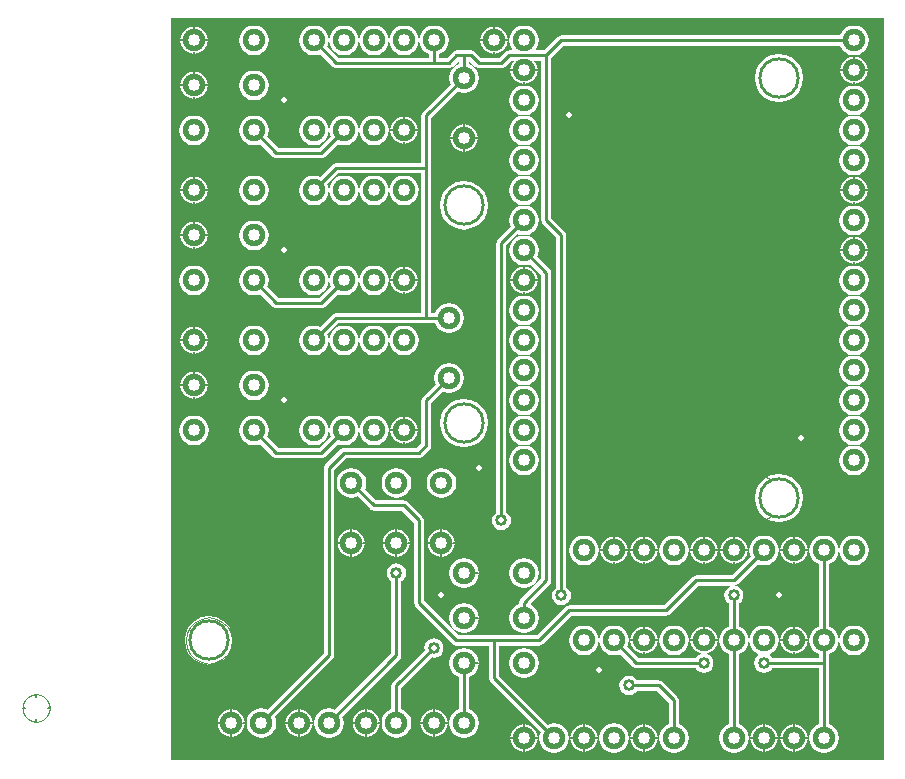
<source format=gbl>
G04 -- Generated By PCBWeb Designer*
%FSLAX24Y24*%
%MOIN*%
%OFA0B0*%
%SFA1.0B1.0*%
%AMROTRECT*21,1,$1,$2,0,0,$3*%
%AMROTOBLONG*1,1,$7,$1,$2*1,1,$7,$3,$4*21,1,$5,$6,0,0,$8*%
%ADD10C,0.025*%
%ADD11C,0.075*%
%ADD12C,0.04*%
%ADD13C,0.085*%
%ADD14C,0.01*%
%ADD15C,0.026*%
%ADD16C,0.008*%
%ADD17C,0.024*%
%ADD18C,0.02*%
%ADD19C,0.05*%
%ADD20C,0.005*%
%ADD21C,0.021*%
%ADD22C,0.03*%
%ADD23C,0.046*%
%ADD24C,0.1378*%
%ADD25C,0.1181*%
%ADD26C,0.1478*%
%ADD27C,0.001*%
%ADD28C,0.0*%
G01*
%LNBASEFILL*%
%LPD*%
G36*
X250Y25000D02*
X12000Y24744D01*
X24000Y25000D01*
X250Y25000D01*
G37*
G36*
X12000Y24744D02*
X12153Y24720D01*
X24000Y25000D01*
X12000Y24744D01*
G37*
G36*
X24000Y25000D02*
X12153Y24720D01*
X22847Y24720D01*
X24000Y25000D01*
G37*
G36*
X12153Y24720D02*
X13250Y24419D01*
X22847Y24720D01*
X12153Y24720D01*
G37*
G36*
X13250Y24419D02*
X22710Y24650D01*
X22847Y24720D01*
X13250Y24419D01*
G37*
G36*
X13250Y24419D02*
X22600Y24540D01*
X22710Y24650D01*
X13250Y24419D01*
G37*
G36*
X13250Y24419D02*
X22539Y24419D01*
X22600Y24540D01*
X13250Y24419D01*
G37*
G36*
X12290Y24650D02*
X13250Y24419D01*
X12153Y24720D01*
X12290Y24650D01*
G37*
G36*
X13250Y24419D02*
X12290Y24650D01*
X13206Y24413D01*
X13250Y24419D01*
G37*
G36*
X13206Y24413D02*
X12290Y24650D01*
X12400Y24540D01*
X13206Y24413D01*
G37*
G36*
X13166Y24396D02*
X13206Y24413D01*
X12400Y24540D01*
X13166Y24396D01*
G37*
G36*
X13166Y24396D02*
X12400Y24540D01*
X13130Y24369D01*
X13166Y24396D01*
G37*
G36*
X12400Y24540D02*
X12470Y24403D01*
X13130Y24369D01*
X12400Y24540D01*
G37*
G36*
X12470Y24403D02*
X12494Y24250D01*
X13130Y24369D01*
X12470Y24403D01*
G37*
G36*
X12494Y24250D02*
X12680Y23919D01*
X13130Y24369D01*
X12494Y24250D01*
G37*
G36*
X12494Y24250D02*
X12470Y24097D01*
X12680Y23919D01*
X12494Y24250D01*
G37*
G36*
X12470Y24097D02*
X12400Y23960D01*
X12680Y23919D01*
X12470Y24097D01*
G37*
G36*
X12400Y23960D02*
X12361Y23919D01*
X12680Y23919D01*
X12400Y23960D01*
G37*
G36*
X12360Y23920D02*
X12361Y23919D01*
X12400Y23960D01*
X12360Y23920D01*
G37*
G36*
X22847Y24720D02*
X23000Y24744D01*
X24000Y25000D01*
X22847Y24720D01*
G37*
G36*
X23000Y24744D02*
X23153Y24720D01*
X24000Y25000D01*
X23000Y24744D01*
G37*
G36*
X23153Y24720D02*
X23290Y24650D01*
X24000Y25000D01*
X23153Y24720D01*
G37*
G36*
X23290Y24650D02*
X23400Y24540D01*
X24000Y25000D01*
X23290Y24650D01*
G37*
G36*
X23400Y24540D02*
X23470Y24403D01*
X24000Y25000D01*
X23400Y24540D01*
G37*
G36*
X23470Y24403D02*
X23494Y24250D01*
X24000Y25000D01*
X23470Y24403D01*
G37*
G36*
X24000Y25000D02*
X23494Y24250D01*
X23470Y24097D01*
X24000Y25000D01*
G37*
G36*
X23470Y24097D02*
X23432Y23390D01*
X24000Y25000D01*
X23470Y24097D01*
G37*
G36*
X23432Y23390D02*
X23454Y23250D01*
X24000Y25000D01*
X23432Y23390D01*
G37*
G36*
X23494Y22250D02*
X24000Y25000D01*
X23454Y23250D01*
X23494Y22250D01*
G37*
G36*
X23494Y22250D02*
X23454Y23250D01*
X23470Y22403D01*
X23494Y22250D01*
G37*
G36*
X23454Y23250D02*
X23432Y23110D01*
X23470Y22403D01*
X23454Y23250D01*
G37*
G36*
X23432Y23110D02*
X23400Y22540D01*
X23470Y22403D01*
X23432Y23110D01*
G37*
G36*
X23367Y22983D02*
X23400Y22540D01*
X23432Y23110D01*
X23367Y22983D01*
G37*
G36*
X23367Y22983D02*
X23290Y22650D01*
X23400Y22540D01*
X23367Y22983D01*
G37*
G36*
X23267Y22883D02*
X23290Y22650D01*
X23367Y22983D01*
X23267Y22883D01*
G37*
G36*
X23267Y22883D02*
X23153Y22720D01*
X23290Y22650D01*
X23267Y22883D01*
G37*
G36*
X23140Y22818D02*
X23153Y22720D01*
X23267Y22883D01*
X23140Y22818D01*
G37*
G36*
X23153Y22720D02*
X23140Y22818D01*
X23000Y22744D01*
X23153Y22720D01*
G37*
G36*
X23140Y22818D02*
X23000Y22796D01*
X23000Y22744D01*
X23140Y22818D01*
G37*
G36*
X23000Y22796D02*
X22860Y22818D01*
X23000Y22744D01*
X23000Y22796D01*
G37*
G36*
X22860Y22818D02*
X22847Y22720D01*
X23000Y22744D01*
X22860Y22818D01*
G37*
G36*
X22733Y22883D02*
X22847Y22720D01*
X22860Y22818D01*
X22733Y22883D01*
G37*
G36*
X22733Y22883D02*
X22710Y22650D01*
X22847Y22720D01*
X22733Y22883D01*
G37*
G36*
X22633Y22983D02*
X22710Y22650D01*
X22733Y22883D01*
X22633Y22983D01*
G37*
G36*
X22633Y22983D02*
X22600Y22540D01*
X22710Y22650D01*
X22633Y22983D01*
G37*
G36*
X22568Y23110D02*
X22600Y22540D01*
X22633Y22983D01*
X22568Y23110D01*
G37*
G36*
X22568Y23110D02*
X21308Y23000D01*
X22600Y22540D01*
X22568Y23110D01*
G37*
G36*
X22600Y22540D02*
X21308Y23000D01*
X22530Y22403D01*
X22600Y22540D01*
G37*
G36*
X21308Y23000D02*
X21268Y22750D01*
X22530Y22403D01*
X21308Y23000D01*
G37*
G36*
X22530Y22403D02*
X21268Y22750D01*
X22506Y22250D01*
X22530Y22403D01*
G37*
G36*
X21268Y22750D02*
X21154Y22525D01*
X22506Y22250D01*
X21268Y22750D01*
G37*
G36*
X22506Y22250D02*
X21154Y22525D01*
X22530Y22097D01*
X22506Y22250D01*
G37*
G36*
X22530Y22097D02*
X21154Y22525D01*
X20975Y22346D01*
X22530Y22097D01*
G37*
G36*
X22530Y21403D02*
X22530Y22097D01*
X20975Y22346D01*
X22530Y21403D01*
G37*
G36*
X22530Y21403D02*
X20975Y22346D01*
X20750Y22232D01*
X22530Y21403D01*
G37*
G36*
X22506Y21250D02*
X22530Y21403D01*
X20750Y22232D01*
X22506Y21250D01*
G37*
G36*
X22506Y21250D02*
X20750Y22232D01*
X22530Y21097D01*
X22506Y21250D01*
G37*
G36*
X20500Y22192D02*
X22530Y21097D01*
X20750Y22232D01*
X20500Y22192D01*
G37*
G36*
X22530Y20403D02*
X22530Y21097D01*
X20500Y22192D01*
X22530Y20403D01*
G37*
G36*
X20500Y22192D02*
X22506Y20250D01*
X22530Y20403D01*
X20500Y22192D01*
G37*
G36*
X22530Y20097D02*
X22506Y20250D01*
X20500Y22192D01*
X22530Y20097D01*
G37*
G36*
X22546Y19250D02*
X22530Y20097D01*
X20500Y22192D01*
X22546Y19250D01*
G37*
G36*
X22546Y19250D02*
X20500Y22192D01*
X20250Y22232D01*
X22546Y19250D01*
G37*
G36*
X13413Y17794D02*
X22546Y19250D01*
X20250Y22232D01*
X13413Y17794D01*
G37*
G36*
X20250Y22232D02*
X20025Y22346D01*
X13413Y17794D01*
X20250Y22232D01*
G37*
G36*
X13413Y17794D02*
X20025Y22346D01*
X13396Y17834D01*
X13413Y17794D01*
G37*
G36*
X19846Y22525D02*
X13396Y17834D01*
X20025Y22346D01*
X19846Y22525D01*
G37*
G36*
X19846Y22525D02*
X13369Y17870D01*
X13396Y17834D01*
X19846Y22525D01*
G37*
G36*
X19732Y22750D02*
X13369Y17870D01*
X19846Y22525D01*
X19732Y22750D01*
G37*
G36*
X13369Y17870D02*
X19732Y22750D01*
X12919Y18320D01*
X13369Y17870D01*
G37*
G36*
X19732Y22750D02*
X12919Y23680D01*
X12919Y18320D01*
X19732Y22750D01*
G37*
G36*
X19732Y22750D02*
X13320Y24081D01*
X12919Y23680D01*
X19732Y22750D01*
G37*
G36*
X19692Y23000D02*
X13320Y24081D01*
X19732Y22750D01*
X19692Y23000D01*
G37*
G36*
X13320Y24081D02*
X19692Y23000D01*
X19732Y23250D01*
X13320Y24081D01*
G37*
G36*
X13320Y24081D02*
X19732Y23250D01*
X19846Y23475D01*
X13320Y24081D01*
G37*
G36*
X13320Y24081D02*
X19846Y23475D01*
X20025Y23654D01*
X13320Y24081D01*
G37*
G36*
X13320Y24081D02*
X20025Y23654D01*
X20250Y23768D01*
X13320Y24081D01*
G37*
G36*
X13320Y24081D02*
X20250Y23768D01*
X20500Y23808D01*
X13320Y24081D01*
G37*
G36*
X13320Y24081D02*
X20500Y23808D01*
X22539Y24081D01*
X13320Y24081D01*
G37*
G36*
X20500Y23808D02*
X20750Y23768D01*
X22539Y24081D01*
X20500Y23808D01*
G37*
G36*
X20750Y23768D02*
X20975Y23654D01*
X22539Y24081D01*
X20750Y23768D01*
G37*
G36*
X20975Y23654D02*
X21154Y23475D01*
X22539Y24081D01*
X20975Y23654D01*
G37*
G36*
X22539Y24081D02*
X21154Y23475D01*
X22568Y23390D01*
X22539Y24081D01*
G37*
G36*
X21268Y23250D02*
X22568Y23390D01*
X21154Y23475D01*
X21268Y23250D01*
G37*
G36*
X22568Y23390D02*
X21268Y23250D01*
X22546Y23250D01*
X22568Y23390D01*
G37*
G36*
X21268Y23250D02*
X21308Y23000D01*
X22546Y23250D01*
X21268Y23250D01*
G37*
G36*
X22546Y23250D02*
X21308Y23000D01*
X22568Y23110D01*
X22546Y23250D01*
G37*
G36*
X22539Y24081D02*
X22568Y23390D01*
X22600Y23960D01*
X22539Y24081D01*
G37*
G36*
X22600Y23960D02*
X22568Y23390D01*
X22633Y23517D01*
X22600Y23960D01*
G37*
G36*
X22600Y23960D02*
X22633Y23517D01*
X22710Y23850D01*
X22600Y23960D01*
G37*
G36*
X22710Y23850D02*
X22633Y23517D01*
X22733Y23617D01*
X22710Y23850D01*
G37*
G36*
X22710Y23850D02*
X22733Y23617D01*
X22847Y23780D01*
X22710Y23850D01*
G37*
G36*
X22847Y23780D02*
X22733Y23617D01*
X22860Y23682D01*
X22847Y23780D01*
G37*
G36*
X22847Y23780D02*
X22860Y23682D01*
X23000Y23756D01*
X22847Y23780D01*
G37*
G36*
X22860Y23682D02*
X23000Y23704D01*
X23000Y23756D01*
X22860Y23682D01*
G37*
G36*
X23000Y23756D02*
X23000Y23704D01*
X23140Y23682D01*
X23000Y23756D01*
G37*
G36*
X23000Y23756D02*
X23140Y23682D01*
X23153Y23780D01*
X23000Y23756D01*
G37*
G36*
X23153Y23780D02*
X23140Y23682D01*
X23267Y23617D01*
X23153Y23780D01*
G37*
G36*
X23153Y23780D02*
X23267Y23617D01*
X23290Y23850D01*
X23153Y23780D01*
G37*
G36*
X23290Y23850D02*
X23267Y23617D01*
X23367Y23517D01*
X23290Y23850D01*
G37*
G36*
X23290Y23850D02*
X23367Y23517D01*
X23400Y23960D01*
X23290Y23850D01*
G37*
G36*
X23400Y23960D02*
X23367Y23517D01*
X23432Y23390D01*
X23400Y23960D01*
G37*
G36*
X23400Y23960D02*
X23432Y23390D01*
X23470Y24097D01*
X23400Y23960D01*
G37*
G36*
X22506Y18250D02*
X22546Y19250D01*
X13413Y17794D01*
X22506Y18250D01*
G37*
G36*
X13419Y17750D02*
X22506Y18250D01*
X13413Y17794D01*
X13419Y17750D01*
G37*
G36*
X22546Y17250D02*
X22506Y18250D01*
X13419Y17750D01*
X22546Y17250D01*
G37*
G36*
X22506Y16250D02*
X22546Y17250D01*
X13419Y17750D01*
X22506Y16250D01*
G37*
G36*
X20025Y9654D02*
X22506Y16250D01*
X13419Y17750D01*
X20025Y9654D01*
G37*
G36*
X13419Y17750D02*
X19846Y9475D01*
X20025Y9654D01*
X13419Y17750D01*
G37*
G36*
X13419Y17750D02*
X16000Y7704D01*
X19846Y9475D01*
X13419Y17750D01*
G37*
G36*
X17000Y7744D02*
X19846Y9475D01*
X16000Y7704D01*
X17000Y7744D01*
G37*
G36*
X16847Y7720D02*
X17000Y7744D01*
X16000Y7704D01*
X16847Y7720D01*
G37*
G36*
X16000Y7704D02*
X16140Y7682D01*
X16847Y7720D01*
X16000Y7704D01*
G37*
G36*
X16140Y7682D02*
X16710Y7650D01*
X16847Y7720D01*
X16140Y7682D01*
G37*
G36*
X16140Y7682D02*
X16267Y7617D01*
X16710Y7650D01*
X16140Y7682D01*
G37*
G36*
X16267Y7617D02*
X16600Y7540D01*
X16710Y7650D01*
X16267Y7617D01*
G37*
G36*
X16267Y7617D02*
X16367Y7517D01*
X16600Y7540D01*
X16267Y7617D01*
G37*
G36*
X16367Y7517D02*
X16530Y7403D01*
X16600Y7540D01*
X16367Y7517D01*
G37*
G36*
X16367Y7517D02*
X16432Y7390D01*
X16530Y7403D01*
X16367Y7517D01*
G37*
G36*
X16530Y7403D02*
X16432Y7390D01*
X16506Y7250D01*
X16530Y7403D01*
G37*
G36*
X16432Y7390D02*
X16454Y7250D01*
X16506Y7250D01*
X16432Y7390D01*
G37*
G36*
X16506Y7250D02*
X16454Y7250D01*
X16432Y7110D01*
X16506Y7250D01*
G37*
G36*
X16530Y7097D02*
X16506Y7250D01*
X16432Y7110D01*
X16530Y7097D01*
G37*
G36*
X16432Y7110D02*
X16367Y6983D01*
X16530Y7097D01*
X16432Y7110D01*
G37*
G36*
X16530Y7097D02*
X16367Y6983D01*
X16600Y6960D01*
X16530Y7097D01*
G37*
G36*
X16367Y6983D02*
X16267Y6883D01*
X16600Y6960D01*
X16367Y6983D01*
G37*
G36*
X16600Y6960D02*
X16267Y6883D01*
X16710Y6850D01*
X16600Y6960D01*
G37*
G36*
X16267Y6883D02*
X16140Y6818D01*
X16710Y6850D01*
X16267Y6883D01*
G37*
G36*
X16710Y6850D02*
X16140Y6818D01*
X16847Y6780D01*
X16710Y6850D01*
G37*
G36*
X16847Y6780D02*
X16140Y6818D01*
X16680Y5419D01*
X16847Y6780D01*
G37*
G36*
X16680Y5419D02*
X16140Y6818D01*
X16000Y6796D01*
X16680Y5419D01*
G37*
G36*
X16000Y6796D02*
X15860Y6818D01*
X16680Y5419D01*
X16000Y6796D01*
G37*
G36*
X16680Y5419D02*
X15860Y6818D01*
X15140Y6818D01*
X16680Y5419D01*
G37*
G36*
X15267Y6883D02*
X15140Y6818D01*
X15860Y6818D01*
X15267Y6883D01*
G37*
G36*
X15733Y6883D02*
X15267Y6883D01*
X15860Y6818D01*
X15733Y6883D01*
G37*
G36*
X15367Y6983D02*
X15267Y6883D01*
X15733Y6883D01*
X15367Y6983D01*
G37*
G36*
X15633Y6983D02*
X15367Y6983D01*
X15733Y6883D01*
X15633Y6983D01*
G37*
G36*
X15432Y7110D02*
X15367Y6983D01*
X15633Y6983D01*
X15432Y7110D01*
G37*
G36*
X15568Y7110D02*
X15432Y7110D01*
X15633Y6983D01*
X15568Y7110D01*
G37*
G36*
X15454Y7250D02*
X15432Y7110D01*
X15568Y7110D01*
X15454Y7250D01*
G37*
G36*
X15546Y7250D02*
X15454Y7250D01*
X15568Y7110D01*
X15546Y7250D01*
G37*
G36*
X15454Y7250D02*
X15546Y7250D01*
X15568Y7390D01*
X15454Y7250D01*
G37*
G36*
X15432Y7390D02*
X15454Y7250D01*
X15568Y7390D01*
X15432Y7390D01*
G37*
G36*
X15367Y7517D02*
X15432Y7390D01*
X15568Y7390D01*
X15367Y7517D01*
G37*
G36*
X15633Y7517D02*
X15367Y7517D01*
X15568Y7390D01*
X15633Y7517D01*
G37*
G36*
X15367Y7517D02*
X15633Y7517D01*
X15733Y7617D01*
X15367Y7517D01*
G37*
G36*
X15267Y7617D02*
X15367Y7517D01*
X15733Y7617D01*
X15267Y7617D01*
G37*
G36*
X15267Y7617D02*
X15733Y7617D01*
X15860Y7682D01*
X15267Y7617D01*
G37*
G36*
X15140Y7682D02*
X15267Y7617D01*
X15860Y7682D01*
X15140Y7682D01*
G37*
G36*
X15140Y7682D02*
X15860Y7682D01*
X16000Y7704D01*
X15140Y7682D01*
G37*
G36*
X15000Y7704D02*
X15140Y7682D01*
X16000Y7704D01*
X15000Y7704D01*
G37*
G36*
X15000Y7704D02*
X16000Y7704D01*
X13419Y17750D01*
X15000Y7704D01*
G37*
G36*
X13419Y17750D02*
X14153Y7720D01*
X15000Y7704D01*
X13419Y17750D01*
G37*
G36*
X14153Y7720D02*
X14860Y7682D01*
X15000Y7704D01*
X14153Y7720D01*
G37*
G36*
X14153Y7720D02*
X14290Y7650D01*
X14860Y7682D01*
X14153Y7720D01*
G37*
G36*
X14290Y7650D02*
X14733Y7617D01*
X14860Y7682D01*
X14290Y7650D01*
G37*
G36*
X14290Y7650D02*
X14400Y7540D01*
X14733Y7617D01*
X14290Y7650D01*
G37*
G36*
X14400Y7540D02*
X14633Y7517D01*
X14733Y7617D01*
X14400Y7540D01*
G37*
G36*
X14400Y7540D02*
X14470Y7403D01*
X14633Y7517D01*
X14400Y7540D01*
G37*
G36*
X14470Y7403D02*
X14568Y7390D01*
X14633Y7517D01*
X14470Y7403D01*
G37*
G36*
X14470Y7403D02*
X14494Y7250D01*
X14568Y7390D01*
X14470Y7403D01*
G37*
G36*
X14494Y7250D02*
X14546Y7250D01*
X14568Y7390D01*
X14494Y7250D01*
G37*
G36*
X14546Y7250D02*
X14494Y7250D01*
X14568Y7110D01*
X14546Y7250D01*
G37*
G36*
X14494Y7250D02*
X14470Y7097D01*
X14568Y7110D01*
X14494Y7250D01*
G37*
G36*
X14568Y7110D02*
X14470Y7097D01*
X14633Y6983D01*
X14568Y7110D01*
G37*
G36*
X14470Y7097D02*
X14400Y6960D01*
X14633Y6983D01*
X14470Y7097D01*
G37*
G36*
X14633Y6983D02*
X14400Y6960D01*
X14733Y6883D01*
X14633Y6983D01*
G37*
G36*
X14400Y6960D02*
X14290Y6850D01*
X14733Y6883D01*
X14400Y6960D01*
G37*
G36*
X14733Y6883D02*
X14290Y6850D01*
X14860Y6818D01*
X14733Y6883D01*
G37*
G36*
X14290Y6850D02*
X14153Y6780D01*
X14860Y6818D01*
X14290Y6850D01*
G37*
G36*
X14860Y6818D02*
X14153Y6780D01*
X15000Y6796D01*
X14860Y6818D01*
G37*
G36*
X14153Y6780D02*
X16680Y5419D01*
X15000Y6796D01*
X14153Y6780D01*
G37*
G36*
X15000Y6796D02*
X16680Y5419D01*
X15140Y6818D01*
X15000Y6796D01*
G37*
G36*
X16680Y5419D02*
X14153Y6780D01*
X13569Y5750D01*
X16680Y5419D01*
G37*
G36*
X13569Y5750D02*
X14153Y6780D01*
X13553Y5849D01*
X13569Y5750D01*
G37*
G36*
X14000Y6756D02*
X13553Y5849D01*
X14153Y6780D01*
X14000Y6756D01*
G37*
G36*
X13508Y5937D02*
X13553Y5849D01*
X14000Y6756D01*
X13508Y5937D01*
G37*
G36*
X14000Y6756D02*
X13847Y6780D01*
X13508Y5937D01*
X14000Y6756D01*
G37*
G36*
X13847Y6780D02*
X13437Y6008D01*
X13508Y5937D01*
X13847Y6780D01*
G37*
G36*
X13847Y6780D02*
X13419Y6017D01*
X13437Y6008D01*
X13847Y6780D01*
G37*
G36*
X13710Y6850D02*
X13419Y6017D01*
X13847Y6780D01*
X13710Y6850D01*
G37*
G36*
X13600Y6960D02*
X13419Y6017D01*
X13710Y6850D01*
X13600Y6960D01*
G37*
G36*
X13419Y6017D02*
X13600Y6960D01*
X13530Y7097D01*
X13419Y6017D01*
G37*
G36*
X13419Y6017D02*
X13530Y7097D01*
X13506Y7250D01*
X13419Y6017D01*
G37*
G36*
X13419Y17750D02*
X13419Y6017D01*
X13506Y7250D01*
X13419Y17750D01*
G37*
G36*
X13419Y17750D02*
X13506Y7250D01*
X13530Y7403D01*
X13419Y17750D01*
G37*
G36*
X13419Y17750D02*
X13530Y7403D01*
X13600Y7540D01*
X13419Y17750D01*
G37*
G36*
X13600Y7540D02*
X13710Y7650D01*
X13419Y17750D01*
X13600Y7540D01*
G37*
G36*
X13710Y7650D02*
X13847Y7720D01*
X13419Y17750D01*
X13710Y7650D01*
G37*
G36*
X14000Y7744D02*
X13419Y17750D01*
X13847Y7720D01*
X14000Y7744D01*
G37*
G36*
X14000Y7744D02*
X14153Y7720D01*
X13419Y17750D01*
X14000Y7744D01*
G37*
G36*
X13569Y5750D02*
X13553Y5651D01*
X16680Y5419D01*
X13569Y5750D01*
G37*
G36*
X16680Y5419D02*
X13553Y5651D01*
X13500Y5419D01*
X16680Y5419D01*
G37*
G36*
X13553Y5651D02*
X13508Y5563D01*
X13500Y5419D01*
X13553Y5651D01*
G37*
G36*
X13437Y5492D02*
X13500Y5419D01*
X13508Y5563D01*
X13437Y5492D01*
G37*
G36*
X13437Y5492D02*
X13456Y5413D01*
X13500Y5419D01*
X13437Y5492D01*
G37*
G36*
X13437Y5492D02*
X13416Y5396D01*
X13456Y5413D01*
X13437Y5492D01*
G37*
G36*
X13349Y5447D02*
X13416Y5396D01*
X13437Y5492D01*
X13349Y5447D01*
G37*
G36*
X13349Y5447D02*
X13380Y5369D01*
X13416Y5396D01*
X13349Y5447D01*
G37*
G36*
X13349Y5447D02*
X13250Y5431D01*
X13380Y5369D01*
X13349Y5447D01*
G37*
G36*
X13380Y5369D02*
X13250Y5431D01*
X13151Y5447D01*
X13380Y5369D01*
G37*
G36*
X12494Y5000D02*
X13380Y5369D01*
X13151Y5447D01*
X12494Y5000D01*
G37*
G36*
X13151Y5447D02*
X13063Y5492D01*
X12494Y5000D01*
X13151Y5447D01*
G37*
G36*
X12470Y5153D02*
X12494Y5000D01*
X13063Y5492D01*
X12470Y5153D01*
G37*
G36*
X13063Y5492D02*
X12992Y5563D01*
X12470Y5153D01*
X13063Y5492D01*
G37*
G36*
X12992Y5563D02*
X12400Y5290D01*
X12470Y5153D01*
X12992Y5563D01*
G37*
G36*
X12947Y5651D02*
X12400Y5290D01*
X12992Y5563D01*
X12947Y5651D01*
G37*
G36*
X12947Y5651D02*
X12290Y5400D01*
X12400Y5290D01*
X12947Y5651D01*
G37*
G36*
X12947Y5651D02*
X12931Y5750D01*
X12290Y5400D01*
X12947Y5651D01*
G37*
G36*
X12290Y5400D02*
X12931Y5750D01*
X12190Y5451D01*
X12290Y5400D01*
G37*
G36*
X12869Y6130D02*
X12190Y5451D01*
X12931Y5750D01*
X12869Y6130D01*
G37*
G36*
X12947Y5849D02*
X12869Y6130D01*
X12931Y5750D01*
X12947Y5849D01*
G37*
G36*
X12869Y6130D02*
X12947Y5849D01*
X12992Y5937D01*
X12869Y6130D01*
G37*
G36*
X12869Y6130D02*
X12992Y5937D01*
X13063Y6008D01*
X12869Y6130D01*
G37*
G36*
X12896Y6166D02*
X12869Y6130D01*
X13063Y6008D01*
X12896Y6166D01*
G37*
G36*
X13081Y6017D02*
X12896Y6166D01*
X13063Y6008D01*
X13081Y6017D01*
G37*
G36*
X13081Y6017D02*
X12913Y6206D01*
X12896Y6166D01*
X13081Y6017D01*
G37*
G36*
X12919Y6250D02*
X12913Y6206D01*
X13081Y6017D01*
X12919Y6250D01*
G37*
G36*
X12919Y6250D02*
X13081Y6017D01*
X13081Y17680D01*
X12919Y6250D01*
G37*
G36*
X12919Y6250D02*
X13081Y17680D01*
X12919Y16500D01*
X12919Y6250D01*
G37*
G36*
X12913Y16544D02*
X12919Y16500D01*
X13081Y17680D01*
X12913Y16544D01*
G37*
G36*
X12896Y16584D02*
X12913Y16544D01*
X13081Y17680D01*
X12896Y16584D01*
G37*
G36*
X12869Y16620D02*
X12896Y16584D01*
X13081Y17680D01*
X12869Y16620D01*
G37*
G36*
X12494Y17250D02*
X12869Y16620D01*
X13081Y17680D01*
X12494Y17250D01*
G37*
G36*
X12470Y17403D02*
X12494Y17250D01*
X13081Y17680D01*
X12470Y17403D01*
G37*
G36*
X13081Y17680D02*
X12400Y17540D01*
X12470Y17403D01*
X13081Y17680D01*
G37*
G36*
X13081Y17680D02*
X12400Y17960D01*
X12400Y17540D01*
X13081Y17680D01*
G37*
G36*
X12400Y17960D02*
X12290Y17650D01*
X12400Y17540D01*
X12400Y17960D01*
G37*
G36*
X12400Y17960D02*
X12290Y17850D01*
X12290Y17650D01*
X12400Y17960D01*
G37*
G36*
X12153Y17780D02*
X12290Y17650D01*
X12290Y17850D01*
X12153Y17780D01*
G37*
G36*
X12153Y17780D02*
X12153Y17720D01*
X12290Y17650D01*
X12153Y17780D01*
G37*
G36*
X12153Y17780D02*
X12000Y17744D01*
X12153Y17720D01*
X12153Y17780D01*
G37*
G36*
X12153Y17780D02*
X12000Y17756D01*
X12000Y17744D01*
X12153Y17780D01*
G37*
G36*
X12000Y17756D02*
X11847Y17780D01*
X12000Y17744D01*
X12000Y17756D01*
G37*
G36*
X11847Y17780D02*
X11847Y17720D01*
X12000Y17744D01*
X11847Y17780D01*
G37*
G36*
X11847Y17780D02*
X11796Y17807D01*
X11847Y17720D01*
X11847Y17780D01*
G37*
G36*
X11796Y17807D02*
X11710Y17650D01*
X11847Y17720D01*
X11796Y17807D01*
G37*
G36*
X11600Y17540D02*
X11710Y17650D01*
X11796Y17807D01*
X11600Y17540D01*
G37*
G36*
X11419Y17430D02*
X11600Y17540D01*
X11796Y17807D01*
X11419Y17430D01*
G37*
G36*
X11419Y17430D02*
X11530Y17403D01*
X11600Y17540D01*
X11419Y17430D01*
G37*
G36*
X11419Y17430D02*
X11506Y17250D01*
X11530Y17403D01*
X11419Y17430D01*
G37*
G36*
X11506Y17250D02*
X11419Y17430D01*
X11530Y17097D01*
X11506Y17250D01*
G37*
G36*
X11530Y17097D02*
X11419Y17430D01*
X11568Y16390D01*
X11530Y17097D01*
G37*
G36*
X11568Y16390D02*
X11419Y17430D01*
X11546Y16250D01*
X11568Y16390D01*
G37*
G36*
X11530Y15403D02*
X11546Y16250D01*
X11419Y17430D01*
X11530Y15403D01*
G37*
G36*
X11419Y17430D02*
X11506Y15250D01*
X11530Y15403D01*
X11419Y17430D01*
G37*
G36*
X11506Y15250D02*
X11419Y17430D01*
X11506Y14250D01*
X11506Y15250D01*
G37*
G36*
X11506Y14250D02*
X11419Y17430D01*
X11506Y13250D01*
X11506Y14250D01*
G37*
G36*
X11506Y13250D02*
X11419Y17430D01*
X11506Y12250D01*
X11506Y13250D01*
G37*
G36*
X11506Y11250D02*
X11506Y12250D01*
X11419Y17430D01*
X11506Y11250D01*
G37*
G36*
X11506Y11250D02*
X11419Y17430D01*
X11506Y10250D01*
X11506Y11250D01*
G37*
G36*
X11419Y17430D02*
X11419Y8517D01*
X11506Y10250D01*
X11419Y17430D01*
G37*
G36*
X11419Y8517D02*
X11530Y10097D01*
X11506Y10250D01*
X11419Y8517D01*
G37*
G36*
X11419Y8517D02*
X11600Y9960D01*
X11530Y10097D01*
X11419Y8517D01*
G37*
G36*
X11419Y8517D02*
X11710Y9850D01*
X11600Y9960D01*
X11419Y8517D01*
G37*
G36*
X11710Y9850D02*
X11419Y8517D01*
X11847Y9780D01*
X11710Y9850D01*
G37*
G36*
X11847Y9780D02*
X11419Y8517D01*
X11437Y8508D01*
X11847Y9780D01*
G37*
G36*
X12000Y9756D02*
X11847Y9780D01*
X11437Y8508D01*
X12000Y9756D01*
G37*
G36*
X11437Y8508D02*
X11508Y8437D01*
X12000Y9756D01*
X11437Y8508D01*
G37*
G36*
X12000Y9756D02*
X11508Y8437D01*
X12153Y9780D01*
X12000Y9756D01*
G37*
G36*
X12153Y9780D02*
X11508Y8437D01*
X11553Y8349D01*
X12153Y9780D01*
G37*
G36*
X12153Y9780D02*
X11553Y8349D01*
X12290Y9850D01*
X12153Y9780D01*
G37*
G36*
X11553Y8349D02*
X11569Y8250D01*
X12290Y9850D01*
X11553Y8349D01*
G37*
G36*
X11569Y8250D02*
X12290Y6900D01*
X12290Y9850D01*
X11569Y8250D01*
G37*
G36*
X12400Y9960D02*
X12290Y9850D01*
X12290Y6900D01*
X12400Y9960D01*
G37*
G36*
X12400Y9960D02*
X12290Y6900D01*
X12400Y6790D01*
X12400Y9960D01*
G37*
G36*
X12400Y6790D02*
X12470Y10097D01*
X12400Y9960D01*
X12400Y6790D01*
G37*
G36*
X12470Y6653D02*
X12470Y10097D01*
X12400Y6790D01*
X12470Y6653D01*
G37*
G36*
X12470Y6653D02*
X12581Y6320D01*
X12470Y10097D01*
X12470Y6653D01*
G37*
G36*
X12470Y10097D02*
X12581Y6320D01*
X12494Y10250D01*
X12470Y10097D01*
G37*
G36*
X12581Y6320D02*
X12494Y11250D01*
X12494Y10250D01*
X12581Y6320D01*
G37*
G36*
X12470Y11097D02*
X12494Y10250D01*
X12494Y11250D01*
X12470Y11097D01*
G37*
G36*
X12470Y11097D02*
X12470Y10403D01*
X12494Y10250D01*
X12470Y11097D01*
G37*
G36*
X12470Y11097D02*
X12400Y10540D01*
X12470Y10403D01*
X12470Y11097D01*
G37*
G36*
X12470Y11097D02*
X12400Y10960D01*
X12400Y10540D01*
X12470Y11097D01*
G37*
G36*
X12400Y10960D02*
X12290Y10650D01*
X12400Y10540D01*
X12400Y10960D01*
G37*
G36*
X12400Y10960D02*
X12290Y10850D01*
X12290Y10650D01*
X12400Y10960D01*
G37*
G36*
X12153Y10780D02*
X12290Y10650D01*
X12290Y10850D01*
X12153Y10780D01*
G37*
G36*
X12153Y10780D02*
X12153Y10720D01*
X12290Y10650D01*
X12153Y10780D01*
G37*
G36*
X12153Y10780D02*
X12000Y10744D01*
X12153Y10720D01*
X12153Y10780D01*
G37*
G36*
X12153Y10780D02*
X12000Y10756D01*
X12000Y10744D01*
X12153Y10780D01*
G37*
G36*
X12000Y10756D02*
X11847Y10780D01*
X12000Y10744D01*
X12000Y10756D01*
G37*
G36*
X11847Y10780D02*
X11847Y10720D01*
X12000Y10744D01*
X11847Y10780D01*
G37*
G36*
X11847Y10780D02*
X11710Y10850D01*
X11847Y10720D01*
X11847Y10780D01*
G37*
G36*
X11710Y10850D02*
X11710Y10650D01*
X11847Y10720D01*
X11710Y10850D01*
G37*
G36*
X11710Y10850D02*
X11600Y10960D01*
X11710Y10650D01*
X11710Y10850D01*
G37*
G36*
X11600Y10960D02*
X11600Y10540D01*
X11710Y10650D01*
X11600Y10960D01*
G37*
G36*
X11600Y10540D02*
X11600Y10960D01*
X11530Y10403D01*
X11600Y10540D01*
G37*
G36*
X11530Y10403D02*
X11600Y10960D01*
X11530Y11097D01*
X11530Y10403D01*
G37*
G36*
X11530Y10403D02*
X11530Y11097D01*
X11506Y10250D01*
X11530Y10403D01*
G37*
G36*
X11530Y11097D02*
X11506Y11250D01*
X11506Y10250D01*
X11530Y11097D01*
G37*
G36*
X12494Y11250D02*
X12581Y6320D01*
X12581Y16430D01*
X12494Y11250D01*
G37*
G36*
X12494Y12250D02*
X12494Y11250D01*
X12581Y16430D01*
X12494Y12250D01*
G37*
G36*
X12494Y12250D02*
X12581Y16430D01*
X12494Y13250D01*
X12494Y12250D01*
G37*
G36*
X12494Y14250D02*
X12494Y13250D01*
X12581Y16430D01*
X12494Y14250D01*
G37*
G36*
X12494Y15250D02*
X12494Y14250D01*
X12581Y16430D01*
X12494Y15250D01*
G37*
G36*
X12470Y15403D02*
X12494Y15250D01*
X12581Y16430D01*
X12470Y15403D01*
G37*
G36*
X12581Y16430D02*
X12432Y16110D01*
X12470Y15403D01*
X12581Y16430D01*
G37*
G36*
X12432Y16110D02*
X12400Y15540D01*
X12470Y15403D01*
X12432Y16110D01*
G37*
G36*
X12367Y15983D02*
X12400Y15540D01*
X12432Y16110D01*
X12367Y15983D01*
G37*
G36*
X12367Y15983D02*
X12290Y15650D01*
X12400Y15540D01*
X12367Y15983D01*
G37*
G36*
X12267Y15883D02*
X12290Y15650D01*
X12367Y15983D01*
X12267Y15883D01*
G37*
G36*
X12267Y15883D02*
X12153Y15720D01*
X12290Y15650D01*
X12267Y15883D01*
G37*
G36*
X12140Y15818D02*
X12153Y15720D01*
X12267Y15883D01*
X12140Y15818D01*
G37*
G36*
X12153Y15720D02*
X12140Y15818D01*
X12000Y15744D01*
X12153Y15720D01*
G37*
G36*
X12140Y15818D02*
X12000Y15796D01*
X12000Y15744D01*
X12140Y15818D01*
G37*
G36*
X12000Y15796D02*
X11860Y15818D01*
X12000Y15744D01*
X12000Y15796D01*
G37*
G36*
X11860Y15818D02*
X11847Y15720D01*
X12000Y15744D01*
X11860Y15818D01*
G37*
G36*
X11733Y15883D02*
X11847Y15720D01*
X11860Y15818D01*
X11733Y15883D01*
G37*
G36*
X11733Y15883D02*
X11710Y15650D01*
X11847Y15720D01*
X11733Y15883D01*
G37*
G36*
X11633Y15983D02*
X11710Y15650D01*
X11733Y15883D01*
X11633Y15983D01*
G37*
G36*
X11633Y15983D02*
X11600Y15540D01*
X11710Y15650D01*
X11633Y15983D01*
G37*
G36*
X11568Y16110D02*
X11600Y15540D01*
X11633Y15983D01*
X11568Y16110D01*
G37*
G36*
X11568Y16110D02*
X11530Y15403D01*
X11600Y15540D01*
X11568Y16110D01*
G37*
G36*
X11568Y16110D02*
X11546Y16250D01*
X11530Y15403D01*
X11568Y16110D01*
G37*
G36*
X12581Y16430D02*
X12454Y16250D01*
X12432Y16110D01*
X12581Y16430D01*
G37*
G36*
X12432Y16390D02*
X12454Y16250D01*
X12581Y16430D01*
X12432Y16390D01*
G37*
G36*
X12367Y16517D02*
X12432Y16390D01*
X12581Y16430D01*
X12367Y16517D01*
G37*
G36*
X12204Y16807D02*
X12367Y16517D01*
X12581Y16430D01*
X12204Y16807D01*
G37*
G36*
X12204Y16807D02*
X12267Y16617D01*
X12367Y16517D01*
X12204Y16807D01*
G37*
G36*
X12267Y16617D02*
X12204Y16807D01*
X12140Y16682D01*
X12267Y16617D01*
G37*
G36*
X12204Y16807D02*
X12153Y16780D01*
X12140Y16682D01*
X12204Y16807D01*
G37*
G36*
X12000Y16756D02*
X12140Y16682D01*
X12153Y16780D01*
X12000Y16756D01*
G37*
G36*
X12000Y16756D02*
X12000Y16704D01*
X12140Y16682D01*
X12000Y16756D01*
G37*
G36*
X11860Y16682D02*
X12000Y16704D01*
X12000Y16756D01*
X11860Y16682D01*
G37*
G36*
X11847Y16780D02*
X11860Y16682D01*
X12000Y16756D01*
X11847Y16780D01*
G37*
G36*
X11847Y16780D02*
X11733Y16617D01*
X11860Y16682D01*
X11847Y16780D01*
G37*
G36*
X11710Y16850D02*
X11733Y16617D01*
X11847Y16780D01*
X11710Y16850D01*
G37*
G36*
X11710Y16850D02*
X11633Y16517D01*
X11733Y16617D01*
X11710Y16850D01*
G37*
G36*
X11600Y16960D02*
X11633Y16517D01*
X11710Y16850D01*
X11600Y16960D01*
G37*
G36*
X11600Y16960D02*
X11568Y16390D01*
X11633Y16517D01*
X11600Y16960D01*
G37*
G36*
X11530Y17097D02*
X11568Y16390D01*
X11600Y16960D01*
X11530Y17097D01*
G37*
G36*
X12470Y15097D02*
X12494Y14250D01*
X12494Y15250D01*
X12470Y15097D01*
G37*
G36*
X12470Y15097D02*
X12470Y14403D01*
X12494Y14250D01*
X12470Y15097D01*
G37*
G36*
X12470Y15097D02*
X12400Y14540D01*
X12470Y14403D01*
X12470Y15097D01*
G37*
G36*
X12470Y15097D02*
X12400Y14960D01*
X12400Y14540D01*
X12470Y15097D01*
G37*
G36*
X12400Y14960D02*
X12290Y14650D01*
X12400Y14540D01*
X12400Y14960D01*
G37*
G36*
X12400Y14960D02*
X12290Y14850D01*
X12290Y14650D01*
X12400Y14960D01*
G37*
G36*
X12153Y14780D02*
X12290Y14650D01*
X12290Y14850D01*
X12153Y14780D01*
G37*
G36*
X12153Y14780D02*
X12153Y14720D01*
X12290Y14650D01*
X12153Y14780D01*
G37*
G36*
X12153Y14780D02*
X12000Y14744D01*
X12153Y14720D01*
X12153Y14780D01*
G37*
G36*
X12153Y14780D02*
X12000Y14756D01*
X12000Y14744D01*
X12153Y14780D01*
G37*
G36*
X12000Y14756D02*
X11847Y14780D01*
X12000Y14744D01*
X12000Y14756D01*
G37*
G36*
X11847Y14780D02*
X11847Y14720D01*
X12000Y14744D01*
X11847Y14780D01*
G37*
G36*
X11847Y14780D02*
X11710Y14850D01*
X11847Y14720D01*
X11847Y14780D01*
G37*
G36*
X11710Y14850D02*
X11710Y14650D01*
X11847Y14720D01*
X11710Y14850D01*
G37*
G36*
X11710Y14850D02*
X11600Y14960D01*
X11710Y14650D01*
X11710Y14850D01*
G37*
G36*
X11600Y14960D02*
X11600Y14540D01*
X11710Y14650D01*
X11600Y14960D01*
G37*
G36*
X11530Y15097D02*
X11600Y14540D01*
X11600Y14960D01*
X11530Y15097D01*
G37*
G36*
X11530Y15097D02*
X11530Y14403D01*
X11600Y14540D01*
X11530Y15097D01*
G37*
G36*
X11530Y14403D02*
X11530Y15097D01*
X11506Y15250D01*
X11530Y14403D01*
G37*
G36*
X11530Y14403D02*
X11506Y15250D01*
X11506Y14250D01*
X11530Y14403D01*
G37*
G36*
X12470Y14097D02*
X12494Y13250D01*
X12494Y14250D01*
X12470Y14097D01*
G37*
G36*
X12470Y14097D02*
X12470Y13403D01*
X12494Y13250D01*
X12470Y14097D01*
G37*
G36*
X12470Y14097D02*
X12400Y13540D01*
X12470Y13403D01*
X12470Y14097D01*
G37*
G36*
X12470Y14097D02*
X12400Y13960D01*
X12400Y13540D01*
X12470Y14097D01*
G37*
G36*
X12400Y13960D02*
X12290Y13650D01*
X12400Y13540D01*
X12400Y13960D01*
G37*
G36*
X12400Y13960D02*
X12290Y13850D01*
X12290Y13650D01*
X12400Y13960D01*
G37*
G36*
X12153Y13780D02*
X12290Y13650D01*
X12290Y13850D01*
X12153Y13780D01*
G37*
G36*
X12153Y13780D02*
X12153Y13720D01*
X12290Y13650D01*
X12153Y13780D01*
G37*
G36*
X12153Y13780D02*
X12000Y13744D01*
X12153Y13720D01*
X12153Y13780D01*
G37*
G36*
X12153Y13780D02*
X12000Y13756D01*
X12000Y13744D01*
X12153Y13780D01*
G37*
G36*
X12000Y13756D02*
X11847Y13780D01*
X12000Y13744D01*
X12000Y13756D01*
G37*
G36*
X11847Y13780D02*
X11847Y13720D01*
X12000Y13744D01*
X11847Y13780D01*
G37*
G36*
X11847Y13780D02*
X11710Y13850D01*
X11847Y13720D01*
X11847Y13780D01*
G37*
G36*
X11710Y13850D02*
X11710Y13650D01*
X11847Y13720D01*
X11710Y13850D01*
G37*
G36*
X11710Y13850D02*
X11600Y13960D01*
X11710Y13650D01*
X11710Y13850D01*
G37*
G36*
X11600Y13960D02*
X11600Y13540D01*
X11710Y13650D01*
X11600Y13960D01*
G37*
G36*
X11600Y13960D02*
X11530Y14097D01*
X11600Y13540D01*
X11600Y13960D01*
G37*
G36*
X11530Y14097D02*
X11530Y13403D01*
X11600Y13540D01*
X11530Y14097D01*
G37*
G36*
X11506Y13250D02*
X11530Y13403D01*
X11530Y14097D01*
X11506Y13250D01*
G37*
G36*
X11530Y14097D02*
X11506Y14250D01*
X11506Y13250D01*
X11530Y14097D01*
G37*
G36*
X12470Y13097D02*
X12494Y12250D01*
X12494Y13250D01*
X12470Y13097D01*
G37*
G36*
X12470Y13097D02*
X12470Y12403D01*
X12494Y12250D01*
X12470Y13097D01*
G37*
G36*
X12470Y13097D02*
X12400Y12540D01*
X12470Y12403D01*
X12470Y13097D01*
G37*
G36*
X12470Y13097D02*
X12400Y12960D01*
X12400Y12540D01*
X12470Y13097D01*
G37*
G36*
X12400Y12960D02*
X12290Y12650D01*
X12400Y12540D01*
X12400Y12960D01*
G37*
G36*
X12400Y12960D02*
X12290Y12850D01*
X12290Y12650D01*
X12400Y12960D01*
G37*
G36*
X12153Y12780D02*
X12290Y12650D01*
X12290Y12850D01*
X12153Y12780D01*
G37*
G36*
X12153Y12780D02*
X12153Y12720D01*
X12290Y12650D01*
X12153Y12780D01*
G37*
G36*
X12153Y12780D02*
X12000Y12744D01*
X12153Y12720D01*
X12153Y12780D01*
G37*
G36*
X12153Y12780D02*
X12000Y12756D01*
X12000Y12744D01*
X12153Y12780D01*
G37*
G36*
X12000Y12756D02*
X11847Y12780D01*
X12000Y12744D01*
X12000Y12756D01*
G37*
G36*
X11847Y12780D02*
X11847Y12720D01*
X12000Y12744D01*
X11847Y12780D01*
G37*
G36*
X11847Y12780D02*
X11710Y12850D01*
X11847Y12720D01*
X11847Y12780D01*
G37*
G36*
X11710Y12850D02*
X11710Y12650D01*
X11847Y12720D01*
X11710Y12850D01*
G37*
G36*
X11710Y12850D02*
X11600Y12960D01*
X11710Y12650D01*
X11710Y12850D01*
G37*
G36*
X11600Y12960D02*
X11600Y12540D01*
X11710Y12650D01*
X11600Y12960D01*
G37*
G36*
X11600Y12960D02*
X11530Y13097D01*
X11600Y12540D01*
X11600Y12960D01*
G37*
G36*
X11530Y13097D02*
X11530Y12403D01*
X11600Y12540D01*
X11530Y13097D01*
G37*
G36*
X11506Y12250D02*
X11530Y12403D01*
X11530Y13097D01*
X11506Y12250D01*
G37*
G36*
X11506Y12250D02*
X11530Y13097D01*
X11506Y13250D01*
X11506Y12250D01*
G37*
G36*
X12470Y12097D02*
X12494Y11250D01*
X12494Y12250D01*
X12470Y12097D01*
G37*
G36*
X12470Y12097D02*
X12470Y11403D01*
X12494Y11250D01*
X12470Y12097D01*
G37*
G36*
X12470Y12097D02*
X12400Y11540D01*
X12470Y11403D01*
X12470Y12097D01*
G37*
G36*
X12470Y12097D02*
X12400Y11960D01*
X12400Y11540D01*
X12470Y12097D01*
G37*
G36*
X12400Y11960D02*
X12290Y11650D01*
X12400Y11540D01*
X12400Y11960D01*
G37*
G36*
X12400Y11960D02*
X12290Y11850D01*
X12290Y11650D01*
X12400Y11960D01*
G37*
G36*
X12153Y11780D02*
X12290Y11650D01*
X12290Y11850D01*
X12153Y11780D01*
G37*
G36*
X12153Y11780D02*
X12153Y11720D01*
X12290Y11650D01*
X12153Y11780D01*
G37*
G36*
X12153Y11780D02*
X12000Y11744D01*
X12153Y11720D01*
X12153Y11780D01*
G37*
G36*
X12153Y11780D02*
X12000Y11756D01*
X12000Y11744D01*
X12153Y11780D01*
G37*
G36*
X12000Y11756D02*
X11847Y11780D01*
X12000Y11744D01*
X12000Y11756D01*
G37*
G36*
X11847Y11780D02*
X11847Y11720D01*
X12000Y11744D01*
X11847Y11780D01*
G37*
G36*
X11847Y11780D02*
X11710Y11850D01*
X11847Y11720D01*
X11847Y11780D01*
G37*
G36*
X11710Y11850D02*
X11710Y11650D01*
X11847Y11720D01*
X11710Y11850D01*
G37*
G36*
X11710Y11850D02*
X11600Y11960D01*
X11710Y11650D01*
X11710Y11850D01*
G37*
G36*
X11600Y11960D02*
X11600Y11540D01*
X11710Y11650D01*
X11600Y11960D01*
G37*
G36*
X11600Y11960D02*
X11530Y12097D01*
X11600Y11540D01*
X11600Y11960D01*
G37*
G36*
X11530Y12097D02*
X11530Y11403D01*
X11600Y11540D01*
X11530Y12097D01*
G37*
G36*
X11506Y11250D02*
X11530Y11403D01*
X11530Y12097D01*
X11506Y11250D01*
G37*
G36*
X11506Y12250D02*
X11506Y11250D01*
X11530Y12097D01*
X11506Y12250D01*
G37*
G36*
X12494Y6500D02*
X12581Y6320D01*
X12470Y6653D01*
X12494Y6500D01*
G37*
G36*
X12494Y6500D02*
X12470Y6347D01*
X12581Y6320D01*
X12494Y6500D01*
G37*
G36*
X12470Y6347D02*
X12400Y6210D01*
X12581Y6320D01*
X12470Y6347D01*
G37*
G36*
X12581Y6320D02*
X12400Y6210D01*
X12290Y6100D01*
X12581Y6320D01*
G37*
G36*
X12581Y6320D02*
X12290Y6100D01*
X11881Y5620D01*
X12581Y6320D01*
G37*
G36*
X11881Y5620D02*
X12290Y6100D01*
X12153Y6030D01*
X11881Y5620D01*
G37*
G36*
X12153Y6030D02*
X12000Y6006D01*
X11881Y5620D01*
X12153Y6030D01*
G37*
G36*
X11847Y6030D02*
X11881Y5620D01*
X12000Y6006D01*
X11847Y6030D01*
G37*
G36*
X11881Y5620D02*
X11847Y6030D01*
X11710Y6100D01*
X11881Y5620D01*
G37*
G36*
X11881Y5620D02*
X11710Y6100D01*
X11854Y5584D01*
X11881Y5620D01*
G37*
G36*
X11710Y5400D02*
X11854Y5584D01*
X11710Y6100D01*
X11710Y5400D01*
G37*
G36*
X11600Y5290D02*
X11710Y5400D01*
X11710Y6100D01*
X11600Y5290D01*
G37*
G36*
X11600Y6210D02*
X11600Y5290D01*
X11710Y6100D01*
X11600Y6210D01*
G37*
G36*
X11600Y6210D02*
X10470Y6347D01*
X11600Y5290D01*
X11600Y6210D01*
G37*
G36*
X10400Y6210D02*
X11600Y5290D01*
X10470Y6347D01*
X10400Y6210D01*
G37*
G36*
X10400Y6210D02*
X10400Y5290D01*
X11600Y5290D01*
X10400Y6210D01*
G37*
G36*
X11530Y5153D02*
X11600Y5290D01*
X10400Y5290D01*
X11530Y5153D01*
G37*
G36*
X10470Y5153D02*
X11530Y5153D01*
X10400Y5290D01*
X10470Y5153D01*
G37*
G36*
X11530Y5153D02*
X10470Y5153D01*
X10494Y5000D01*
X11530Y5153D01*
G37*
G36*
X10494Y5000D02*
X11506Y5000D01*
X11530Y5153D01*
X10494Y5000D01*
G37*
G36*
X11506Y5000D02*
X10494Y5000D01*
X10470Y4847D01*
X11506Y5000D01*
G37*
G36*
X11530Y4847D02*
X11506Y5000D01*
X10470Y4847D01*
X11530Y4847D01*
G37*
G36*
X11530Y4847D02*
X10470Y4847D01*
X11600Y4710D01*
X11530Y4847D01*
G37*
G36*
X10470Y4847D02*
X10400Y4710D01*
X11600Y4710D01*
X10470Y4847D01*
G37*
G36*
X11600Y4710D02*
X10400Y4710D01*
X11710Y4600D01*
X11600Y4710D01*
G37*
G36*
X10400Y4710D02*
X10290Y4600D01*
X11710Y4600D01*
X10400Y4710D01*
G37*
G36*
X11710Y4600D02*
X10290Y4600D01*
X11847Y4530D01*
X11710Y4600D01*
G37*
G36*
X10290Y4600D02*
X10153Y4530D01*
X11847Y4530D01*
X10290Y4600D01*
G37*
G36*
X9820Y4419D02*
X11847Y4530D01*
X10153Y4530D01*
X9820Y4419D01*
G37*
G36*
X9820Y4419D02*
X10153Y4530D01*
X10000Y4506D01*
X9820Y4419D01*
G37*
G36*
X9847Y4530D02*
X9820Y4419D01*
X10000Y4506D01*
X9847Y4530D01*
G37*
G36*
X9710Y4600D02*
X9820Y4419D01*
X9847Y4530D01*
X9710Y4600D01*
G37*
G36*
X9600Y4710D02*
X9820Y4419D01*
X9710Y4600D01*
X9600Y4710D01*
G37*
G36*
X9600Y4710D02*
X8669Y5570D01*
X9820Y4419D01*
X9600Y4710D01*
G37*
G36*
X9530Y4847D02*
X8669Y5570D01*
X9600Y4710D01*
X9530Y4847D01*
G37*
G36*
X9506Y5000D02*
X8669Y5570D01*
X9530Y4847D01*
X9506Y5000D01*
G37*
G36*
X8669Y5570D02*
X9506Y5000D01*
X9530Y5153D01*
X8669Y5570D01*
G37*
G36*
X8669Y5570D02*
X9530Y5153D01*
X9600Y5290D01*
X8669Y5570D01*
G37*
G36*
X9600Y6210D02*
X8669Y5570D01*
X9600Y5290D01*
X9600Y6210D01*
G37*
G36*
X9600Y6210D02*
X9600Y5290D01*
X9710Y6100D01*
X9600Y6210D01*
G37*
G36*
X9600Y5290D02*
X9710Y5400D01*
X9710Y6100D01*
X9600Y5290D01*
G37*
G36*
X9710Y6100D02*
X9710Y5400D01*
X9847Y6030D01*
X9710Y6100D01*
G37*
G36*
X9710Y5400D02*
X9847Y5470D01*
X9847Y6030D01*
X9710Y5400D01*
G37*
G36*
X9847Y6030D02*
X9847Y5470D01*
X10000Y6006D01*
X9847Y6030D01*
G37*
G36*
X9847Y5470D02*
X10000Y5494D01*
X10000Y6006D01*
X9847Y5470D01*
G37*
G36*
X10000Y6006D02*
X10000Y5494D01*
X10153Y5470D01*
X10000Y6006D01*
G37*
G36*
X10000Y6006D02*
X10153Y5470D01*
X10153Y6030D01*
X10000Y6006D01*
G37*
G36*
X10153Y6030D02*
X10153Y5470D01*
X10290Y5400D01*
X10153Y6030D01*
G37*
G36*
X10153Y6030D02*
X10290Y5400D01*
X10290Y6100D01*
X10153Y6030D01*
G37*
G36*
X10290Y6100D02*
X10290Y5400D01*
X10400Y5290D01*
X10290Y6100D01*
G37*
G36*
X10290Y6100D02*
X10400Y5290D01*
X10400Y6210D01*
X10290Y6100D01*
G37*
G36*
X9530Y6347D02*
X8669Y5570D01*
X9600Y6210D01*
X9530Y6347D01*
G37*
G36*
X9506Y6500D02*
X8669Y5570D01*
X9530Y6347D01*
X9506Y6500D01*
G37*
G36*
X8669Y5570D02*
X9506Y6500D01*
X9110Y7068D01*
X8669Y5570D01*
G37*
G36*
X9530Y6653D02*
X9110Y7068D01*
X9506Y6500D01*
X9530Y6653D01*
G37*
G36*
X9530Y6653D02*
X9250Y7046D01*
X9110Y7068D01*
X9530Y6653D01*
G37*
G36*
X9390Y7068D02*
X9250Y7046D01*
X9530Y6653D01*
X9390Y7068D01*
G37*
G36*
X9600Y6790D02*
X9390Y7068D01*
X9530Y6653D01*
X9600Y6790D01*
G37*
G36*
X9517Y7133D02*
X9390Y7068D01*
X9600Y6790D01*
X9517Y7133D01*
G37*
G36*
X9710Y6900D02*
X9517Y7133D01*
X9600Y6790D01*
X9710Y6900D01*
G37*
G36*
X9617Y7233D02*
X9517Y7133D01*
X9710Y6900D01*
X9617Y7233D01*
G37*
G36*
X9617Y7233D02*
X9710Y6900D01*
X9847Y6970D01*
X9617Y7233D01*
G37*
G36*
X9682Y7360D02*
X9617Y7233D01*
X9847Y6970D01*
X9682Y7360D01*
G37*
G36*
X9682Y7360D02*
X9847Y6970D01*
X10000Y6994D01*
X9682Y7360D01*
G37*
G36*
X9704Y7500D02*
X9682Y7360D01*
X10000Y6994D01*
X9704Y7500D01*
G37*
G36*
X10153Y6970D02*
X9704Y7500D01*
X10000Y6994D01*
X10153Y6970D01*
G37*
G36*
X10153Y6970D02*
X10947Y8151D01*
X9704Y7500D01*
X10153Y6970D01*
G37*
G36*
X10947Y8151D02*
X9682Y7640D01*
X9704Y7500D01*
X10947Y8151D01*
G37*
G36*
X10947Y8151D02*
X9617Y7767D01*
X9682Y7640D01*
X10947Y8151D01*
G37*
G36*
X10947Y8151D02*
X10931Y8250D01*
X9617Y7767D01*
X10947Y8151D01*
G37*
G36*
X10931Y8250D02*
X9517Y7867D01*
X9617Y7767D01*
X10931Y8250D01*
G37*
G36*
X10931Y8250D02*
X10947Y8349D01*
X9517Y7867D01*
X10931Y8250D01*
G37*
G36*
X10947Y8349D02*
X9540Y9100D01*
X9517Y7867D01*
X10947Y8349D01*
G37*
G36*
X9403Y9030D02*
X9517Y7867D01*
X9540Y9100D01*
X9403Y9030D01*
G37*
G36*
X9403Y9030D02*
X9390Y7932D01*
X9517Y7867D01*
X9403Y9030D01*
G37*
G36*
X9250Y9006D02*
X9390Y7932D01*
X9403Y9030D01*
X9250Y9006D01*
G37*
G36*
X9250Y9006D02*
X9250Y7954D01*
X9390Y7932D01*
X9250Y9006D01*
G37*
G36*
X9250Y7954D02*
X9250Y9006D01*
X8669Y8250D01*
X9250Y7954D01*
G37*
G36*
X8669Y8250D02*
X9250Y9006D01*
X8663Y8294D01*
X8669Y8250D01*
G37*
G36*
X9250Y9006D02*
X8646Y8334D01*
X8663Y8294D01*
X9250Y9006D01*
G37*
G36*
X9097Y9030D02*
X8646Y8334D01*
X9250Y9006D01*
X9097Y9030D01*
G37*
G36*
X8619Y8370D02*
X8646Y8334D01*
X9097Y9030D01*
X8619Y8370D01*
G37*
G36*
X9097Y9030D02*
X8960Y9100D01*
X8619Y8370D01*
X9097Y9030D01*
G37*
G36*
X8960Y9100D02*
X8120Y8869D01*
X8619Y8370D01*
X8960Y9100D01*
G37*
G36*
X8960Y9100D02*
X8850Y9210D01*
X8120Y8869D01*
X8960Y9100D01*
G37*
G36*
X8850Y9210D02*
X8150Y9210D01*
X8120Y8869D01*
X8850Y9210D01*
G37*
G36*
X8120Y8869D02*
X8150Y9210D01*
X8040Y9100D01*
X8120Y8869D01*
G37*
G36*
X8040Y9100D02*
X8084Y8896D01*
X8120Y8869D01*
X8040Y9100D01*
G37*
G36*
X8040Y9100D02*
X8044Y8913D01*
X8084Y8896D01*
X8040Y9100D01*
G37*
G36*
X8040Y9100D02*
X8000Y8919D01*
X8044Y8913D01*
X8040Y9100D01*
G37*
G36*
X7903Y9030D02*
X8000Y8919D01*
X8040Y9100D01*
X7903Y9030D01*
G37*
G36*
X7903Y9030D02*
X7750Y9006D01*
X8000Y8919D01*
X7903Y9030D01*
G37*
G36*
X7750Y9006D02*
X7070Y8919D01*
X8000Y8919D01*
X7750Y9006D01*
G37*
G36*
X7597Y9030D02*
X7070Y8919D01*
X7750Y9006D01*
X7597Y9030D01*
G37*
G36*
X7460Y9100D02*
X7070Y8919D01*
X7597Y9030D01*
X7460Y9100D01*
G37*
G36*
X7350Y9210D02*
X7070Y8919D01*
X7460Y9100D01*
X7350Y9210D01*
G37*
G36*
X7350Y9210D02*
X7280Y9347D01*
X7070Y8919D01*
X7350Y9210D01*
G37*
G36*
X7280Y9347D02*
X6720Y9347D01*
X7070Y8919D01*
X7280Y9347D01*
G37*
G36*
X6720Y9347D02*
X6693Y9296D01*
X7070Y8919D01*
X6720Y9347D01*
G37*
G36*
X6744Y9500D02*
X6720Y9347D01*
X7280Y9347D01*
X6744Y9500D01*
G37*
G36*
X7256Y9500D02*
X6744Y9500D01*
X7280Y9347D01*
X7256Y9500D01*
G37*
G36*
X6744Y9500D02*
X7256Y9500D01*
X7280Y9653D01*
X6744Y9500D01*
G37*
G36*
X6720Y9653D02*
X6744Y9500D01*
X7280Y9653D01*
X6720Y9653D01*
G37*
G36*
X6650Y9790D02*
X6720Y9653D01*
X7280Y9653D01*
X6650Y9790D01*
G37*
G36*
X7280Y9653D02*
X7350Y9790D01*
X6650Y9790D01*
X7280Y9653D01*
G37*
G36*
X7350Y9790D02*
X6540Y9900D01*
X6650Y9790D01*
X7350Y9790D01*
G37*
G36*
X7460Y9900D02*
X6540Y9900D01*
X7350Y9790D01*
X7460Y9900D01*
G37*
G36*
X6540Y9900D02*
X7460Y9900D01*
X6070Y10331D01*
X6540Y9900D01*
G37*
G36*
X6070Y10331D02*
X7460Y9900D01*
X7597Y9970D01*
X6070Y10331D01*
G37*
G36*
X6070Y10331D02*
X7597Y9970D01*
X8500Y10331D01*
X6070Y10331D01*
G37*
G36*
X7597Y9970D02*
X7750Y9994D01*
X8500Y10331D01*
X7597Y9970D01*
G37*
G36*
X7750Y9994D02*
X7903Y9970D01*
X8500Y10331D01*
X7750Y9994D01*
G37*
G36*
X7903Y9970D02*
X8040Y9900D01*
X8500Y10331D01*
X7903Y9970D01*
G37*
G36*
X8040Y9900D02*
X8150Y9790D01*
X8500Y10331D01*
X8040Y9900D01*
G37*
G36*
X8500Y10331D02*
X8150Y9790D01*
X8850Y9790D01*
X8500Y10331D01*
G37*
G36*
X8220Y9653D02*
X8850Y9790D01*
X8150Y9790D01*
X8220Y9653D01*
G37*
G36*
X8850Y9790D02*
X8220Y9653D01*
X8780Y9653D01*
X8850Y9790D01*
G37*
G36*
X8244Y9500D02*
X8780Y9653D01*
X8220Y9653D01*
X8244Y9500D01*
G37*
G36*
X8780Y9653D02*
X8244Y9500D01*
X8756Y9500D01*
X8780Y9653D01*
G37*
G36*
X8756Y9500D02*
X8244Y9500D01*
X8780Y9347D01*
X8756Y9500D01*
G37*
G36*
X8244Y9500D02*
X8220Y9347D01*
X8780Y9347D01*
X8244Y9500D01*
G37*
G36*
X8780Y9347D02*
X8220Y9347D01*
X8850Y9210D01*
X8780Y9347D01*
G37*
G36*
X8220Y9347D02*
X8150Y9210D01*
X8850Y9210D01*
X8220Y9347D01*
G37*
G36*
X8544Y10337D02*
X8500Y10331D01*
X8850Y9790D01*
X8544Y10337D01*
G37*
G36*
X8850Y9790D02*
X8584Y10354D01*
X8544Y10337D01*
X8850Y9790D01*
G37*
G36*
X8960Y9900D02*
X8584Y10354D01*
X8850Y9790D01*
X8960Y9900D01*
G37*
G36*
X8620Y10381D02*
X8584Y10354D01*
X8960Y9900D01*
X8620Y10381D01*
G37*
G36*
X9097Y9970D02*
X8620Y10381D01*
X8960Y9900D01*
X9097Y9970D01*
G37*
G36*
X9097Y9970D02*
X8869Y10630D01*
X8620Y10381D01*
X9097Y9970D01*
G37*
G36*
X8869Y10630D02*
X9097Y9970D01*
X9250Y9994D01*
X8869Y10630D01*
G37*
G36*
X8896Y10666D02*
X8869Y10630D01*
X9250Y9994D01*
X8896Y10666D01*
G37*
G36*
X9250Y9994D02*
X9525Y10846D01*
X8896Y10666D01*
X9250Y9994D01*
G37*
G36*
X9525Y10846D02*
X8913Y10706D01*
X8896Y10666D01*
X9525Y10846D01*
G37*
G36*
X9525Y10846D02*
X8919Y10750D01*
X8913Y10706D01*
X9525Y10846D01*
G37*
G36*
X9346Y11025D02*
X8919Y10750D01*
X9525Y10846D01*
X9346Y11025D01*
G37*
G36*
X9232Y11250D02*
X8919Y10750D01*
X9346Y11025D01*
X9232Y11250D01*
G37*
G36*
X8919Y12180D02*
X8919Y10750D01*
X9232Y11250D01*
X8919Y12180D01*
G37*
G36*
X9192Y11500D02*
X8919Y12180D01*
X9232Y11250D01*
X9192Y11500D01*
G37*
G36*
X9232Y11750D02*
X8919Y12180D01*
X9192Y11500D01*
X9232Y11750D01*
G37*
G36*
X8919Y12180D02*
X9232Y11750D01*
X9346Y11975D01*
X8919Y12180D01*
G37*
G36*
X9346Y11975D02*
X9347Y12530D01*
X8919Y12180D01*
X9346Y11975D01*
G37*
G36*
X9296Y12557D02*
X8919Y12180D01*
X9347Y12530D01*
X9296Y12557D01*
G37*
G36*
X9346Y11975D02*
X9525Y12154D01*
X9347Y12530D01*
X9346Y11975D01*
G37*
G36*
X9500Y12506D02*
X9347Y12530D01*
X9525Y12154D01*
X9500Y12506D01*
G37*
G36*
X9500Y12506D02*
X9525Y12154D01*
X9750Y12268D01*
X9500Y12506D01*
G37*
G36*
X9653Y12530D02*
X9500Y12506D01*
X9750Y12268D01*
X9653Y12530D01*
G37*
G36*
X9653Y12530D02*
X9750Y12268D01*
X9790Y12600D01*
X9653Y12530D01*
G37*
G36*
X9790Y12600D02*
X9750Y12268D01*
X10000Y12308D01*
X9790Y12600D01*
G37*
G36*
X9900Y12710D02*
X9790Y12600D01*
X10000Y12308D01*
X9900Y12710D01*
G37*
G36*
X10000Y12308D02*
X10250Y12268D01*
X9900Y12710D01*
X10000Y12308D01*
G37*
G36*
X10250Y12268D02*
X9970Y12847D01*
X9900Y12710D01*
X10250Y12268D01*
G37*
G36*
X10250Y12268D02*
X9994Y13000D01*
X9970Y12847D01*
X10250Y12268D01*
G37*
G36*
X10250Y12268D02*
X10475Y12154D01*
X9994Y13000D01*
X10250Y12268D01*
G37*
G36*
X9994Y13000D02*
X10475Y12154D01*
X9970Y13153D01*
X9994Y13000D01*
G37*
G36*
X9970Y13153D02*
X10475Y12154D01*
X11081Y17500D01*
X9970Y13153D01*
G37*
G36*
X11081Y17500D02*
X10475Y12154D01*
X10654Y11975D01*
X11081Y17500D01*
G37*
G36*
X11081Y17500D02*
X10654Y11975D01*
X10768Y11750D01*
X11081Y17500D01*
G37*
G36*
X10768Y11750D02*
X10808Y11500D01*
X11081Y17500D01*
X10768Y11750D01*
G37*
G36*
X10808Y11500D02*
X11081Y8517D01*
X11081Y17500D01*
X10808Y11500D01*
G37*
G36*
X11081Y8517D02*
X10808Y11500D01*
X10768Y11250D01*
X11081Y8517D01*
G37*
G36*
X10654Y11025D02*
X11081Y8517D01*
X10768Y11250D01*
X10654Y11025D01*
G37*
G36*
X11081Y8517D02*
X10654Y11025D01*
X10475Y10846D01*
X11081Y8517D01*
G37*
G36*
X11081Y8517D02*
X10475Y10846D01*
X9744Y9500D01*
X11081Y8517D01*
G37*
G36*
X9744Y9500D02*
X10475Y10846D01*
X10250Y10732D01*
X9744Y9500D01*
G37*
G36*
X10250Y10732D02*
X9720Y9653D01*
X9744Y9500D01*
X10250Y10732D01*
G37*
G36*
X9650Y9790D02*
X9720Y9653D01*
X10250Y10732D01*
X9650Y9790D01*
G37*
G36*
X10000Y10692D02*
X9650Y9790D01*
X10250Y10732D01*
X10000Y10692D01*
G37*
G36*
X9540Y9900D02*
X9650Y9790D01*
X10000Y10692D01*
X9540Y9900D01*
G37*
G36*
X9750Y10732D02*
X9540Y9900D01*
X10000Y10692D01*
X9750Y10732D01*
G37*
G36*
X9403Y9970D02*
X9540Y9900D01*
X9750Y10732D01*
X9403Y9970D01*
G37*
G36*
X9525Y10846D02*
X9403Y9970D01*
X9750Y10732D01*
X9525Y10846D01*
G37*
G36*
X9250Y9994D02*
X9403Y9970D01*
X9525Y10846D01*
X9250Y9994D01*
G37*
G36*
X11081Y8517D02*
X9744Y9500D01*
X11063Y8508D01*
X11081Y8517D01*
G37*
G36*
X11063Y8508D02*
X9744Y9500D01*
X9720Y9347D01*
X11063Y8508D01*
G37*
G36*
X11063Y8508D02*
X9720Y9347D01*
X10992Y8437D01*
X11063Y8508D01*
G37*
G36*
X9720Y9347D02*
X9650Y9210D01*
X10992Y8437D01*
X9720Y9347D01*
G37*
G36*
X9650Y9210D02*
X10947Y8349D01*
X10992Y8437D01*
X9650Y9210D01*
G37*
G36*
X9650Y9210D02*
X9540Y9100D01*
X10947Y8349D01*
X9650Y9210D01*
G37*
G36*
X9970Y14847D02*
X9970Y13153D01*
X11081Y17500D01*
X9970Y14847D01*
G37*
G36*
X11081Y17500D02*
X9994Y15000D01*
X9970Y14847D01*
X11081Y17500D01*
G37*
G36*
X9994Y15000D02*
X11081Y17500D01*
X9970Y15153D01*
X9994Y15000D01*
G37*
G36*
X11081Y17500D02*
X9900Y15290D01*
X9970Y15153D01*
X11081Y17500D01*
G37*
G36*
X9790Y15400D02*
X9900Y15290D01*
X11081Y17500D01*
X9790Y15400D01*
G37*
G36*
X11081Y17500D02*
X9653Y15470D01*
X9790Y15400D01*
X11081Y17500D01*
G37*
G36*
X10000Y17942D02*
X9653Y15470D01*
X11081Y17500D01*
X10000Y17942D01*
G37*
G36*
X10250Y17982D02*
X10000Y17942D01*
X11081Y17500D01*
X10250Y17982D01*
G37*
G36*
X11087Y17544D02*
X10250Y17982D01*
X11081Y17500D01*
X11087Y17544D01*
G37*
G36*
X10475Y18096D02*
X10250Y17982D01*
X11087Y17544D01*
X10475Y18096D01*
G37*
G36*
X11104Y17584D02*
X10475Y18096D01*
X11087Y17544D01*
X11104Y17584D01*
G37*
G36*
X10475Y18096D02*
X11104Y17584D01*
X11131Y17620D01*
X10475Y18096D01*
G37*
G36*
X10654Y18275D02*
X10475Y18096D01*
X11131Y17620D01*
X10654Y18275D01*
G37*
G36*
X11530Y18097D02*
X10654Y18275D01*
X11131Y17620D01*
X11530Y18097D01*
G37*
G36*
X11530Y18097D02*
X11131Y17620D01*
X11557Y18046D01*
X11530Y18097D01*
G37*
G36*
X11530Y18097D02*
X11506Y18250D01*
X10654Y18275D01*
X11530Y18097D01*
G37*
G36*
X10768Y18500D02*
X10654Y18275D01*
X11506Y18250D01*
X10768Y18500D01*
G37*
G36*
X10768Y18500D02*
X11506Y18250D01*
X11530Y18403D01*
X10768Y18500D01*
G37*
G36*
X10808Y18750D02*
X10768Y18500D01*
X11530Y18403D01*
X10808Y18750D01*
G37*
G36*
X10808Y18750D02*
X11530Y18403D01*
X11600Y18540D01*
X10808Y18750D01*
G37*
G36*
X11600Y18960D02*
X10808Y18750D01*
X11600Y18540D01*
X11600Y18960D01*
G37*
G36*
X11600Y18960D02*
X11600Y18540D01*
X11710Y18650D01*
X11600Y18960D01*
G37*
G36*
X11710Y18850D02*
X11600Y18960D01*
X11710Y18650D01*
X11710Y18850D01*
G37*
G36*
X11710Y18850D02*
X11710Y18650D01*
X11847Y18720D01*
X11710Y18850D01*
G37*
G36*
X11847Y18780D02*
X11710Y18850D01*
X11847Y18720D01*
X11847Y18780D01*
G37*
G36*
X11847Y18780D02*
X11847Y18720D01*
X12000Y18744D01*
X11847Y18780D01*
G37*
G36*
X12000Y18756D02*
X11847Y18780D01*
X12000Y18744D01*
X12000Y18756D01*
G37*
G36*
X12153Y18780D02*
X12000Y18756D01*
X12000Y18744D01*
X12153Y18780D01*
G37*
G36*
X12153Y18780D02*
X12000Y18744D01*
X12153Y18720D01*
X12153Y18780D01*
G37*
G36*
X12153Y18780D02*
X12153Y18720D01*
X12290Y18650D01*
X12153Y18780D01*
G37*
G36*
X12153Y18780D02*
X12290Y18650D01*
X12290Y18850D01*
X12153Y18780D01*
G37*
G36*
X12400Y18960D02*
X12290Y18850D01*
X12290Y18650D01*
X12400Y18960D01*
G37*
G36*
X12400Y18960D02*
X12290Y18650D01*
X12400Y18540D01*
X12400Y18960D01*
G37*
G36*
X12470Y19097D02*
X12400Y18960D01*
X12400Y18540D01*
X12470Y19097D01*
G37*
G36*
X12470Y18403D02*
X12470Y19097D01*
X12400Y18540D01*
X12470Y18403D01*
G37*
G36*
X12470Y19097D02*
X12470Y18403D01*
X12581Y18250D01*
X12470Y19097D01*
G37*
G36*
X12470Y18403D02*
X12494Y18250D01*
X12581Y18250D01*
X12470Y18403D01*
G37*
G36*
X12581Y18250D02*
X12494Y18250D01*
X12587Y18206D01*
X12581Y18250D01*
G37*
G36*
X12494Y18250D02*
X12470Y18097D01*
X12587Y18206D01*
X12494Y18250D01*
G37*
G36*
X12587Y18206D02*
X12470Y18097D01*
X12604Y18166D01*
X12587Y18206D01*
G37*
G36*
X12604Y18166D02*
X12470Y18097D01*
X12631Y18130D01*
X12604Y18166D01*
G37*
G36*
X12631Y18130D02*
X12470Y18097D01*
X12400Y17960D01*
X12631Y18130D01*
G37*
G36*
X13081Y17680D02*
X12631Y18130D01*
X12400Y17960D01*
X13081Y17680D01*
G37*
G36*
X12581Y18250D02*
X12494Y19250D01*
X12470Y19097D01*
X12581Y18250D01*
G37*
G36*
X12581Y18250D02*
X12581Y23581D01*
X12494Y19250D01*
X12581Y18250D01*
G37*
G36*
X12494Y19250D02*
X12581Y23581D01*
X12494Y20250D01*
X12494Y19250D01*
G37*
G36*
X12581Y23581D02*
X12494Y21250D01*
X12494Y20250D01*
X12581Y23581D01*
G37*
G36*
X12470Y21097D02*
X12494Y20250D01*
X12494Y21250D01*
X12470Y21097D01*
G37*
G36*
X12470Y21097D02*
X12470Y20403D01*
X12494Y20250D01*
X12470Y21097D01*
G37*
G36*
X12470Y21097D02*
X12400Y20540D01*
X12470Y20403D01*
X12470Y21097D01*
G37*
G36*
X12470Y21097D02*
X12400Y20960D01*
X12400Y20540D01*
X12470Y21097D01*
G37*
G36*
X12400Y20960D02*
X12290Y20650D01*
X12400Y20540D01*
X12400Y20960D01*
G37*
G36*
X12400Y20960D02*
X12290Y20850D01*
X12290Y20650D01*
X12400Y20960D01*
G37*
G36*
X12153Y20780D02*
X12290Y20650D01*
X12290Y20850D01*
X12153Y20780D01*
G37*
G36*
X12153Y20780D02*
X12153Y20720D01*
X12290Y20650D01*
X12153Y20780D01*
G37*
G36*
X12153Y20780D02*
X12000Y20744D01*
X12153Y20720D01*
X12153Y20780D01*
G37*
G36*
X12153Y20780D02*
X12000Y20756D01*
X12000Y20744D01*
X12153Y20780D01*
G37*
G36*
X12000Y20756D02*
X11847Y20780D01*
X12000Y20744D01*
X12000Y20756D01*
G37*
G36*
X11847Y20780D02*
X11847Y20720D01*
X12000Y20744D01*
X11847Y20780D01*
G37*
G36*
X11847Y20780D02*
X11710Y20850D01*
X11847Y20720D01*
X11847Y20780D01*
G37*
G36*
X11710Y20850D02*
X11710Y20650D01*
X11847Y20720D01*
X11710Y20850D01*
G37*
G36*
X11710Y20850D02*
X11600Y20960D01*
X11710Y20650D01*
X11710Y20850D01*
G37*
G36*
X11600Y20960D02*
X11600Y20540D01*
X11710Y20650D01*
X11600Y20960D01*
G37*
G36*
X11600Y20960D02*
X10432Y20860D01*
X11600Y20540D01*
X11600Y20960D01*
G37*
G36*
X10432Y20860D02*
X11530Y20403D01*
X11600Y20540D01*
X10432Y20860D01*
G37*
G36*
X10432Y20860D02*
X10367Y20733D01*
X11530Y20403D01*
X10432Y20860D01*
G37*
G36*
X11530Y20403D02*
X10367Y20733D01*
X11506Y20250D01*
X11530Y20403D01*
G37*
G36*
X10367Y20733D02*
X10267Y20633D01*
X11506Y20250D01*
X10367Y20733D01*
G37*
G36*
X10267Y20633D02*
X10475Y19404D01*
X11506Y20250D01*
X10267Y20633D01*
G37*
G36*
X11506Y20250D02*
X10475Y19404D01*
X11530Y20097D01*
X11506Y20250D01*
G37*
G36*
X11530Y20097D02*
X10475Y19404D01*
X10654Y19225D01*
X11530Y20097D01*
G37*
G36*
X11530Y20097D02*
X10654Y19225D01*
X10768Y19000D01*
X11530Y20097D01*
G37*
G36*
X11530Y19403D02*
X11530Y20097D01*
X10768Y19000D01*
X11530Y19403D01*
G37*
G36*
X10768Y19000D02*
X11506Y19250D01*
X11530Y19403D01*
X10768Y19000D01*
G37*
G36*
X11506Y19250D02*
X10768Y19000D01*
X11530Y19097D01*
X11506Y19250D01*
G37*
G36*
X11530Y19097D02*
X10768Y19000D01*
X10808Y18750D01*
X11530Y19097D01*
G37*
G36*
X11600Y18960D02*
X11530Y19097D01*
X10808Y18750D01*
X11600Y18960D01*
G37*
G36*
X11530Y20097D02*
X11530Y19403D01*
X11600Y19540D01*
X11530Y20097D01*
G37*
G36*
X11600Y19960D02*
X11530Y20097D01*
X11600Y19540D01*
X11600Y19960D01*
G37*
G36*
X11600Y19960D02*
X11600Y19540D01*
X11710Y19650D01*
X11600Y19960D01*
G37*
G36*
X11710Y19850D02*
X11600Y19960D01*
X11710Y19650D01*
X11710Y19850D01*
G37*
G36*
X11710Y19850D02*
X11710Y19650D01*
X11847Y19720D01*
X11710Y19850D01*
G37*
G36*
X11847Y19780D02*
X11710Y19850D01*
X11847Y19720D01*
X11847Y19780D01*
G37*
G36*
X11847Y19780D02*
X11847Y19720D01*
X12000Y19744D01*
X11847Y19780D01*
G37*
G36*
X12000Y19756D02*
X11847Y19780D01*
X12000Y19744D01*
X12000Y19756D01*
G37*
G36*
X12153Y19780D02*
X12000Y19756D01*
X12000Y19744D01*
X12153Y19780D01*
G37*
G36*
X12153Y19780D02*
X12000Y19744D01*
X12153Y19720D01*
X12153Y19780D01*
G37*
G36*
X12153Y19780D02*
X12153Y19720D01*
X12290Y19650D01*
X12153Y19780D01*
G37*
G36*
X12153Y19780D02*
X12290Y19650D01*
X12290Y19850D01*
X12153Y19780D01*
G37*
G36*
X12400Y19960D02*
X12290Y19850D01*
X12290Y19650D01*
X12400Y19960D01*
G37*
G36*
X12400Y19960D02*
X12290Y19650D01*
X12400Y19540D01*
X12400Y19960D01*
G37*
G36*
X12470Y20097D02*
X12400Y19960D01*
X12400Y19540D01*
X12470Y20097D01*
G37*
G36*
X12470Y20097D02*
X12400Y19540D01*
X12470Y19403D01*
X12470Y20097D01*
G37*
G36*
X12470Y19403D02*
X12494Y19250D01*
X12470Y20097D01*
X12470Y19403D01*
G37*
G36*
X12470Y20097D02*
X12494Y19250D01*
X12494Y20250D01*
X12470Y20097D01*
G37*
G36*
X10267Y20633D02*
X10250Y19518D01*
X10475Y19404D01*
X10267Y20633D01*
G37*
G36*
X10140Y20568D02*
X10250Y19518D01*
X10267Y20633D01*
X10140Y20568D01*
G37*
G36*
X10250Y19518D02*
X10140Y20568D01*
X10000Y19558D01*
X10250Y19518D01*
G37*
G36*
X10140Y20568D02*
X10000Y20546D01*
X10000Y19558D01*
X10140Y20568D01*
G37*
G36*
X10000Y20546D02*
X9860Y20568D01*
X10000Y19558D01*
X10000Y20546D01*
G37*
G36*
X9860Y20568D02*
X9750Y19518D01*
X10000Y19558D01*
X9860Y20568D01*
G37*
G36*
X9733Y20633D02*
X9750Y19518D01*
X9860Y20568D01*
X9733Y20633D01*
G37*
G36*
X9733Y20633D02*
X9525Y19404D01*
X9750Y19518D01*
X9733Y20633D01*
G37*
G36*
X9733Y20633D02*
X9633Y20733D01*
X9525Y19404D01*
X9733Y20633D01*
G37*
G36*
X9346Y19225D02*
X9525Y19404D01*
X9633Y20733D01*
X9346Y19225D01*
G37*
G36*
X9633Y20733D02*
X9568Y20860D01*
X9346Y19225D01*
X9633Y20733D01*
G37*
G36*
X9346Y19225D02*
X9568Y20860D01*
X8919Y21680D01*
X9346Y19225D01*
G37*
G36*
X9568Y20860D02*
X9546Y21000D01*
X8919Y21680D01*
X9568Y20860D01*
G37*
G36*
X9568Y21140D02*
X8919Y21680D01*
X9546Y21000D01*
X9568Y21140D01*
G37*
G36*
X8919Y21680D02*
X9568Y21140D01*
X9633Y21267D01*
X8919Y21680D01*
G37*
G36*
X8919Y21680D02*
X9633Y21267D01*
X9733Y21367D01*
X8919Y21680D01*
G37*
G36*
X9796Y22557D02*
X8919Y21680D01*
X9733Y21367D01*
X9796Y22557D01*
G37*
G36*
X9860Y21432D02*
X9796Y22557D01*
X9733Y21367D01*
X9860Y21432D01*
G37*
G36*
X9847Y22530D02*
X9796Y22557D01*
X9860Y21432D01*
X9847Y22530D01*
G37*
G36*
X9847Y22530D02*
X9860Y21432D01*
X10000Y22506D01*
X9847Y22530D01*
G37*
G36*
X9860Y21432D02*
X10000Y21454D01*
X10000Y22506D01*
X9860Y21432D01*
G37*
G36*
X10000Y22506D02*
X10000Y21454D01*
X10140Y21432D01*
X10000Y22506D01*
G37*
G36*
X10000Y22506D02*
X10140Y21432D01*
X10153Y22530D01*
X10000Y22506D01*
G37*
G36*
X10153Y22530D02*
X10140Y21432D01*
X10267Y21367D01*
X10153Y22530D01*
G37*
G36*
X10153Y22530D02*
X10267Y21367D01*
X10290Y22600D01*
X10153Y22530D01*
G37*
G36*
X11530Y22097D02*
X10290Y22600D01*
X10267Y21367D01*
X11530Y22097D01*
G37*
G36*
X10367Y21267D02*
X11530Y22097D01*
X10267Y21367D01*
X10367Y21267D01*
G37*
G36*
X11530Y22097D02*
X10367Y21267D01*
X10432Y21140D01*
X11530Y22097D01*
G37*
G36*
X11530Y21403D02*
X11530Y22097D01*
X10432Y21140D01*
X11530Y21403D01*
G37*
G36*
X10432Y21140D02*
X11506Y21250D01*
X11530Y21403D01*
X10432Y21140D01*
G37*
G36*
X10432Y21140D02*
X10454Y21000D01*
X11506Y21250D01*
X10432Y21140D01*
G37*
G36*
X11506Y21250D02*
X10454Y21000D01*
X11530Y21097D01*
X11506Y21250D01*
G37*
G36*
X11530Y21097D02*
X10454Y21000D01*
X10432Y20860D01*
X11530Y21097D01*
G37*
G36*
X11600Y20960D02*
X11530Y21097D01*
X10432Y20860D01*
X11600Y20960D01*
G37*
G36*
X11530Y22097D02*
X11530Y21403D01*
X11600Y21540D01*
X11530Y22097D01*
G37*
G36*
X11600Y21960D02*
X11530Y22097D01*
X11600Y21540D01*
X11600Y21960D01*
G37*
G36*
X11600Y21960D02*
X11600Y21540D01*
X11710Y21650D01*
X11600Y21960D01*
G37*
G36*
X11710Y21850D02*
X11600Y21960D01*
X11710Y21650D01*
X11710Y21850D01*
G37*
G36*
X11710Y21850D02*
X11710Y21650D01*
X11847Y21720D01*
X11710Y21850D01*
G37*
G36*
X11847Y21780D02*
X11710Y21850D01*
X11847Y21720D01*
X11847Y21780D01*
G37*
G36*
X11847Y21780D02*
X11847Y21720D01*
X12000Y21744D01*
X11847Y21780D01*
G37*
G36*
X12000Y21756D02*
X11847Y21780D01*
X12000Y21744D01*
X12000Y21756D01*
G37*
G36*
X12153Y21780D02*
X12000Y21756D01*
X12000Y21744D01*
X12153Y21780D01*
G37*
G36*
X12153Y21780D02*
X12000Y21744D01*
X12153Y21720D01*
X12153Y21780D01*
G37*
G36*
X12153Y21780D02*
X12153Y21720D01*
X12290Y21650D01*
X12153Y21780D01*
G37*
G36*
X12153Y21780D02*
X12290Y21650D01*
X12290Y21850D01*
X12153Y21780D01*
G37*
G36*
X12400Y21960D02*
X12290Y21850D01*
X12290Y21650D01*
X12400Y21960D01*
G37*
G36*
X12400Y21960D02*
X12290Y21650D01*
X12400Y21540D01*
X12400Y21960D01*
G37*
G36*
X12470Y22097D02*
X12400Y21960D01*
X12400Y21540D01*
X12470Y22097D01*
G37*
G36*
X12470Y22097D02*
X12400Y21540D01*
X12470Y21403D01*
X12470Y22097D01*
G37*
G36*
X12470Y22097D02*
X12470Y21403D01*
X12494Y21250D01*
X12470Y22097D01*
G37*
G36*
X12470Y22097D02*
X12494Y21250D01*
X12494Y22250D01*
X12470Y22097D01*
G37*
G36*
X12581Y23581D02*
X12494Y22250D01*
X12494Y21250D01*
X12581Y23581D01*
G37*
G36*
X12470Y22403D02*
X12494Y22250D01*
X12581Y23581D01*
X12470Y22403D01*
G37*
G36*
X12581Y23581D02*
X12432Y23110D01*
X12470Y22403D01*
X12581Y23581D01*
G37*
G36*
X12432Y23110D02*
X12400Y22540D01*
X12470Y22403D01*
X12432Y23110D01*
G37*
G36*
X12367Y22983D02*
X12400Y22540D01*
X12432Y23110D01*
X12367Y22983D01*
G37*
G36*
X12367Y22983D02*
X12290Y22650D01*
X12400Y22540D01*
X12367Y22983D01*
G37*
G36*
X12267Y22883D02*
X12290Y22650D01*
X12367Y22983D01*
X12267Y22883D01*
G37*
G36*
X12267Y22883D02*
X12153Y22720D01*
X12290Y22650D01*
X12267Y22883D01*
G37*
G36*
X12140Y22818D02*
X12153Y22720D01*
X12267Y22883D01*
X12140Y22818D01*
G37*
G36*
X12153Y22720D02*
X12140Y22818D01*
X12000Y22744D01*
X12153Y22720D01*
G37*
G36*
X12140Y22818D02*
X12000Y22796D01*
X12000Y22744D01*
X12140Y22818D01*
G37*
G36*
X12000Y22796D02*
X11860Y22818D01*
X12000Y22744D01*
X12000Y22796D01*
G37*
G36*
X11860Y22818D02*
X11847Y22720D01*
X12000Y22744D01*
X11860Y22818D01*
G37*
G36*
X11733Y22883D02*
X11847Y22720D01*
X11860Y22818D01*
X11733Y22883D01*
G37*
G36*
X11733Y22883D02*
X11710Y22650D01*
X11847Y22720D01*
X11733Y22883D01*
G37*
G36*
X11633Y22983D02*
X11710Y22650D01*
X11733Y22883D01*
X11633Y22983D01*
G37*
G36*
X11633Y22983D02*
X11600Y22540D01*
X11710Y22650D01*
X11633Y22983D01*
G37*
G36*
X11600Y22540D02*
X11633Y22983D01*
X11568Y23110D01*
X11600Y22540D01*
G37*
G36*
X11600Y22540D02*
X11568Y23110D01*
X10470Y22847D01*
X11600Y22540D01*
G37*
G36*
X10470Y22847D02*
X11568Y23110D01*
X11250Y23331D01*
X10470Y22847D01*
G37*
G36*
X11250Y23331D02*
X11568Y23110D01*
X11294Y23337D01*
X11250Y23331D01*
G37*
G36*
X11546Y23250D02*
X11294Y23337D01*
X11568Y23110D01*
X11546Y23250D01*
G37*
G36*
X11334Y23354D02*
X11294Y23337D01*
X11546Y23250D01*
X11334Y23354D01*
G37*
G36*
X11370Y23381D02*
X11334Y23354D01*
X11546Y23250D01*
X11370Y23381D01*
G37*
G36*
X11370Y23381D02*
X11546Y23250D01*
X11568Y23390D01*
X11370Y23381D01*
G37*
G36*
X11370Y23381D02*
X11568Y23390D01*
X11570Y23581D01*
X11370Y23381D01*
G37*
G36*
X11570Y23581D02*
X11568Y23390D01*
X11633Y23517D01*
X11570Y23581D01*
G37*
G36*
X11695Y23581D02*
X11570Y23581D01*
X11633Y23517D01*
X11695Y23581D01*
G37*
G36*
X11696Y23580D02*
X11695Y23581D01*
X11633Y23517D01*
X11696Y23580D01*
G37*
G36*
X11250Y23331D02*
X10494Y23000D01*
X10470Y22847D01*
X11250Y23331D01*
G37*
G36*
X10470Y23153D02*
X10494Y23000D01*
X11250Y23331D01*
X10470Y23153D01*
G37*
G36*
X11250Y23331D02*
X10500Y23331D01*
X10470Y23153D01*
X11250Y23331D01*
G37*
G36*
X10400Y23290D02*
X10470Y23153D01*
X10500Y23331D01*
X10400Y23290D01*
G37*
G36*
X10456Y23337D02*
X10400Y23290D01*
X10500Y23331D01*
X10456Y23337D01*
G37*
G36*
X10416Y23354D02*
X10400Y23290D01*
X10456Y23337D01*
X10416Y23354D01*
G37*
G36*
X10380Y23381D02*
X10400Y23290D01*
X10416Y23354D01*
X10380Y23381D01*
G37*
G36*
X10380Y23381D02*
X10290Y23400D01*
X10400Y23290D01*
X10380Y23381D01*
G37*
G36*
X10180Y23581D02*
X10290Y23400D01*
X10380Y23381D01*
X10180Y23581D01*
G37*
G36*
X10290Y23400D02*
X10180Y23581D01*
X10169Y23461D01*
X10290Y23400D01*
G37*
G36*
X10180Y23581D02*
X10169Y23581D01*
X10169Y23461D01*
X10180Y23581D01*
G37*
G36*
X11600Y22540D02*
X10470Y22847D01*
X11530Y22403D01*
X11600Y22540D01*
G37*
G36*
X10470Y22847D02*
X10400Y22710D01*
X11530Y22403D01*
X10470Y22847D01*
G37*
G36*
X11530Y22403D02*
X10400Y22710D01*
X11506Y22250D01*
X11530Y22403D01*
G37*
G36*
X10400Y22710D02*
X10290Y22600D01*
X11506Y22250D01*
X10400Y22710D01*
G37*
G36*
X11506Y22250D02*
X10290Y22600D01*
X11530Y22097D01*
X11506Y22250D01*
G37*
G36*
X12581Y23581D02*
X12454Y23250D01*
X12432Y23110D01*
X12581Y23581D01*
G37*
G36*
X12432Y23390D02*
X12454Y23250D01*
X12581Y23581D01*
X12432Y23390D01*
G37*
G36*
X12367Y23517D02*
X12432Y23390D01*
X12581Y23581D01*
X12367Y23517D01*
G37*
G36*
X12305Y23581D02*
X12367Y23517D01*
X12581Y23581D01*
X12305Y23581D01*
G37*
G36*
X12305Y23581D02*
X12304Y23580D01*
X12367Y23517D01*
X12305Y23581D01*
G37*
G36*
X9232Y19000D02*
X9346Y19225D01*
X8919Y21680D01*
X9232Y19000D01*
G37*
G36*
X8919Y21680D02*
X9192Y18750D01*
X9232Y19000D01*
X8919Y21680D01*
G37*
G36*
X9100Y15290D02*
X9192Y18750D01*
X8919Y21680D01*
X9100Y15290D01*
G37*
G36*
X9100Y15290D02*
X8919Y21680D01*
X8919Y15169D01*
X9100Y15290D01*
G37*
G36*
X8919Y15169D02*
X9039Y15169D01*
X9100Y15290D01*
X8919Y15169D01*
G37*
G36*
X9100Y15290D02*
X9210Y15400D01*
X9192Y18750D01*
X9100Y15290D01*
G37*
G36*
X9232Y18500D02*
X9192Y18750D01*
X9210Y15400D01*
X9232Y18500D01*
G37*
G36*
X9232Y18500D02*
X9210Y15400D01*
X9346Y18275D01*
X9232Y18500D01*
G37*
G36*
X9525Y18096D02*
X9346Y18275D01*
X9210Y15400D01*
X9525Y18096D01*
G37*
G36*
X9347Y15470D02*
X9525Y18096D01*
X9210Y15400D01*
X9347Y15470D01*
G37*
G36*
X9750Y17982D02*
X9525Y18096D01*
X9347Y15470D01*
X9750Y17982D01*
G37*
G36*
X9750Y17982D02*
X9347Y15470D01*
X9500Y15494D01*
X9750Y17982D01*
G37*
G36*
X9750Y17982D02*
X9500Y15494D01*
X10000Y17942D01*
X9750Y17982D01*
G37*
G36*
X9500Y15494D02*
X9653Y15470D01*
X10000Y17942D01*
X9500Y15494D01*
G37*
G36*
X9900Y13290D02*
X9970Y13153D01*
X9970Y14847D01*
X9900Y13290D01*
G37*
G36*
X9900Y13290D02*
X9970Y14847D01*
X9900Y14710D01*
X9900Y13290D01*
G37*
G36*
X9790Y14600D02*
X9900Y13290D01*
X9900Y14710D01*
X9790Y14600D01*
G37*
G36*
X9790Y14600D02*
X9790Y13400D01*
X9900Y13290D01*
X9790Y14600D01*
G37*
G36*
X9653Y14530D02*
X9790Y13400D01*
X9790Y14600D01*
X9653Y14530D01*
G37*
G36*
X9653Y14530D02*
X9653Y13470D01*
X9790Y13400D01*
X9653Y14530D01*
G37*
G36*
X9500Y14506D02*
X9653Y13470D01*
X9653Y14530D01*
X9500Y14506D01*
G37*
G36*
X9500Y14506D02*
X9500Y13494D01*
X9653Y13470D01*
X9500Y14506D01*
G37*
G36*
X9347Y13470D02*
X9500Y13494D01*
X9500Y14506D01*
X9347Y13470D01*
G37*
G36*
X9347Y14530D02*
X9347Y13470D01*
X9500Y14506D01*
X9347Y14530D01*
G37*
G36*
X9347Y14530D02*
X8494Y14250D01*
X9347Y13470D01*
X9347Y14530D01*
G37*
G36*
X9347Y13470D02*
X8494Y14250D01*
X8470Y14097D01*
X9347Y13470D01*
G37*
G36*
X9347Y13470D02*
X8470Y14097D01*
X9210Y13400D01*
X9347Y13470D01*
G37*
G36*
X9210Y13400D02*
X8470Y14097D01*
X8400Y13960D01*
X9210Y13400D01*
G37*
G36*
X9210Y13400D02*
X8400Y13960D01*
X9100Y13290D01*
X9210Y13400D01*
G37*
G36*
X8400Y13960D02*
X8290Y13850D01*
X9100Y13290D01*
X8400Y13960D01*
G37*
G36*
X9100Y13290D02*
X8290Y13850D01*
X9030Y13153D01*
X9100Y13290D01*
G37*
G36*
X9030Y13153D02*
X8290Y13850D01*
X8153Y13780D01*
X9030Y13153D01*
G37*
G36*
X9030Y13153D02*
X8153Y13780D01*
X9006Y13000D01*
X9030Y13153D01*
G37*
G36*
X9006Y13000D02*
X8153Y13780D01*
X8631Y12370D01*
X9006Y13000D01*
G37*
G36*
X8153Y13780D02*
X8000Y13756D01*
X8631Y12370D01*
X8153Y13780D01*
G37*
G36*
X8000Y13756D02*
X8604Y12334D01*
X8631Y12370D01*
X8000Y13756D01*
G37*
G36*
X8000Y13756D02*
X7860Y11682D01*
X8604Y12334D01*
X8000Y13756D01*
G37*
G36*
X8604Y12334D02*
X7860Y11682D01*
X8587Y12294D01*
X8604Y12334D01*
G37*
G36*
X7860Y11682D02*
X8000Y11704D01*
X8587Y12294D01*
X7860Y11682D01*
G37*
G36*
X8581Y12250D02*
X8587Y12294D01*
X8000Y11704D01*
X8581Y12250D01*
G37*
G36*
X8581Y12250D02*
X8000Y11704D01*
X8140Y11682D01*
X8581Y12250D01*
G37*
G36*
X8140Y11682D02*
X8267Y11617D01*
X8581Y12250D01*
X8140Y11682D01*
G37*
G36*
X8581Y12250D02*
X8267Y11617D01*
X8367Y11517D01*
X8581Y12250D01*
G37*
G36*
X8367Y11517D02*
X8432Y11390D01*
X8581Y12250D01*
X8367Y11517D01*
G37*
G36*
X8581Y12250D02*
X8432Y11390D01*
X8454Y11250D01*
X8581Y12250D01*
G37*
G36*
X8454Y11250D02*
X8581Y10820D01*
X8581Y12250D01*
X8454Y11250D01*
G37*
G36*
X8454Y11250D02*
X8432Y11110D01*
X8581Y10820D01*
X8454Y11250D01*
G37*
G36*
X8432Y11110D02*
X8367Y10983D01*
X8581Y10820D01*
X8432Y11110D01*
G37*
G36*
X8367Y10983D02*
X8267Y10883D01*
X8581Y10820D01*
X8367Y10983D01*
G37*
G36*
X8267Y10883D02*
X8430Y10669D01*
X8581Y10820D01*
X8267Y10883D01*
G37*
G36*
X8267Y10883D02*
X8140Y10818D01*
X8430Y10669D01*
X8267Y10883D01*
G37*
G36*
X8140Y10818D02*
X8000Y10796D01*
X8430Y10669D01*
X8140Y10818D01*
G37*
G36*
X8000Y10796D02*
X7153Y10780D01*
X8430Y10669D01*
X8000Y10796D01*
G37*
G36*
X7153Y10780D02*
X7000Y10756D01*
X8430Y10669D01*
X7153Y10780D01*
G37*
G36*
X7000Y10756D02*
X6000Y10669D01*
X8430Y10669D01*
X7000Y10756D01*
G37*
G36*
X7000Y10756D02*
X6847Y10780D01*
X6000Y10669D01*
X7000Y10756D01*
G37*
G36*
X6000Y10669D02*
X6847Y10780D01*
X6153Y10780D01*
X6000Y10669D01*
G37*
G36*
X6290Y10850D02*
X6153Y10780D01*
X6847Y10780D01*
X6290Y10850D01*
G37*
G36*
X6710Y10850D02*
X6290Y10850D01*
X6847Y10780D01*
X6710Y10850D01*
G37*
G36*
X6400Y10960D02*
X6290Y10850D01*
X6710Y10850D01*
X6400Y10960D01*
G37*
G36*
X6600Y10960D02*
X6400Y10960D01*
X6710Y10850D01*
X6600Y10960D01*
G37*
G36*
X6470Y11097D02*
X6400Y10960D01*
X6600Y10960D01*
X6470Y11097D01*
G37*
G36*
X6530Y11097D02*
X6470Y11097D01*
X6600Y10960D01*
X6530Y11097D01*
G37*
G36*
X6494Y11250D02*
X6470Y11097D01*
X6530Y11097D01*
X6494Y11250D01*
G37*
G36*
X6506Y11250D02*
X6494Y11250D01*
X6530Y11097D01*
X6506Y11250D01*
G37*
G36*
X6470Y11403D02*
X6494Y11250D01*
X6506Y11250D01*
X6470Y11403D01*
G37*
G36*
X6530Y11403D02*
X6470Y11403D01*
X6506Y11250D01*
X6530Y11403D01*
G37*
G36*
X6470Y11403D02*
X6530Y11403D01*
X6600Y11540D01*
X6470Y11403D01*
G37*
G36*
X6400Y11540D02*
X6470Y11403D01*
X6600Y11540D01*
X6400Y11540D01*
G37*
G36*
X6290Y11650D02*
X6400Y11540D01*
X6600Y11540D01*
X6290Y11650D01*
G37*
G36*
X6710Y11650D02*
X6290Y11650D01*
X6600Y11540D01*
X6710Y11650D01*
G37*
G36*
X6290Y11650D02*
X6710Y11650D01*
X6847Y11720D01*
X6290Y11650D01*
G37*
G36*
X6153Y11720D02*
X6290Y11650D01*
X6847Y11720D01*
X6153Y11720D01*
G37*
G36*
X6153Y13780D02*
X6153Y11720D01*
X6847Y11720D01*
X6153Y13780D01*
G37*
G36*
X6847Y11720D02*
X6847Y13780D01*
X6153Y13780D01*
X6847Y11720D01*
G37*
G36*
X6290Y13850D02*
X6153Y13780D01*
X6847Y13780D01*
X6290Y13850D01*
G37*
G36*
X6710Y13850D02*
X6290Y13850D01*
X6847Y13780D01*
X6710Y13850D01*
G37*
G36*
X6400Y13960D02*
X6290Y13850D01*
X6710Y13850D01*
X6400Y13960D01*
G37*
G36*
X6600Y13960D02*
X6400Y13960D01*
X6710Y13850D01*
X6600Y13960D01*
G37*
G36*
X6470Y14097D02*
X6400Y13960D01*
X6600Y13960D01*
X6470Y14097D01*
G37*
G36*
X6530Y14097D02*
X6470Y14097D01*
X6600Y13960D01*
X6530Y14097D01*
G37*
G36*
X6494Y14250D02*
X6470Y14097D01*
X6530Y14097D01*
X6494Y14250D01*
G37*
G36*
X6506Y14250D02*
X6494Y14250D01*
X6530Y14097D01*
X6506Y14250D01*
G37*
G36*
X6470Y14403D02*
X6494Y14250D01*
X6506Y14250D01*
X6470Y14403D01*
G37*
G36*
X6530Y14403D02*
X6470Y14403D01*
X6506Y14250D01*
X6530Y14403D01*
G37*
G36*
X6470Y14403D02*
X6530Y14403D01*
X6600Y14540D01*
X6470Y14403D01*
G37*
G36*
X6400Y14540D02*
X6470Y14403D01*
X6600Y14540D01*
X6400Y14540D01*
G37*
G36*
X6600Y14540D02*
X6710Y14650D01*
X6400Y14540D01*
X6600Y14540D01*
G37*
G36*
X6710Y14650D02*
X6290Y14650D01*
X6400Y14540D01*
X6710Y14650D01*
G37*
G36*
X6710Y14650D02*
X6847Y14720D01*
X6290Y14650D01*
X6710Y14650D01*
G37*
G36*
X6290Y14650D02*
X6847Y14720D01*
X6153Y14720D01*
X6290Y14650D01*
G37*
G36*
X6847Y14720D02*
X5820Y14831D01*
X6153Y14720D01*
X6847Y14720D01*
G37*
G36*
X6153Y14720D02*
X5820Y14831D01*
X6000Y14744D01*
X6153Y14720D01*
G37*
G36*
X5820Y14831D02*
X5847Y14720D01*
X6000Y14744D01*
X5820Y14831D01*
G37*
G36*
X5820Y14831D02*
X5710Y14650D01*
X5847Y14720D01*
X5820Y14831D01*
G37*
G36*
X5820Y14831D02*
X5443Y14454D01*
X5710Y14650D01*
X5820Y14831D01*
G37*
G36*
X5443Y14454D02*
X5600Y14540D01*
X5710Y14650D01*
X5443Y14454D01*
G37*
G36*
X5600Y14540D02*
X5443Y14454D01*
X5530Y14403D01*
X5600Y14540D01*
G37*
G36*
X5443Y14454D02*
X5470Y14403D01*
X5530Y14403D01*
X5443Y14454D01*
G37*
G36*
X5530Y14403D02*
X5470Y14403D01*
X5506Y14250D01*
X5530Y14403D01*
G37*
G36*
X5470Y14403D02*
X5494Y14250D01*
X5506Y14250D01*
X5470Y14403D01*
G37*
G36*
X5506Y14250D02*
X5494Y14250D01*
X5530Y14097D01*
X5506Y14250D01*
G37*
G36*
X5494Y14250D02*
X5470Y14097D01*
X5530Y14097D01*
X5494Y14250D01*
G37*
G36*
X5530Y14097D02*
X5470Y14097D01*
X5600Y13960D01*
X5530Y14097D01*
G37*
G36*
X5470Y14097D02*
X5400Y13960D01*
X5600Y13960D01*
X5470Y14097D01*
G37*
G36*
X5600Y13960D02*
X5400Y13960D01*
X5710Y13850D01*
X5600Y13960D01*
G37*
G36*
X5400Y13960D02*
X5290Y13850D01*
X5710Y13850D01*
X5400Y13960D01*
G37*
G36*
X5710Y13850D02*
X5290Y13850D01*
X5847Y13780D01*
X5710Y13850D01*
G37*
G36*
X5290Y13850D02*
X5153Y13780D01*
X5847Y13780D01*
X5290Y13850D01*
G37*
G36*
X5847Y11720D02*
X5847Y13780D01*
X5153Y13780D01*
X5847Y11720D01*
G37*
G36*
X5153Y13780D02*
X5153Y11720D01*
X5847Y11720D01*
X5153Y13780D01*
G37*
G36*
X5153Y11720D02*
X5290Y11650D01*
X5847Y11720D01*
X5153Y11720D01*
G37*
G36*
X5290Y11650D02*
X5710Y11650D01*
X5847Y11720D01*
X5290Y11650D01*
G37*
G36*
X5710Y11650D02*
X5290Y11650D01*
X5600Y11540D01*
X5710Y11650D01*
G37*
G36*
X5290Y11650D02*
X5400Y11540D01*
X5600Y11540D01*
X5290Y11650D01*
G37*
G36*
X5400Y11540D02*
X5470Y11403D01*
X5600Y11540D01*
X5400Y11540D01*
G37*
G36*
X5470Y11403D02*
X5530Y11403D01*
X5600Y11540D01*
X5470Y11403D01*
G37*
G36*
X5530Y11403D02*
X5470Y11403D01*
X5506Y11250D01*
X5530Y11403D01*
G37*
G36*
X5470Y11403D02*
X5494Y11250D01*
X5506Y11250D01*
X5470Y11403D01*
G37*
G36*
X5506Y11250D02*
X5494Y11250D01*
X5530Y11097D01*
X5506Y11250D01*
G37*
G36*
X5494Y11250D02*
X5470Y11097D01*
X5530Y11097D01*
X5494Y11250D01*
G37*
G36*
X5530Y11097D02*
X5470Y11097D01*
X5557Y11046D01*
X5530Y11097D01*
G37*
G36*
X5470Y11097D02*
X5400Y10960D01*
X5557Y11046D01*
X5470Y11097D01*
G37*
G36*
X5557Y11046D02*
X5400Y10960D01*
X5290Y10850D01*
X5557Y11046D01*
G37*
G36*
X5557Y11046D02*
X5290Y10850D01*
X5180Y10669D01*
X5557Y11046D01*
G37*
G36*
X5153Y10780D02*
X5180Y10669D01*
X5290Y10850D01*
X5153Y10780D01*
G37*
G36*
X5153Y10780D02*
X5000Y10756D01*
X5180Y10669D01*
X5153Y10780D01*
G37*
G36*
X5000Y10756D02*
X4847Y10780D01*
X5180Y10669D01*
X5000Y10756D01*
G37*
G36*
X5180Y10669D02*
X4847Y10780D01*
X3820Y10669D01*
X5180Y10669D01*
G37*
G36*
X4710Y10850D02*
X3820Y10669D01*
X4847Y10780D01*
X4710Y10850D01*
G37*
G36*
X4600Y10960D02*
X3820Y10669D01*
X4710Y10850D01*
X4600Y10960D01*
G37*
G36*
X4530Y11097D02*
X3820Y10669D01*
X4600Y10960D01*
X4530Y11097D01*
G37*
G36*
X4530Y11097D02*
X4506Y11250D01*
X3820Y10669D01*
X4530Y11097D01*
G37*
G36*
X4506Y11250D02*
X3494Y11250D01*
X3820Y10669D01*
X4506Y11250D01*
G37*
G36*
X3494Y11250D02*
X3470Y11097D01*
X3820Y10669D01*
X3494Y11250D01*
G37*
G36*
X3470Y11097D02*
X3443Y11046D01*
X3820Y10669D01*
X3470Y11097D01*
G37*
G36*
X3494Y11250D02*
X4506Y11250D01*
X3470Y11403D01*
X3494Y11250D01*
G37*
G36*
X3470Y11403D02*
X4506Y11250D01*
X3400Y11540D01*
X3470Y11403D01*
G37*
G36*
X3400Y11540D02*
X4506Y11250D01*
X3400Y12460D01*
X3400Y11540D01*
G37*
G36*
X4506Y11250D02*
X3470Y12597D01*
X3400Y12460D01*
X4506Y11250D01*
G37*
G36*
X4530Y11403D02*
X3470Y12597D01*
X4506Y11250D01*
X4530Y11403D01*
G37*
G36*
X4600Y11540D02*
X3470Y12597D01*
X4530Y11403D01*
X4600Y11540D01*
G37*
G36*
X4710Y11650D02*
X3470Y12597D01*
X4600Y11540D01*
X4710Y11650D01*
G37*
G36*
X4847Y11720D02*
X3470Y12597D01*
X4710Y11650D01*
X4847Y11720D01*
G37*
G36*
X4847Y11720D02*
X3494Y12750D01*
X3470Y12597D01*
X4847Y11720D01*
G37*
G36*
X4847Y11720D02*
X4847Y13780D01*
X3494Y12750D01*
X4847Y11720D01*
G37*
G36*
X4847Y13780D02*
X3470Y12903D01*
X3494Y12750D01*
X4847Y13780D01*
G37*
G36*
X3470Y12903D02*
X4847Y13780D01*
X4710Y13850D01*
X3470Y12903D01*
G37*
G36*
X3470Y12903D02*
X4710Y13850D01*
X3400Y13040D01*
X3470Y12903D01*
G37*
G36*
X4710Y13850D02*
X4600Y13960D01*
X3400Y13040D01*
X4710Y13850D01*
G37*
G36*
X3400Y13040D02*
X4600Y13960D01*
X3400Y13960D01*
X3400Y13040D01*
G37*
G36*
X3470Y14097D02*
X3400Y13960D01*
X4600Y13960D01*
X3470Y14097D01*
G37*
G36*
X4530Y14097D02*
X3470Y14097D01*
X4600Y13960D01*
X4530Y14097D01*
G37*
G36*
X4530Y14097D02*
X4506Y14250D01*
X3470Y14097D01*
X4530Y14097D01*
G37*
G36*
X4506Y14250D02*
X3494Y14250D01*
X3470Y14097D01*
X4506Y14250D01*
G37*
G36*
X4530Y14403D02*
X3494Y14250D01*
X4506Y14250D01*
X4530Y14403D01*
G37*
G36*
X3494Y14250D02*
X4530Y14403D01*
X3470Y14403D01*
X3494Y14250D01*
G37*
G36*
X3750Y15331D02*
X3470Y14403D01*
X4530Y14403D01*
X3750Y15331D01*
G37*
G36*
X3750Y15331D02*
X4530Y14403D01*
X4600Y14540D01*
X3750Y15331D01*
G37*
G36*
X3750Y15331D02*
X4600Y14540D01*
X4710Y14650D01*
X3750Y15331D01*
G37*
G36*
X3750Y15331D02*
X4710Y14650D01*
X4847Y14720D01*
X3750Y15331D01*
G37*
G36*
X4847Y14720D02*
X5250Y15331D01*
X3750Y15331D01*
X4847Y14720D01*
G37*
G36*
X4847Y14720D02*
X5000Y14744D01*
X5250Y15331D01*
X4847Y14720D01*
G37*
G36*
X5000Y14744D02*
X5153Y14720D01*
X5250Y15331D01*
X5000Y14744D01*
G37*
G36*
X5294Y15337D02*
X5250Y15331D01*
X5153Y14720D01*
X5294Y15337D01*
G37*
G36*
X5630Y15119D02*
X5294Y15337D01*
X5153Y14720D01*
X5630Y15119D01*
G37*
G36*
X5630Y15119D02*
X5153Y14720D01*
X5204Y14693D01*
X5630Y15119D01*
G37*
G36*
X5334Y15354D02*
X5294Y15337D01*
X5630Y15119D01*
X5334Y15354D01*
G37*
G36*
X5370Y15381D02*
X5334Y15354D01*
X5630Y15119D01*
X5370Y15381D01*
G37*
G36*
X5370Y15381D02*
X5630Y15119D01*
X5666Y15146D01*
X5370Y15381D01*
G37*
G36*
X5370Y15381D02*
X5666Y15146D01*
X5706Y15163D01*
X5370Y15381D01*
G37*
G36*
X5847Y15780D02*
X5370Y15381D01*
X5706Y15163D01*
X5847Y15780D01*
G37*
G36*
X5847Y15780D02*
X5706Y15163D01*
X5750Y15169D01*
X5847Y15780D01*
G37*
G36*
X5847Y15780D02*
X5750Y15169D01*
X6000Y15756D01*
X5847Y15780D01*
G37*
G36*
X5750Y15169D02*
X6153Y15780D01*
X6000Y15756D01*
X5750Y15169D01*
G37*
G36*
X5750Y15169D02*
X6847Y15780D01*
X6153Y15780D01*
X5750Y15169D01*
G37*
G36*
X6290Y15850D02*
X6153Y15780D01*
X6847Y15780D01*
X6290Y15850D01*
G37*
G36*
X6710Y15850D02*
X6290Y15850D01*
X6847Y15780D01*
X6710Y15850D01*
G37*
G36*
X6400Y15960D02*
X6290Y15850D01*
X6710Y15850D01*
X6400Y15960D01*
G37*
G36*
X6600Y15960D02*
X6400Y15960D01*
X6710Y15850D01*
X6600Y15960D01*
G37*
G36*
X6470Y16097D02*
X6400Y15960D01*
X6600Y15960D01*
X6470Y16097D01*
G37*
G36*
X6530Y16097D02*
X6470Y16097D01*
X6600Y15960D01*
X6530Y16097D01*
G37*
G36*
X6494Y16250D02*
X6470Y16097D01*
X6530Y16097D01*
X6494Y16250D01*
G37*
G36*
X6506Y16250D02*
X6494Y16250D01*
X6530Y16097D01*
X6506Y16250D01*
G37*
G36*
X6470Y16403D02*
X6494Y16250D01*
X6506Y16250D01*
X6470Y16403D01*
G37*
G36*
X6530Y16403D02*
X6470Y16403D01*
X6506Y16250D01*
X6530Y16403D01*
G37*
G36*
X6470Y16403D02*
X6530Y16403D01*
X6600Y16540D01*
X6470Y16403D01*
G37*
G36*
X6400Y16540D02*
X6470Y16403D01*
X6600Y16540D01*
X6400Y16540D01*
G37*
G36*
X6290Y16650D02*
X6400Y16540D01*
X6600Y16540D01*
X6290Y16650D01*
G37*
G36*
X6710Y16650D02*
X6290Y16650D01*
X6600Y16540D01*
X6710Y16650D01*
G37*
G36*
X6290Y16650D02*
X6710Y16650D01*
X6847Y16720D01*
X6290Y16650D01*
G37*
G36*
X6153Y16720D02*
X6290Y16650D01*
X6847Y16720D01*
X6153Y16720D01*
G37*
G36*
X6153Y18780D02*
X6153Y16720D01*
X6847Y16720D01*
X6153Y18780D01*
G37*
G36*
X6847Y16720D02*
X6847Y18780D01*
X6153Y18780D01*
X6847Y16720D01*
G37*
G36*
X6290Y18850D02*
X6153Y18780D01*
X6847Y18780D01*
X6290Y18850D01*
G37*
G36*
X6710Y18850D02*
X6290Y18850D01*
X6847Y18780D01*
X6710Y18850D01*
G37*
G36*
X6400Y18960D02*
X6290Y18850D01*
X6710Y18850D01*
X6400Y18960D01*
G37*
G36*
X6600Y18960D02*
X6400Y18960D01*
X6710Y18850D01*
X6600Y18960D01*
G37*
G36*
X6470Y19097D02*
X6400Y18960D01*
X6600Y18960D01*
X6470Y19097D01*
G37*
G36*
X6530Y19097D02*
X6470Y19097D01*
X6600Y18960D01*
X6530Y19097D01*
G37*
G36*
X6494Y19250D02*
X6470Y19097D01*
X6530Y19097D01*
X6494Y19250D01*
G37*
G36*
X6506Y19250D02*
X6494Y19250D01*
X6530Y19097D01*
X6506Y19250D01*
G37*
G36*
X6470Y19403D02*
X6494Y19250D01*
X6506Y19250D01*
X6470Y19403D01*
G37*
G36*
X6530Y19403D02*
X6470Y19403D01*
X6506Y19250D01*
X6530Y19403D01*
G37*
G36*
X6470Y19403D02*
X6530Y19403D01*
X6600Y19540D01*
X6470Y19403D01*
G37*
G36*
X6400Y19540D02*
X6470Y19403D01*
X6600Y19540D01*
X6400Y19540D01*
G37*
G36*
X6600Y19540D02*
X6710Y19650D01*
X6400Y19540D01*
X6600Y19540D01*
G37*
G36*
X6710Y19650D02*
X6290Y19650D01*
X6400Y19540D01*
X6710Y19650D01*
G37*
G36*
X6710Y19650D02*
X6847Y19720D01*
X6290Y19650D01*
X6710Y19650D01*
G37*
G36*
X6290Y19650D02*
X6847Y19720D01*
X6153Y19720D01*
X6290Y19650D01*
G37*
G36*
X6847Y19720D02*
X5820Y19831D01*
X6153Y19720D01*
X6847Y19720D01*
G37*
G36*
X6153Y19720D02*
X5820Y19831D01*
X6000Y19744D01*
X6153Y19720D01*
G37*
G36*
X5820Y19831D02*
X5847Y19720D01*
X6000Y19744D01*
X5820Y19831D01*
G37*
G36*
X5820Y19831D02*
X5710Y19650D01*
X5847Y19720D01*
X5820Y19831D01*
G37*
G36*
X5820Y19831D02*
X5443Y19454D01*
X5710Y19650D01*
X5820Y19831D01*
G37*
G36*
X5443Y19454D02*
X5600Y19540D01*
X5710Y19650D01*
X5443Y19454D01*
G37*
G36*
X5600Y19540D02*
X5443Y19454D01*
X5530Y19403D01*
X5600Y19540D01*
G37*
G36*
X5443Y19454D02*
X5470Y19403D01*
X5530Y19403D01*
X5443Y19454D01*
G37*
G36*
X5530Y19403D02*
X5470Y19403D01*
X5506Y19250D01*
X5530Y19403D01*
G37*
G36*
X5470Y19403D02*
X5494Y19250D01*
X5506Y19250D01*
X5470Y19403D01*
G37*
G36*
X5506Y19250D02*
X5494Y19250D01*
X5530Y19097D01*
X5506Y19250D01*
G37*
G36*
X5494Y19250D02*
X5470Y19097D01*
X5530Y19097D01*
X5494Y19250D01*
G37*
G36*
X5530Y19097D02*
X5470Y19097D01*
X5600Y18960D01*
X5530Y19097D01*
G37*
G36*
X5470Y19097D02*
X5400Y18960D01*
X5600Y18960D01*
X5470Y19097D01*
G37*
G36*
X5600Y18960D02*
X5400Y18960D01*
X5710Y18850D01*
X5600Y18960D01*
G37*
G36*
X5400Y18960D02*
X5290Y18850D01*
X5710Y18850D01*
X5400Y18960D01*
G37*
G36*
X5710Y18850D02*
X5290Y18850D01*
X5847Y18780D01*
X5710Y18850D01*
G37*
G36*
X5290Y18850D02*
X5153Y18780D01*
X5847Y18780D01*
X5290Y18850D01*
G37*
G36*
X5847Y16720D02*
X5847Y18780D01*
X5153Y18780D01*
X5847Y16720D01*
G37*
G36*
X5153Y18780D02*
X5153Y16720D01*
X5847Y16720D01*
X5153Y18780D01*
G37*
G36*
X5153Y16720D02*
X5290Y16650D01*
X5847Y16720D01*
X5153Y16720D01*
G37*
G36*
X5290Y16650D02*
X5710Y16650D01*
X5847Y16720D01*
X5290Y16650D01*
G37*
G36*
X5710Y16650D02*
X5290Y16650D01*
X5600Y16540D01*
X5710Y16650D01*
G37*
G36*
X5290Y16650D02*
X5400Y16540D01*
X5600Y16540D01*
X5290Y16650D01*
G37*
G36*
X5400Y16540D02*
X5470Y16403D01*
X5600Y16540D01*
X5400Y16540D01*
G37*
G36*
X5470Y16403D02*
X5530Y16403D01*
X5600Y16540D01*
X5470Y16403D01*
G37*
G36*
X5530Y16403D02*
X5470Y16403D01*
X5506Y16250D01*
X5530Y16403D01*
G37*
G36*
X5470Y16403D02*
X5494Y16250D01*
X5506Y16250D01*
X5470Y16403D01*
G37*
G36*
X5506Y16250D02*
X5494Y16250D01*
X5530Y16097D01*
X5506Y16250D01*
G37*
G36*
X5494Y16250D02*
X5470Y16097D01*
X5530Y16097D01*
X5494Y16250D01*
G37*
G36*
X5530Y16097D02*
X5470Y16097D01*
X5557Y16046D01*
X5530Y16097D01*
G37*
G36*
X5470Y16097D02*
X5400Y15960D01*
X5557Y16046D01*
X5470Y16097D01*
G37*
G36*
X5557Y16046D02*
X5400Y15960D01*
X5290Y15850D01*
X5557Y16046D01*
G37*
G36*
X5557Y16046D02*
X5290Y15850D01*
X5180Y15669D01*
X5557Y16046D01*
G37*
G36*
X5153Y15780D02*
X5180Y15669D01*
X5290Y15850D01*
X5153Y15780D01*
G37*
G36*
X5153Y15780D02*
X5000Y15756D01*
X5180Y15669D01*
X5153Y15780D01*
G37*
G36*
X5000Y15756D02*
X4847Y15780D01*
X5180Y15669D01*
X5000Y15756D01*
G37*
G36*
X5180Y15669D02*
X4847Y15780D01*
X3820Y15669D01*
X5180Y15669D01*
G37*
G36*
X4710Y15850D02*
X3820Y15669D01*
X4847Y15780D01*
X4710Y15850D01*
G37*
G36*
X4600Y15960D02*
X3820Y15669D01*
X4710Y15850D01*
X4600Y15960D01*
G37*
G36*
X4530Y16097D02*
X3820Y15669D01*
X4600Y15960D01*
X4530Y16097D01*
G37*
G36*
X4530Y16097D02*
X4506Y16250D01*
X3820Y15669D01*
X4530Y16097D01*
G37*
G36*
X4506Y16250D02*
X3494Y16250D01*
X3820Y15669D01*
X4506Y16250D01*
G37*
G36*
X3494Y16250D02*
X3470Y16097D01*
X3820Y15669D01*
X3494Y16250D01*
G37*
G36*
X3470Y16097D02*
X3443Y16046D01*
X3820Y15669D01*
X3470Y16097D01*
G37*
G36*
X3494Y16250D02*
X4506Y16250D01*
X3470Y16403D01*
X3494Y16250D01*
G37*
G36*
X3470Y16403D02*
X4506Y16250D01*
X3400Y16540D01*
X3470Y16403D01*
G37*
G36*
X3400Y16540D02*
X4506Y16250D01*
X3400Y17460D01*
X3400Y16540D01*
G37*
G36*
X4506Y16250D02*
X3470Y17597D01*
X3400Y17460D01*
X4506Y16250D01*
G37*
G36*
X4530Y16403D02*
X3470Y17597D01*
X4506Y16250D01*
X4530Y16403D01*
G37*
G36*
X4600Y16540D02*
X3470Y17597D01*
X4530Y16403D01*
X4600Y16540D01*
G37*
G36*
X4710Y16650D02*
X3470Y17597D01*
X4600Y16540D01*
X4710Y16650D01*
G37*
G36*
X4847Y16720D02*
X3470Y17597D01*
X4710Y16650D01*
X4847Y16720D01*
G37*
G36*
X4847Y16720D02*
X3494Y17750D01*
X3470Y17597D01*
X4847Y16720D01*
G37*
G36*
X4847Y16720D02*
X4847Y18780D01*
X3494Y17750D01*
X4847Y16720D01*
G37*
G36*
X4847Y18780D02*
X3470Y17903D01*
X3494Y17750D01*
X4847Y18780D01*
G37*
G36*
X3470Y17903D02*
X4847Y18780D01*
X4710Y18850D01*
X3470Y17903D01*
G37*
G36*
X3470Y17903D02*
X4710Y18850D01*
X3400Y18040D01*
X3470Y17903D01*
G37*
G36*
X4710Y18850D02*
X4600Y18960D01*
X3400Y18040D01*
X4710Y18850D01*
G37*
G36*
X3400Y18040D02*
X4600Y18960D01*
X3400Y18960D01*
X3400Y18040D01*
G37*
G36*
X3470Y19097D02*
X3400Y18960D01*
X4600Y18960D01*
X3470Y19097D01*
G37*
G36*
X4530Y19097D02*
X3470Y19097D01*
X4600Y18960D01*
X4530Y19097D01*
G37*
G36*
X4530Y19097D02*
X4506Y19250D01*
X3470Y19097D01*
X4530Y19097D01*
G37*
G36*
X4506Y19250D02*
X3494Y19250D01*
X3470Y19097D01*
X4506Y19250D01*
G37*
G36*
X4530Y19403D02*
X3494Y19250D01*
X4506Y19250D01*
X4530Y19403D01*
G37*
G36*
X3494Y19250D02*
X4530Y19403D01*
X3470Y19403D01*
X3494Y19250D01*
G37*
G36*
X3750Y20331D02*
X3470Y19403D01*
X4530Y19403D01*
X3750Y20331D01*
G37*
G36*
X3750Y20331D02*
X4530Y19403D01*
X4600Y19540D01*
X3750Y20331D01*
G37*
G36*
X3750Y20331D02*
X4600Y19540D01*
X4710Y19650D01*
X3750Y20331D01*
G37*
G36*
X3750Y20331D02*
X4710Y19650D01*
X4847Y19720D01*
X3750Y20331D01*
G37*
G36*
X4847Y19720D02*
X5250Y20331D01*
X3750Y20331D01*
X4847Y19720D01*
G37*
G36*
X4847Y19720D02*
X5000Y19744D01*
X5250Y20331D01*
X4847Y19720D01*
G37*
G36*
X5000Y19744D02*
X5153Y19720D01*
X5250Y20331D01*
X5000Y19744D01*
G37*
G36*
X5294Y20337D02*
X5250Y20331D01*
X5153Y19720D01*
X5294Y20337D01*
G37*
G36*
X5630Y20119D02*
X5294Y20337D01*
X5153Y19720D01*
X5630Y20119D01*
G37*
G36*
X5630Y20119D02*
X5153Y19720D01*
X5204Y19693D01*
X5630Y20119D01*
G37*
G36*
X5334Y20354D02*
X5294Y20337D01*
X5630Y20119D01*
X5334Y20354D01*
G37*
G36*
X5370Y20381D02*
X5334Y20354D01*
X5630Y20119D01*
X5370Y20381D01*
G37*
G36*
X5370Y20381D02*
X5630Y20119D01*
X5666Y20146D01*
X5370Y20381D01*
G37*
G36*
X5370Y20381D02*
X5666Y20146D01*
X5706Y20163D01*
X5370Y20381D01*
G37*
G36*
X5847Y20780D02*
X5370Y20381D01*
X5706Y20163D01*
X5847Y20780D01*
G37*
G36*
X5847Y20780D02*
X5706Y20163D01*
X5750Y20169D01*
X5847Y20780D01*
G37*
G36*
X5847Y20780D02*
X5750Y20169D01*
X6000Y20756D01*
X5847Y20780D01*
G37*
G36*
X5750Y20169D02*
X6153Y20780D01*
X6000Y20756D01*
X5750Y20169D01*
G37*
G36*
X5750Y20169D02*
X6847Y20780D01*
X6153Y20780D01*
X5750Y20169D01*
G37*
G36*
X6290Y20850D02*
X6153Y20780D01*
X6847Y20780D01*
X6290Y20850D01*
G37*
G36*
X6710Y20850D02*
X6290Y20850D01*
X6847Y20780D01*
X6710Y20850D01*
G37*
G36*
X6400Y20960D02*
X6290Y20850D01*
X6710Y20850D01*
X6400Y20960D01*
G37*
G36*
X6600Y20960D02*
X6400Y20960D01*
X6710Y20850D01*
X6600Y20960D01*
G37*
G36*
X6470Y21097D02*
X6400Y20960D01*
X6600Y20960D01*
X6470Y21097D01*
G37*
G36*
X6530Y21097D02*
X6470Y21097D01*
X6600Y20960D01*
X6530Y21097D01*
G37*
G36*
X6494Y21250D02*
X6470Y21097D01*
X6530Y21097D01*
X6494Y21250D01*
G37*
G36*
X6506Y21250D02*
X6494Y21250D01*
X6530Y21097D01*
X6506Y21250D01*
G37*
G36*
X6470Y21403D02*
X6494Y21250D01*
X6506Y21250D01*
X6470Y21403D01*
G37*
G36*
X6530Y21403D02*
X6470Y21403D01*
X6506Y21250D01*
X6530Y21403D01*
G37*
G36*
X6470Y21403D02*
X6530Y21403D01*
X6600Y21540D01*
X6470Y21403D01*
G37*
G36*
X6400Y21540D02*
X6470Y21403D01*
X6600Y21540D01*
X6400Y21540D01*
G37*
G36*
X6290Y21650D02*
X6400Y21540D01*
X6600Y21540D01*
X6290Y21650D01*
G37*
G36*
X6710Y21650D02*
X6290Y21650D01*
X6600Y21540D01*
X6710Y21650D01*
G37*
G36*
X6290Y21650D02*
X6710Y21650D01*
X6847Y21720D01*
X6290Y21650D01*
G37*
G36*
X6153Y21720D02*
X6290Y21650D01*
X6847Y21720D01*
X6153Y21720D01*
G37*
G36*
X5750Y23331D02*
X6153Y21720D01*
X6847Y21720D01*
X5750Y23331D01*
G37*
G36*
X6847Y21720D02*
X7000Y21744D01*
X5750Y23331D01*
X6847Y21720D01*
G37*
G36*
X5750Y23331D02*
X7000Y21744D01*
X7153Y21720D01*
X5750Y23331D01*
G37*
G36*
X7860Y21682D02*
X5750Y23331D01*
X7153Y21720D01*
X7860Y21682D01*
G37*
G36*
X7290Y21650D02*
X7860Y21682D01*
X7153Y21720D01*
X7290Y21650D01*
G37*
G36*
X7860Y21682D02*
X7290Y21650D01*
X7733Y21617D01*
X7860Y21682D01*
G37*
G36*
X7733Y21617D02*
X7290Y21650D01*
X7400Y21540D01*
X7733Y21617D01*
G37*
G36*
X7633Y21517D02*
X7733Y21617D01*
X7400Y21540D01*
X7633Y21517D01*
G37*
G36*
X7400Y21540D02*
X7470Y21403D01*
X7633Y21517D01*
X7400Y21540D01*
G37*
G36*
X7470Y21403D02*
X7568Y21390D01*
X7633Y21517D01*
X7470Y21403D01*
G37*
G36*
X7470Y21403D02*
X7494Y21250D01*
X7568Y21390D01*
X7470Y21403D01*
G37*
G36*
X7494Y21250D02*
X7546Y21250D01*
X7568Y21390D01*
X7494Y21250D01*
G37*
G36*
X7546Y21250D02*
X7494Y21250D01*
X7568Y21110D01*
X7546Y21250D01*
G37*
G36*
X7494Y21250D02*
X7470Y21097D01*
X7568Y21110D01*
X7494Y21250D01*
G37*
G36*
X7568Y21110D02*
X7470Y21097D01*
X7633Y20983D01*
X7568Y21110D01*
G37*
G36*
X7470Y21097D02*
X7400Y20960D01*
X7633Y20983D01*
X7470Y21097D01*
G37*
G36*
X7633Y20983D02*
X7400Y20960D01*
X7733Y20883D01*
X7633Y20983D01*
G37*
G36*
X7400Y20960D02*
X7290Y20850D01*
X7733Y20883D01*
X7400Y20960D01*
G37*
G36*
X7733Y20883D02*
X7290Y20850D01*
X7860Y20818D01*
X7733Y20883D01*
G37*
G36*
X7290Y20850D02*
X7153Y20780D01*
X7860Y20818D01*
X7290Y20850D01*
G37*
G36*
X8581Y20169D02*
X7860Y20818D01*
X7153Y20780D01*
X8581Y20169D01*
G37*
G36*
X7153Y20780D02*
X7000Y20756D01*
X8581Y20169D01*
X7153Y20780D01*
G37*
G36*
X8581Y20169D02*
X7000Y20756D01*
X5750Y20169D01*
X8581Y20169D01*
G37*
G36*
X7000Y20756D02*
X6847Y20780D01*
X5750Y20169D01*
X7000Y20756D01*
G37*
G36*
X8000Y20796D02*
X7860Y20818D01*
X8581Y20169D01*
X8000Y20796D01*
G37*
G36*
X8140Y20818D02*
X8000Y20796D01*
X8581Y20169D01*
X8140Y20818D01*
G37*
G36*
X8267Y20883D02*
X8140Y20818D01*
X8581Y20169D01*
X8267Y20883D01*
G37*
G36*
X8581Y20169D02*
X8367Y20983D01*
X8267Y20883D01*
X8581Y20169D01*
G37*
G36*
X8367Y20983D02*
X8581Y20169D01*
X8432Y21110D01*
X8367Y20983D01*
G37*
G36*
X8581Y20169D02*
X8454Y21250D01*
X8432Y21110D01*
X8581Y20169D01*
G37*
G36*
X8454Y21250D02*
X8581Y20169D01*
X8581Y21750D01*
X8454Y21250D01*
G37*
G36*
X8581Y21750D02*
X8432Y21390D01*
X8454Y21250D01*
X8581Y21750D01*
G37*
G36*
X8581Y21750D02*
X8367Y21517D01*
X8432Y21390D01*
X8581Y21750D01*
G37*
G36*
X8267Y21617D02*
X8367Y21517D01*
X8581Y21750D01*
X8267Y21617D01*
G37*
G36*
X8267Y21617D02*
X8581Y21750D01*
X8587Y21794D01*
X8267Y21617D01*
G37*
G36*
X8140Y21682D02*
X8267Y21617D01*
X8587Y21794D01*
X8140Y21682D01*
G37*
G36*
X8604Y21834D02*
X8140Y21682D01*
X8587Y21794D01*
X8604Y21834D01*
G37*
G36*
X8604Y21834D02*
X8631Y21870D01*
X8140Y21682D01*
X8604Y21834D01*
G37*
G36*
X8140Y21682D02*
X8631Y21870D01*
X8000Y21704D01*
X8140Y21682D01*
G37*
G36*
X8631Y21870D02*
X7860Y21682D01*
X8000Y21704D01*
X8631Y21870D01*
G37*
G36*
X9500Y23331D02*
X7860Y21682D01*
X8631Y21870D01*
X9500Y23331D01*
G37*
G36*
X9500Y23331D02*
X8631Y21870D01*
X9506Y23000D01*
X9500Y23331D01*
G37*
G36*
X9506Y23000D02*
X8631Y21870D01*
X9530Y22847D01*
X9506Y23000D01*
G37*
G36*
X9530Y22847D02*
X8631Y21870D01*
X9557Y22796D01*
X9530Y22847D01*
G37*
G36*
X9500Y23331D02*
X9506Y23000D01*
X9530Y23153D01*
X9500Y23331D01*
G37*
G36*
X9500Y23331D02*
X9530Y23153D01*
X9600Y23290D01*
X9500Y23331D01*
G37*
G36*
X9544Y23337D02*
X9500Y23331D01*
X9600Y23290D01*
X9544Y23337D01*
G37*
G36*
X9584Y23354D02*
X9544Y23337D01*
X9600Y23290D01*
X9584Y23354D01*
G37*
G36*
X9584Y23354D02*
X9600Y23290D01*
X9620Y23381D01*
X9584Y23354D01*
G37*
G36*
X9620Y23381D02*
X9600Y23290D01*
X9710Y23400D01*
X9620Y23381D01*
G37*
G36*
X9620Y23381D02*
X9710Y23400D01*
X9820Y23581D01*
X9620Y23381D01*
G37*
G36*
X9820Y23581D02*
X9710Y23400D01*
X9831Y23461D01*
X9820Y23581D01*
G37*
G36*
X9820Y23581D02*
X9831Y23461D01*
X9831Y23581D01*
X9820Y23581D01*
G37*
G36*
X7860Y21682D02*
X9500Y23331D01*
X5750Y23331D01*
X7860Y21682D01*
G37*
G36*
X5750Y23331D02*
X6000Y21744D01*
X6153Y21720D01*
X5750Y23331D01*
G37*
G36*
X5750Y23331D02*
X5847Y21720D01*
X6000Y21744D01*
X5750Y23331D01*
G37*
G36*
X5750Y23331D02*
X5706Y23337D01*
X5847Y21720D01*
X5750Y23331D01*
G37*
G36*
X5290Y21650D02*
X5847Y21720D01*
X5706Y23337D01*
X5290Y21650D01*
G37*
G36*
X5706Y23337D02*
X5153Y21720D01*
X5290Y21650D01*
X5706Y23337D01*
G37*
G36*
X5706Y23337D02*
X5666Y23354D01*
X5153Y21720D01*
X5706Y23337D01*
G37*
G36*
X5666Y23354D02*
X5000Y21744D01*
X5153Y21720D01*
X5666Y23354D01*
G37*
G36*
X5666Y23354D02*
X5630Y23381D01*
X5000Y21744D01*
X5666Y23354D01*
G37*
G36*
X5630Y23381D02*
X5000Y23756D01*
X5000Y21744D01*
X5630Y23381D01*
G37*
G36*
X5000Y23756D02*
X4847Y21720D01*
X5000Y21744D01*
X5000Y23756D01*
G37*
G36*
X4847Y23780D02*
X4847Y21720D01*
X5000Y23756D01*
X4847Y23780D01*
G37*
G36*
X4847Y21720D02*
X4847Y23780D01*
X3494Y22750D01*
X4847Y21720D01*
G37*
G36*
X4847Y23780D02*
X3470Y22903D01*
X3494Y22750D01*
X4847Y23780D01*
G37*
G36*
X3470Y22903D02*
X4847Y23780D01*
X4710Y23850D01*
X3470Y22903D01*
G37*
G36*
X3470Y22903D02*
X4710Y23850D01*
X3400Y23040D01*
X3470Y22903D01*
G37*
G36*
X4710Y23850D02*
X4600Y23960D01*
X3400Y23040D01*
X4710Y23850D01*
G37*
G36*
X3400Y23040D02*
X4600Y23960D01*
X3400Y23960D01*
X3400Y23040D01*
G37*
G36*
X3470Y24097D02*
X3400Y23960D01*
X4600Y23960D01*
X3470Y24097D01*
G37*
G36*
X4530Y24097D02*
X3470Y24097D01*
X4600Y23960D01*
X4530Y24097D01*
G37*
G36*
X4530Y24097D02*
X4506Y24250D01*
X3470Y24097D01*
X4530Y24097D01*
G37*
G36*
X4506Y24250D02*
X3494Y24250D01*
X3470Y24097D01*
X4506Y24250D01*
G37*
G36*
X3494Y24250D02*
X4506Y24250D01*
X4530Y24403D01*
X3494Y24250D01*
G37*
G36*
X3470Y24403D02*
X3494Y24250D01*
X4530Y24403D01*
X3470Y24403D01*
G37*
G36*
X3400Y24540D02*
X3470Y24403D01*
X4530Y24403D01*
X3400Y24540D01*
G37*
G36*
X4530Y24403D02*
X4600Y24540D01*
X3400Y24540D01*
X4530Y24403D01*
G37*
G36*
X4600Y24540D02*
X3290Y24650D01*
X3400Y24540D01*
X4600Y24540D01*
G37*
G36*
X4600Y24540D02*
X4710Y24650D01*
X3290Y24650D01*
X4600Y24540D01*
G37*
G36*
X3290Y24650D02*
X4710Y24650D01*
X3153Y24720D01*
X3290Y24650D01*
G37*
G36*
X4847Y24720D02*
X3153Y24720D01*
X4710Y24650D01*
X4847Y24720D01*
G37*
G36*
X3153Y24720D02*
X4847Y24720D01*
X3000Y24744D01*
X3153Y24720D01*
G37*
G36*
X3000Y24744D02*
X4847Y24720D01*
X5000Y24744D01*
X3000Y24744D01*
G37*
G36*
X250Y25000D02*
X3000Y24744D01*
X5000Y24744D01*
X250Y25000D01*
G37*
G36*
X250Y25000D02*
X5000Y24744D01*
X6000Y24744D01*
X250Y25000D01*
G37*
G36*
X5000Y24744D02*
X5847Y24720D01*
X6000Y24744D01*
X5000Y24744D01*
G37*
G36*
X5847Y24720D02*
X5000Y24744D01*
X5153Y24720D01*
X5847Y24720D01*
G37*
G36*
X5290Y24650D02*
X5847Y24720D01*
X5153Y24720D01*
X5290Y24650D01*
G37*
G36*
X5710Y24650D02*
X5847Y24720D01*
X5290Y24650D01*
X5710Y24650D01*
G37*
G36*
X5710Y24650D02*
X5290Y24650D01*
X5400Y24540D01*
X5710Y24650D01*
G37*
G36*
X5600Y24540D02*
X5710Y24650D01*
X5400Y24540D01*
X5600Y24540D01*
G37*
G36*
X5400Y24540D02*
X5470Y24403D01*
X5600Y24540D01*
X5400Y24540D01*
G37*
G36*
X5470Y24403D02*
X5530Y24403D01*
X5600Y24540D01*
X5470Y24403D01*
G37*
G36*
X5530Y24403D02*
X5470Y24403D01*
X5506Y24250D01*
X5530Y24403D01*
G37*
G36*
X5470Y24403D02*
X5494Y24250D01*
X5506Y24250D01*
X5470Y24403D01*
G37*
G36*
X5506Y24250D02*
X5494Y24250D01*
X5530Y24097D01*
X5506Y24250D01*
G37*
G36*
X5494Y24250D02*
X5470Y24097D01*
X5530Y24097D01*
X5494Y24250D01*
G37*
G36*
X5530Y24097D02*
X5470Y24097D01*
X5443Y24046D01*
X5530Y24097D01*
G37*
G36*
X5600Y23960D02*
X5530Y24097D01*
X5443Y24046D01*
X5600Y23960D01*
G37*
G36*
X5600Y23960D02*
X5443Y24046D01*
X5710Y23850D01*
X5600Y23960D01*
G37*
G36*
X5443Y24046D02*
X5820Y23669D01*
X5710Y23850D01*
X5443Y24046D01*
G37*
G36*
X5710Y23850D02*
X5820Y23669D01*
X5847Y23780D01*
X5710Y23850D01*
G37*
G36*
X5847Y23780D02*
X5820Y23669D01*
X6000Y23756D01*
X5847Y23780D01*
G37*
G36*
X5820Y23669D02*
X6153Y23780D01*
X6000Y23756D01*
X5820Y23669D01*
G37*
G36*
X5820Y23669D02*
X6847Y23780D01*
X6153Y23780D01*
X5820Y23669D01*
G37*
G36*
X6290Y23850D02*
X6153Y23780D01*
X6847Y23780D01*
X6290Y23850D01*
G37*
G36*
X6710Y23850D02*
X6290Y23850D01*
X6847Y23780D01*
X6710Y23850D01*
G37*
G36*
X6400Y23960D02*
X6290Y23850D01*
X6710Y23850D01*
X6400Y23960D01*
G37*
G36*
X6600Y23960D02*
X6400Y23960D01*
X6710Y23850D01*
X6600Y23960D01*
G37*
G36*
X6470Y24097D02*
X6400Y23960D01*
X6600Y23960D01*
X6470Y24097D01*
G37*
G36*
X6530Y24097D02*
X6470Y24097D01*
X6600Y23960D01*
X6530Y24097D01*
G37*
G36*
X6494Y24250D02*
X6470Y24097D01*
X6530Y24097D01*
X6494Y24250D01*
G37*
G36*
X6506Y24250D02*
X6494Y24250D01*
X6530Y24097D01*
X6506Y24250D01*
G37*
G36*
X6470Y24403D02*
X6494Y24250D01*
X6506Y24250D01*
X6470Y24403D01*
G37*
G36*
X6530Y24403D02*
X6470Y24403D01*
X6506Y24250D01*
X6530Y24403D01*
G37*
G36*
X6470Y24403D02*
X6530Y24403D01*
X6600Y24540D01*
X6470Y24403D01*
G37*
G36*
X6400Y24540D02*
X6470Y24403D01*
X6600Y24540D01*
X6400Y24540D01*
G37*
G36*
X6600Y24540D02*
X6710Y24650D01*
X6400Y24540D01*
X6600Y24540D01*
G37*
G36*
X6710Y24650D02*
X6290Y24650D01*
X6400Y24540D01*
X6710Y24650D01*
G37*
G36*
X6710Y24650D02*
X6847Y24720D01*
X6290Y24650D01*
X6710Y24650D01*
G37*
G36*
X6290Y24650D02*
X6847Y24720D01*
X6153Y24720D01*
X6290Y24650D01*
G37*
G36*
X6847Y24720D02*
X6000Y24744D01*
X6153Y24720D01*
X6847Y24720D01*
G37*
G36*
X6000Y24744D02*
X6847Y24720D01*
X7000Y24744D01*
X6000Y24744D01*
G37*
G36*
X250Y25000D02*
X6000Y24744D01*
X7000Y24744D01*
X250Y25000D01*
G37*
G36*
X250Y25000D02*
X7000Y24744D01*
X8000Y24744D01*
X250Y25000D01*
G37*
G36*
X7000Y24744D02*
X7847Y24720D01*
X8000Y24744D01*
X7000Y24744D01*
G37*
G36*
X7847Y24720D02*
X7000Y24744D01*
X7153Y24720D01*
X7847Y24720D01*
G37*
G36*
X7290Y24650D02*
X7847Y24720D01*
X7153Y24720D01*
X7290Y24650D01*
G37*
G36*
X7710Y24650D02*
X7847Y24720D01*
X7290Y24650D01*
X7710Y24650D01*
G37*
G36*
X7710Y24650D02*
X7290Y24650D01*
X7400Y24540D01*
X7710Y24650D01*
G37*
G36*
X7600Y24540D02*
X7710Y24650D01*
X7400Y24540D01*
X7600Y24540D01*
G37*
G36*
X7400Y24540D02*
X7470Y24403D01*
X7600Y24540D01*
X7400Y24540D01*
G37*
G36*
X7470Y24403D02*
X7530Y24403D01*
X7600Y24540D01*
X7470Y24403D01*
G37*
G36*
X7530Y24403D02*
X7470Y24403D01*
X7506Y24250D01*
X7530Y24403D01*
G37*
G36*
X7470Y24403D02*
X7494Y24250D01*
X7506Y24250D01*
X7470Y24403D01*
G37*
G36*
X7506Y24250D02*
X7494Y24250D01*
X7530Y24097D01*
X7506Y24250D01*
G37*
G36*
X7494Y24250D02*
X7470Y24097D01*
X7530Y24097D01*
X7494Y24250D01*
G37*
G36*
X7530Y24097D02*
X7470Y24097D01*
X7600Y23960D01*
X7530Y24097D01*
G37*
G36*
X7470Y24097D02*
X7400Y23960D01*
X7600Y23960D01*
X7470Y24097D01*
G37*
G36*
X7600Y23960D02*
X7400Y23960D01*
X7710Y23850D01*
X7600Y23960D01*
G37*
G36*
X7400Y23960D02*
X7290Y23850D01*
X7710Y23850D01*
X7400Y23960D01*
G37*
G36*
X7710Y23850D02*
X7290Y23850D01*
X7847Y23780D01*
X7710Y23850D01*
G37*
G36*
X7290Y23850D02*
X7153Y23780D01*
X7847Y23780D01*
X7290Y23850D01*
G37*
G36*
X7847Y23780D02*
X7153Y23780D01*
X8000Y23756D01*
X7847Y23780D01*
G37*
G36*
X7153Y23780D02*
X7000Y23756D01*
X8000Y23756D01*
X7153Y23780D01*
G37*
G36*
X8000Y23756D02*
X7000Y23756D01*
X8831Y23669D01*
X8000Y23756D01*
G37*
G36*
X8831Y23669D02*
X7000Y23756D01*
X5820Y23669D01*
X8831Y23669D01*
G37*
G36*
X7000Y23756D02*
X6847Y23780D01*
X5820Y23669D01*
X7000Y23756D01*
G37*
G36*
X8153Y23780D02*
X8000Y23756D01*
X8831Y23669D01*
X8153Y23780D01*
G37*
G36*
X8290Y23850D02*
X8153Y23780D01*
X8831Y23669D01*
X8290Y23850D01*
G37*
G36*
X8831Y23669D02*
X8710Y23850D01*
X8290Y23850D01*
X8831Y23669D01*
G37*
G36*
X8400Y23960D02*
X8290Y23850D01*
X8710Y23850D01*
X8400Y23960D01*
G37*
G36*
X8600Y23960D02*
X8400Y23960D01*
X8710Y23850D01*
X8600Y23960D01*
G37*
G36*
X8470Y24097D02*
X8400Y23960D01*
X8600Y23960D01*
X8470Y24097D01*
G37*
G36*
X8530Y24097D02*
X8470Y24097D01*
X8600Y23960D01*
X8530Y24097D01*
G37*
G36*
X8494Y24250D02*
X8470Y24097D01*
X8530Y24097D01*
X8494Y24250D01*
G37*
G36*
X8506Y24250D02*
X8494Y24250D01*
X8530Y24097D01*
X8506Y24250D01*
G37*
G36*
X8470Y24403D02*
X8494Y24250D01*
X8506Y24250D01*
X8470Y24403D01*
G37*
G36*
X8530Y24403D02*
X8470Y24403D01*
X8506Y24250D01*
X8530Y24403D01*
G37*
G36*
X8470Y24403D02*
X8530Y24403D01*
X8600Y24540D01*
X8470Y24403D01*
G37*
G36*
X8400Y24540D02*
X8470Y24403D01*
X8600Y24540D01*
X8400Y24540D01*
G37*
G36*
X8600Y24540D02*
X8710Y24650D01*
X8400Y24540D01*
X8600Y24540D01*
G37*
G36*
X8710Y24650D02*
X8290Y24650D01*
X8400Y24540D01*
X8710Y24650D01*
G37*
G36*
X8710Y24650D02*
X8847Y24720D01*
X8290Y24650D01*
X8710Y24650D01*
G37*
G36*
X8290Y24650D02*
X8847Y24720D01*
X8153Y24720D01*
X8290Y24650D01*
G37*
G36*
X8847Y24720D02*
X8000Y24744D01*
X8153Y24720D01*
X8847Y24720D01*
G37*
G36*
X8000Y24744D02*
X8847Y24720D01*
X9000Y24744D01*
X8000Y24744D01*
G37*
G36*
X250Y25000D02*
X8000Y24744D01*
X9000Y24744D01*
X250Y25000D01*
G37*
G36*
X250Y25000D02*
X9000Y24744D01*
X12000Y24744D01*
X250Y25000D01*
G37*
G36*
X9000Y24744D02*
X11000Y24704D01*
X12000Y24744D01*
X9000Y24744D01*
G37*
G36*
X11000Y24704D02*
X11847Y24720D01*
X12000Y24744D01*
X11000Y24704D01*
G37*
G36*
X11847Y24720D02*
X11000Y24704D01*
X11140Y24682D01*
X11847Y24720D01*
G37*
G36*
X11847Y24720D02*
X11140Y24682D01*
X11710Y24650D01*
X11847Y24720D01*
G37*
G36*
X11710Y24650D02*
X11140Y24682D01*
X11267Y24617D01*
X11710Y24650D01*
G37*
G36*
X11710Y24650D02*
X11267Y24617D01*
X11600Y24540D01*
X11710Y24650D01*
G37*
G36*
X11267Y24617D02*
X11367Y24517D01*
X11600Y24540D01*
X11267Y24617D01*
G37*
G36*
X11600Y24540D02*
X11367Y24517D01*
X11530Y24403D01*
X11600Y24540D01*
G37*
G36*
X11367Y24517D02*
X11432Y24390D01*
X11530Y24403D01*
X11367Y24517D01*
G37*
G36*
X11530Y24403D02*
X11432Y24390D01*
X11506Y24250D01*
X11530Y24403D01*
G37*
G36*
X11432Y24390D02*
X11454Y24250D01*
X11506Y24250D01*
X11432Y24390D01*
G37*
G36*
X11506Y24250D02*
X11454Y24250D01*
X11432Y24110D01*
X11506Y24250D01*
G37*
G36*
X11530Y24097D02*
X11506Y24250D01*
X11432Y24110D01*
X11530Y24097D01*
G37*
G36*
X11432Y24110D02*
X11500Y23919D01*
X11530Y24097D01*
X11432Y24110D01*
G37*
G36*
X11530Y24097D02*
X11500Y23919D01*
X11600Y23960D01*
X11530Y24097D01*
G37*
G36*
X11600Y23960D02*
X11500Y23919D01*
X11639Y23919D01*
X11600Y23960D01*
G37*
G36*
X11600Y23960D02*
X11639Y23919D01*
X11640Y23920D01*
X11600Y23960D01*
G37*
G36*
X11432Y24110D02*
X11456Y23913D01*
X11500Y23919D01*
X11432Y24110D01*
G37*
G36*
X11432Y24110D02*
X11367Y23983D01*
X11456Y23913D01*
X11432Y24110D01*
G37*
G36*
X11456Y23913D02*
X11367Y23983D01*
X11416Y23896D01*
X11456Y23913D01*
G37*
G36*
X11367Y23983D02*
X11380Y23869D01*
X11416Y23896D01*
X11367Y23983D01*
G37*
G36*
X11367Y23983D02*
X11267Y23883D01*
X11380Y23869D01*
X11367Y23983D01*
G37*
G36*
X11267Y23883D02*
X11180Y23669D01*
X11380Y23869D01*
X11267Y23883D01*
G37*
G36*
X11140Y23818D02*
X11180Y23669D01*
X11267Y23883D01*
X11140Y23818D01*
G37*
G36*
X11140Y23818D02*
X11000Y23796D01*
X11180Y23669D01*
X11140Y23818D01*
G37*
G36*
X11000Y23796D02*
X10570Y23669D01*
X11180Y23669D01*
X11000Y23796D01*
G37*
G36*
X10860Y23818D02*
X10570Y23669D01*
X11000Y23796D01*
X10860Y23818D01*
G37*
G36*
X10733Y23883D02*
X10570Y23669D01*
X10860Y23818D01*
X10733Y23883D01*
G37*
G36*
X10733Y23883D02*
X10633Y23983D01*
X10570Y23669D01*
X10733Y23883D01*
G37*
G36*
X10633Y23983D02*
X10370Y23869D01*
X10570Y23669D01*
X10633Y23983D01*
G37*
G36*
X10568Y24110D02*
X10370Y23869D01*
X10633Y23983D01*
X10568Y24110D01*
G37*
G36*
X10568Y24110D02*
X10334Y23896D01*
X10370Y23869D01*
X10568Y24110D01*
G37*
G36*
X10568Y24110D02*
X10294Y23913D01*
X10334Y23896D01*
X10568Y24110D01*
G37*
G36*
X10546Y24250D02*
X10294Y23913D01*
X10568Y24110D01*
X10546Y24250D01*
G37*
G36*
X10546Y24250D02*
X10250Y23919D01*
X10294Y23913D01*
X10546Y24250D01*
G37*
G36*
X10568Y24390D02*
X10250Y23919D01*
X10546Y24250D01*
X10568Y24390D01*
G37*
G36*
X10568Y24390D02*
X9470Y24403D01*
X10250Y23919D01*
X10568Y24390D01*
G37*
G36*
X10250Y23919D02*
X9470Y24403D01*
X9494Y24250D01*
X10250Y23919D01*
G37*
G36*
X9494Y24250D02*
X9750Y23919D01*
X10250Y23919D01*
X9494Y24250D01*
G37*
G36*
X9494Y24250D02*
X9706Y23913D01*
X9750Y23919D01*
X9494Y24250D01*
G37*
G36*
X9706Y23913D02*
X9494Y24250D01*
X9470Y24097D01*
X9706Y23913D01*
G37*
G36*
X9706Y23913D02*
X9470Y24097D01*
X9666Y23896D01*
X9706Y23913D01*
G37*
G36*
X9470Y24097D02*
X9630Y23869D01*
X9666Y23896D01*
X9470Y24097D01*
G37*
G36*
X9470Y24097D02*
X9400Y23960D01*
X9630Y23869D01*
X9470Y24097D01*
G37*
G36*
X9400Y23960D02*
X9430Y23669D01*
X9630Y23869D01*
X9400Y23960D01*
G37*
G36*
X9400Y23960D02*
X9290Y23850D01*
X9430Y23669D01*
X9400Y23960D01*
G37*
G36*
X9430Y23669D02*
X9290Y23850D01*
X9169Y23669D01*
X9430Y23669D01*
G37*
G36*
X9290Y23850D02*
X9169Y23789D01*
X9169Y23669D01*
X9290Y23850D01*
G37*
G36*
X9470Y24403D02*
X10568Y24390D01*
X10633Y24517D01*
X9470Y24403D01*
G37*
G36*
X10633Y24517D02*
X9400Y24540D01*
X9470Y24403D01*
X10633Y24517D01*
G37*
G36*
X10633Y24517D02*
X9290Y24650D01*
X9400Y24540D01*
X10633Y24517D01*
G37*
G36*
X10633Y24517D02*
X10733Y24617D01*
X9290Y24650D01*
X10633Y24517D01*
G37*
G36*
X9290Y24650D02*
X10733Y24617D01*
X9153Y24720D01*
X9290Y24650D01*
G37*
G36*
X10860Y24682D02*
X9153Y24720D01*
X10733Y24617D01*
X10860Y24682D01*
G37*
G36*
X11000Y24704D02*
X9153Y24720D01*
X10860Y24682D01*
X11000Y24704D01*
G37*
G36*
X9000Y24744D02*
X9153Y24720D01*
X11000Y24704D01*
X9000Y24744D01*
G37*
G36*
X8831Y23789D02*
X8710Y23850D01*
X8831Y23669D01*
X8831Y23789D01*
G37*
G36*
X3000Y24744D02*
X250Y25000D01*
X2847Y24720D01*
X3000Y24744D01*
G37*
G36*
X2847Y24720D02*
X250Y25000D01*
X1140Y24682D01*
X2847Y24720D01*
G37*
G36*
X1000Y24704D02*
X1140Y24682D01*
X250Y25000D01*
X1000Y24704D01*
G37*
G36*
X250Y25000D02*
X860Y24682D01*
X1000Y24704D01*
X250Y25000D01*
G37*
G36*
X250Y25000D02*
X733Y24617D01*
X860Y24682D01*
X250Y25000D01*
G37*
G36*
X250Y25000D02*
X633Y24517D01*
X733Y24617D01*
X250Y25000D01*
G37*
G36*
X250Y25000D02*
X568Y24390D01*
X633Y24517D01*
X250Y25000D01*
G37*
G36*
X250Y25000D02*
X546Y24250D01*
X568Y24390D01*
X250Y25000D01*
G37*
G36*
X568Y24110D02*
X546Y24250D01*
X250Y25000D01*
X568Y24110D01*
G37*
G36*
X568Y22890D02*
X568Y24110D01*
X250Y25000D01*
X568Y22890D01*
G37*
G36*
X250Y25000D02*
X546Y22750D01*
X568Y22890D01*
X250Y25000D01*
G37*
G36*
X546Y22750D02*
X250Y25000D01*
X506Y21250D01*
X546Y22750D01*
G37*
G36*
X546Y19250D02*
X506Y21250D01*
X250Y25000D01*
X546Y19250D01*
G37*
G36*
X506Y16250D02*
X546Y19250D01*
X250Y25000D01*
X506Y16250D01*
G37*
G36*
X546Y14250D02*
X506Y16250D01*
X250Y25000D01*
X546Y14250D01*
G37*
G36*
X546Y14250D02*
X250Y25000D01*
X506Y11250D01*
X546Y14250D01*
G37*
G36*
X250Y25000D02*
X250Y250D01*
X506Y11250D01*
X250Y25000D01*
G37*
G36*
X506Y11250D02*
X250Y250D01*
X692Y4250D01*
X506Y11250D01*
G37*
G36*
X692Y4250D02*
X250Y250D01*
X732Y4000D01*
X692Y4250D01*
G37*
G36*
X732Y4000D02*
X250Y250D01*
X846Y3775D01*
X732Y4000D01*
G37*
G36*
X846Y3775D02*
X250Y250D01*
X1025Y3596D01*
X846Y3775D01*
G37*
G36*
X1025Y3596D02*
X250Y250D01*
X1818Y1640D01*
X1025Y3596D01*
G37*
G36*
X1818Y1640D02*
X250Y250D01*
X1796Y1500D01*
X1818Y1640D01*
G37*
G36*
X1796Y1500D02*
X250Y250D01*
X1818Y1360D01*
X1796Y1500D01*
G37*
G36*
X1818Y1360D02*
X250Y250D01*
X1883Y1233D01*
X1818Y1360D01*
G37*
G36*
X1883Y1233D02*
X250Y250D01*
X1983Y1133D01*
X1883Y1233D01*
G37*
G36*
X1983Y1133D02*
X250Y250D01*
X2110Y1068D01*
X1983Y1133D01*
G37*
G36*
X2110Y1068D02*
X250Y250D01*
X2250Y1046D01*
X2110Y1068D01*
G37*
G36*
X3250Y1006D02*
X2250Y1046D01*
X250Y250D01*
X3250Y1006D01*
G37*
G36*
X11860Y568D02*
X3250Y1006D01*
X250Y250D01*
X11860Y568D01*
G37*
G36*
X11860Y568D02*
X250Y250D01*
X12000Y546D01*
X11860Y568D01*
G37*
G36*
X13000Y506D02*
X12000Y546D01*
X250Y250D01*
X13000Y506D01*
G37*
G36*
X13000Y506D02*
X250Y250D01*
X24000Y250D01*
X13000Y506D01*
G37*
G36*
X15000Y506D02*
X13000Y506D01*
X24000Y250D01*
X15000Y506D01*
G37*
G36*
X17000Y506D02*
X15000Y506D01*
X24000Y250D01*
X17000Y506D01*
G37*
G36*
X19000Y506D02*
X17000Y506D01*
X24000Y250D01*
X19000Y506D01*
G37*
G36*
X24000Y250D02*
X20000Y546D01*
X19000Y506D01*
X24000Y250D01*
G37*
G36*
X20000Y546D02*
X19153Y530D01*
X19000Y506D01*
X20000Y546D01*
G37*
G36*
X19860Y568D02*
X19153Y530D01*
X20000Y546D01*
X19860Y568D01*
G37*
G36*
X19290Y600D02*
X19153Y530D01*
X19860Y568D01*
X19290Y600D01*
G37*
G36*
X19733Y633D02*
X19290Y600D01*
X19860Y568D01*
X19733Y633D01*
G37*
G36*
X19400Y710D02*
X19290Y600D01*
X19733Y633D01*
X19400Y710D01*
G37*
G36*
X19633Y733D02*
X19400Y710D01*
X19733Y633D01*
X19633Y733D01*
G37*
G36*
X19470Y847D02*
X19400Y710D01*
X19633Y733D01*
X19470Y847D01*
G37*
G36*
X19568Y860D02*
X19470Y847D01*
X19633Y733D01*
X19568Y860D01*
G37*
G36*
X19494Y1000D02*
X19470Y847D01*
X19568Y860D01*
X19494Y1000D01*
G37*
G36*
X19546Y1000D02*
X19494Y1000D01*
X19568Y860D01*
X19546Y1000D01*
G37*
G36*
X19494Y1000D02*
X19546Y1000D01*
X19568Y1140D01*
X19494Y1000D01*
G37*
G36*
X19470Y1153D02*
X19494Y1000D01*
X19568Y1140D01*
X19470Y1153D01*
G37*
G36*
X19470Y1153D02*
X19568Y1140D01*
X19633Y1267D01*
X19470Y1153D01*
G37*
G36*
X19400Y1290D02*
X19470Y1153D01*
X19633Y1267D01*
X19400Y1290D01*
G37*
G36*
X19400Y1290D02*
X19633Y1267D01*
X19733Y1367D01*
X19400Y1290D01*
G37*
G36*
X19290Y1400D02*
X19400Y1290D01*
X19733Y1367D01*
X19290Y1400D01*
G37*
G36*
X19290Y1400D02*
X19733Y1367D01*
X19860Y1432D01*
X19290Y1400D01*
G37*
G36*
X19169Y1461D02*
X19290Y1400D01*
X19860Y1432D01*
X19169Y1461D01*
G37*
G36*
X19169Y1461D02*
X19860Y1432D01*
X19901Y3197D01*
X19169Y1461D01*
G37*
G36*
X19901Y3197D02*
X19860Y1432D01*
X20000Y1454D01*
X19901Y3197D01*
G37*
G36*
X20000Y3181D02*
X19901Y3197D01*
X20000Y1454D01*
X20000Y3181D01*
G37*
G36*
X20099Y3197D02*
X20000Y3181D01*
X20000Y1454D01*
X20099Y3197D01*
G37*
G36*
X20140Y1432D02*
X20099Y3197D01*
X20000Y1454D01*
X20140Y1432D01*
G37*
G36*
X20140Y1432D02*
X20860Y1432D01*
X20099Y3197D01*
X20140Y1432D01*
G37*
G36*
X20860Y1432D02*
X20187Y3242D01*
X20099Y3197D01*
X20860Y1432D01*
G37*
G36*
X21000Y1454D02*
X20187Y3242D01*
X20860Y1432D01*
X21000Y1454D01*
G37*
G36*
X21000Y1454D02*
X21140Y1432D01*
X20187Y3242D01*
X21000Y1454D01*
G37*
G36*
X21140Y1432D02*
X20258Y3313D01*
X20187Y3242D01*
X21140Y1432D01*
G37*
G36*
X21140Y1432D02*
X21831Y3331D01*
X20258Y3313D01*
X21140Y1432D01*
G37*
G36*
X21831Y3331D02*
X20267Y3331D01*
X20258Y3313D01*
X21831Y3331D01*
G37*
G36*
X21831Y1461D02*
X21831Y3331D01*
X21140Y1432D01*
X21831Y1461D01*
G37*
G36*
X21140Y1432D02*
X21710Y1400D01*
X21831Y1461D01*
X21140Y1432D01*
G37*
G36*
X21140Y1432D02*
X21267Y1367D01*
X21710Y1400D01*
X21140Y1432D01*
G37*
G36*
X21267Y1367D02*
X21600Y1290D01*
X21710Y1400D01*
X21267Y1367D01*
G37*
G36*
X21267Y1367D02*
X21367Y1267D01*
X21600Y1290D01*
X21267Y1367D01*
G37*
G36*
X21367Y1267D02*
X21530Y1153D01*
X21600Y1290D01*
X21367Y1267D01*
G37*
G36*
X21367Y1267D02*
X21432Y1140D01*
X21530Y1153D01*
X21367Y1267D01*
G37*
G36*
X21530Y1153D02*
X21432Y1140D01*
X21506Y1000D01*
X21530Y1153D01*
G37*
G36*
X21432Y1140D02*
X21454Y1000D01*
X21506Y1000D01*
X21432Y1140D01*
G37*
G36*
X21506Y1000D02*
X21454Y1000D01*
X21432Y860D01*
X21506Y1000D01*
G37*
G36*
X21530Y847D02*
X21506Y1000D01*
X21432Y860D01*
X21530Y847D01*
G37*
G36*
X21432Y860D02*
X21367Y733D01*
X21530Y847D01*
X21432Y860D01*
G37*
G36*
X21530Y847D02*
X21367Y733D01*
X21600Y710D01*
X21530Y847D01*
G37*
G36*
X21367Y733D02*
X21267Y633D01*
X21600Y710D01*
X21367Y733D01*
G37*
G36*
X21600Y710D02*
X21267Y633D01*
X21710Y600D01*
X21600Y710D01*
G37*
G36*
X21267Y633D02*
X21140Y568D01*
X21710Y600D01*
X21267Y633D01*
G37*
G36*
X21710Y600D02*
X21140Y568D01*
X21847Y530D01*
X21710Y600D01*
G37*
G36*
X21140Y568D02*
X21000Y546D01*
X21847Y530D01*
X21140Y568D01*
G37*
G36*
X21847Y530D02*
X21000Y546D01*
X22000Y506D01*
X21847Y530D01*
G37*
G36*
X24000Y250D02*
X22000Y506D01*
X21000Y546D01*
X24000Y250D01*
G37*
G36*
X21000Y546D02*
X20000Y546D01*
X24000Y250D01*
X21000Y546D01*
G37*
G36*
X20140Y568D02*
X20000Y546D01*
X21000Y546D01*
X20140Y568D01*
G37*
G36*
X20860Y568D02*
X20140Y568D01*
X21000Y546D01*
X20860Y568D01*
G37*
G36*
X20267Y633D02*
X20140Y568D01*
X20860Y568D01*
X20267Y633D01*
G37*
G36*
X20733Y633D02*
X20267Y633D01*
X20860Y568D01*
X20733Y633D01*
G37*
G36*
X20367Y733D02*
X20267Y633D01*
X20733Y633D01*
X20367Y733D01*
G37*
G36*
X20633Y733D02*
X20367Y733D01*
X20733Y633D01*
X20633Y733D01*
G37*
G36*
X20432Y860D02*
X20367Y733D01*
X20633Y733D01*
X20432Y860D01*
G37*
G36*
X20568Y860D02*
X20432Y860D01*
X20633Y733D01*
X20568Y860D01*
G37*
G36*
X20454Y1000D02*
X20432Y860D01*
X20568Y860D01*
X20454Y1000D01*
G37*
G36*
X20546Y1000D02*
X20454Y1000D01*
X20568Y860D01*
X20546Y1000D01*
G37*
G36*
X20454Y1000D02*
X20546Y1000D01*
X20568Y1140D01*
X20454Y1000D01*
G37*
G36*
X20432Y1140D02*
X20454Y1000D01*
X20568Y1140D01*
X20432Y1140D01*
G37*
G36*
X20367Y1267D02*
X20432Y1140D01*
X20568Y1140D01*
X20367Y1267D01*
G37*
G36*
X20633Y1267D02*
X20367Y1267D01*
X20568Y1140D01*
X20633Y1267D01*
G37*
G36*
X20367Y1267D02*
X20633Y1267D01*
X20733Y1367D01*
X20367Y1267D01*
G37*
G36*
X20267Y1367D02*
X20367Y1267D01*
X20733Y1367D01*
X20267Y1367D01*
G37*
G36*
X20267Y1367D02*
X20733Y1367D01*
X20860Y1432D01*
X20267Y1367D01*
G37*
G36*
X20140Y1432D02*
X20267Y1367D01*
X20860Y1432D01*
X20140Y1432D01*
G37*
G36*
X22153Y530D02*
X22000Y506D01*
X24000Y250D01*
X22153Y530D01*
G37*
G36*
X22290Y600D02*
X22153Y530D01*
X24000Y250D01*
X22290Y600D01*
G37*
G36*
X22400Y710D02*
X22290Y600D01*
X24000Y250D01*
X22400Y710D01*
G37*
G36*
X22470Y847D02*
X22400Y710D01*
X24000Y250D01*
X22470Y847D01*
G37*
G36*
X22494Y1000D02*
X22470Y847D01*
X24000Y250D01*
X22494Y1000D01*
G37*
G36*
X24000Y250D02*
X22470Y1153D01*
X22494Y1000D01*
X24000Y250D01*
G37*
G36*
X24000Y250D02*
X22400Y1290D01*
X22470Y1153D01*
X24000Y250D01*
G37*
G36*
X24000Y250D02*
X23290Y3850D01*
X22400Y1290D01*
X24000Y250D01*
G37*
G36*
X22400Y1290D02*
X23290Y3850D01*
X23153Y3780D01*
X22400Y1290D01*
G37*
G36*
X22400Y1290D02*
X23153Y3780D01*
X22290Y1400D01*
X22400Y1290D01*
G37*
G36*
X23000Y3756D02*
X22290Y1400D01*
X23153Y3780D01*
X23000Y3756D01*
G37*
G36*
X22169Y1461D02*
X22290Y1400D01*
X23000Y3756D01*
X22169Y1461D01*
G37*
G36*
X22847Y3780D02*
X22169Y1461D01*
X23000Y3756D01*
X22847Y3780D01*
G37*
G36*
X22847Y3780D02*
X22169Y3789D01*
X22169Y1461D01*
X22847Y3780D01*
G37*
G36*
X22847Y3780D02*
X22710Y3850D01*
X22169Y3789D01*
X22847Y3780D01*
G37*
G36*
X22710Y3850D02*
X22290Y3850D01*
X22169Y3789D01*
X22710Y3850D01*
G37*
G36*
X22400Y3960D02*
X22290Y3850D01*
X22710Y3850D01*
X22400Y3960D01*
G37*
G36*
X22600Y3960D02*
X22400Y3960D01*
X22710Y3850D01*
X22600Y3960D01*
G37*
G36*
X22470Y4097D02*
X22400Y3960D01*
X22600Y3960D01*
X22470Y4097D01*
G37*
G36*
X22530Y4097D02*
X22470Y4097D01*
X22600Y3960D01*
X22530Y4097D01*
G37*
G36*
X22494Y4250D02*
X22470Y4097D01*
X22530Y4097D01*
X22494Y4250D01*
G37*
G36*
X22506Y4250D02*
X22494Y4250D01*
X22530Y4097D01*
X22506Y4250D01*
G37*
G36*
X22470Y4403D02*
X22494Y4250D01*
X22506Y4250D01*
X22470Y4403D01*
G37*
G36*
X22530Y4403D02*
X22470Y4403D01*
X22506Y4250D01*
X22530Y4403D01*
G37*
G36*
X22470Y4403D02*
X22530Y4403D01*
X22600Y4540D01*
X22470Y4403D01*
G37*
G36*
X22400Y4540D02*
X22470Y4403D01*
X22600Y4540D01*
X22400Y4540D01*
G37*
G36*
X22290Y4650D02*
X22400Y4540D01*
X22600Y4540D01*
X22290Y4650D01*
G37*
G36*
X22710Y4650D02*
X22290Y4650D01*
X22600Y4540D01*
X22710Y4650D01*
G37*
G36*
X22169Y4711D02*
X22290Y4650D01*
X22710Y4650D01*
X22169Y4711D01*
G37*
G36*
X22710Y4650D02*
X22847Y4720D01*
X22169Y4711D01*
X22710Y4650D01*
G37*
G36*
X22847Y6780D02*
X22169Y4711D01*
X22847Y4720D01*
X22847Y6780D01*
G37*
G36*
X22847Y6780D02*
X22847Y4720D01*
X23000Y6756D01*
X22847Y6780D01*
G37*
G36*
X22847Y4720D02*
X23000Y4744D01*
X23000Y6756D01*
X22847Y4720D01*
G37*
G36*
X23000Y6756D02*
X23000Y4744D01*
X23153Y4720D01*
X23000Y6756D01*
G37*
G36*
X23000Y6756D02*
X23153Y4720D01*
X23153Y6780D01*
X23000Y6756D01*
G37*
G36*
X23153Y6780D02*
X23153Y4720D01*
X23290Y4650D01*
X23153Y6780D01*
G37*
G36*
X23153Y6780D02*
X23290Y4650D01*
X23290Y6850D01*
X23153Y6780D01*
G37*
G36*
X23290Y6850D02*
X23290Y4650D01*
X23400Y4540D01*
X23290Y6850D01*
G37*
G36*
X23290Y6850D02*
X23400Y4540D01*
X23400Y6960D01*
X23290Y6850D01*
G37*
G36*
X23470Y7097D02*
X23400Y6960D01*
X23400Y4540D01*
X23470Y7097D01*
G37*
G36*
X23470Y7097D02*
X23400Y4540D01*
X23470Y4403D01*
X23470Y7097D01*
G37*
G36*
X23470Y7097D02*
X23470Y4403D01*
X23494Y4250D01*
X23470Y7097D01*
G37*
G36*
X23470Y7097D02*
X23494Y4250D01*
X23494Y7250D01*
X23470Y7097D01*
G37*
G36*
X23494Y7250D02*
X23494Y4250D01*
X24000Y250D01*
X23494Y7250D01*
G37*
G36*
X23494Y4250D02*
X23470Y4097D01*
X24000Y250D01*
X23494Y4250D01*
G37*
G36*
X23470Y4097D02*
X23400Y3960D01*
X24000Y250D01*
X23470Y4097D01*
G37*
G36*
X23400Y3960D02*
X23290Y3850D01*
X24000Y250D01*
X23400Y3960D01*
G37*
G36*
X23494Y10250D02*
X23494Y7250D01*
X24000Y250D01*
X23494Y10250D01*
G37*
G36*
X23494Y11250D02*
X23494Y10250D01*
X24000Y250D01*
X23494Y11250D01*
G37*
G36*
X23494Y12250D02*
X23494Y11250D01*
X24000Y250D01*
X23494Y12250D01*
G37*
G36*
X23494Y12250D02*
X24000Y250D01*
X24000Y25000D01*
X23494Y12250D01*
G37*
G36*
X23494Y12250D02*
X24000Y25000D01*
X23494Y13250D01*
X23494Y12250D01*
G37*
G36*
X23494Y13250D02*
X24000Y25000D01*
X23494Y14250D01*
X23494Y13250D01*
G37*
G36*
X23494Y14250D02*
X24000Y25000D01*
X23494Y15250D01*
X23494Y14250D01*
G37*
G36*
X23494Y15250D02*
X24000Y25000D01*
X23494Y16250D01*
X23494Y15250D01*
G37*
G36*
X23494Y16250D02*
X24000Y25000D01*
X23494Y18250D01*
X23494Y16250D01*
G37*
G36*
X23494Y18250D02*
X24000Y25000D01*
X23494Y20250D01*
X23494Y18250D01*
G37*
G36*
X24000Y25000D02*
X23494Y21250D01*
X23494Y20250D01*
X24000Y25000D01*
G37*
G36*
X23470Y21097D02*
X23494Y20250D01*
X23494Y21250D01*
X23470Y21097D01*
G37*
G36*
X23470Y21097D02*
X23470Y20403D01*
X23494Y20250D01*
X23470Y21097D01*
G37*
G36*
X23470Y21097D02*
X23400Y20540D01*
X23470Y20403D01*
X23470Y21097D01*
G37*
G36*
X23470Y21097D02*
X23400Y20960D01*
X23400Y20540D01*
X23470Y21097D01*
G37*
G36*
X23400Y20960D02*
X23290Y20650D01*
X23400Y20540D01*
X23400Y20960D01*
G37*
G36*
X23400Y20960D02*
X23290Y20850D01*
X23290Y20650D01*
X23400Y20960D01*
G37*
G36*
X23153Y20780D02*
X23290Y20650D01*
X23290Y20850D01*
X23153Y20780D01*
G37*
G36*
X23153Y20780D02*
X23153Y20720D01*
X23290Y20650D01*
X23153Y20780D01*
G37*
G36*
X23153Y20780D02*
X23000Y20744D01*
X23153Y20720D01*
X23153Y20780D01*
G37*
G36*
X23153Y20780D02*
X23000Y20756D01*
X23000Y20744D01*
X23153Y20780D01*
G37*
G36*
X23000Y20756D02*
X22847Y20780D01*
X23000Y20744D01*
X23000Y20756D01*
G37*
G36*
X22847Y20780D02*
X22847Y20720D01*
X23000Y20744D01*
X22847Y20780D01*
G37*
G36*
X22847Y20780D02*
X22710Y20850D01*
X22847Y20720D01*
X22847Y20780D01*
G37*
G36*
X22710Y20850D02*
X22710Y20650D01*
X22847Y20720D01*
X22710Y20850D01*
G37*
G36*
X22710Y20850D02*
X22600Y20960D01*
X22710Y20650D01*
X22710Y20850D01*
G37*
G36*
X22600Y20960D02*
X22600Y20540D01*
X22710Y20650D01*
X22600Y20960D01*
G37*
G36*
X22600Y20960D02*
X22530Y21097D01*
X22600Y20540D01*
X22600Y20960D01*
G37*
G36*
X22530Y21097D02*
X22530Y20403D01*
X22600Y20540D01*
X22530Y21097D01*
G37*
G36*
X24000Y25000D02*
X23494Y22250D01*
X23494Y21250D01*
X24000Y25000D01*
G37*
G36*
X23470Y22097D02*
X23494Y21250D01*
X23494Y22250D01*
X23470Y22097D01*
G37*
G36*
X23470Y22097D02*
X23470Y21403D01*
X23494Y21250D01*
X23470Y22097D01*
G37*
G36*
X23470Y22097D02*
X23400Y21540D01*
X23470Y21403D01*
X23470Y22097D01*
G37*
G36*
X23470Y22097D02*
X23400Y21960D01*
X23400Y21540D01*
X23470Y22097D01*
G37*
G36*
X23400Y21960D02*
X23290Y21650D01*
X23400Y21540D01*
X23400Y21960D01*
G37*
G36*
X23400Y21960D02*
X23290Y21850D01*
X23290Y21650D01*
X23400Y21960D01*
G37*
G36*
X23153Y21780D02*
X23290Y21650D01*
X23290Y21850D01*
X23153Y21780D01*
G37*
G36*
X23153Y21780D02*
X23153Y21720D01*
X23290Y21650D01*
X23153Y21780D01*
G37*
G36*
X23153Y21780D02*
X23000Y21744D01*
X23153Y21720D01*
X23153Y21780D01*
G37*
G36*
X23153Y21780D02*
X23000Y21756D01*
X23000Y21744D01*
X23153Y21780D01*
G37*
G36*
X23000Y21756D02*
X22847Y21780D01*
X23000Y21744D01*
X23000Y21756D01*
G37*
G36*
X22847Y21780D02*
X22847Y21720D01*
X23000Y21744D01*
X22847Y21780D01*
G37*
G36*
X22847Y21780D02*
X22710Y21850D01*
X22847Y21720D01*
X22847Y21780D01*
G37*
G36*
X22710Y21850D02*
X22710Y21650D01*
X22847Y21720D01*
X22710Y21850D01*
G37*
G36*
X22710Y21850D02*
X22600Y21960D01*
X22710Y21650D01*
X22710Y21850D01*
G37*
G36*
X22600Y21960D02*
X22600Y21540D01*
X22710Y21650D01*
X22600Y21960D01*
G37*
G36*
X22600Y21960D02*
X22530Y22097D01*
X22600Y21540D01*
X22600Y21960D01*
G37*
G36*
X22530Y22097D02*
X22530Y21403D01*
X22600Y21540D01*
X22530Y22097D01*
G37*
G36*
X23494Y20250D02*
X23454Y19250D01*
X23494Y18250D01*
X23494Y20250D01*
G37*
G36*
X23494Y18250D02*
X23454Y19250D01*
X23470Y18403D01*
X23494Y18250D01*
G37*
G36*
X23454Y19250D02*
X23432Y19110D01*
X23470Y18403D01*
X23454Y19250D01*
G37*
G36*
X23432Y19110D02*
X23400Y18540D01*
X23470Y18403D01*
X23432Y19110D01*
G37*
G36*
X23367Y18983D02*
X23400Y18540D01*
X23432Y19110D01*
X23367Y18983D01*
G37*
G36*
X23367Y18983D02*
X23290Y18650D01*
X23400Y18540D01*
X23367Y18983D01*
G37*
G36*
X23267Y18883D02*
X23290Y18650D01*
X23367Y18983D01*
X23267Y18883D01*
G37*
G36*
X23267Y18883D02*
X23153Y18720D01*
X23290Y18650D01*
X23267Y18883D01*
G37*
G36*
X23140Y18818D02*
X23153Y18720D01*
X23267Y18883D01*
X23140Y18818D01*
G37*
G36*
X23153Y18720D02*
X23140Y18818D01*
X23000Y18744D01*
X23153Y18720D01*
G37*
G36*
X23140Y18818D02*
X23000Y18796D01*
X23000Y18744D01*
X23140Y18818D01*
G37*
G36*
X23000Y18796D02*
X22860Y18818D01*
X23000Y18744D01*
X23000Y18796D01*
G37*
G36*
X22860Y18818D02*
X22847Y18720D01*
X23000Y18744D01*
X22860Y18818D01*
G37*
G36*
X22733Y18883D02*
X22847Y18720D01*
X22860Y18818D01*
X22733Y18883D01*
G37*
G36*
X22733Y18883D02*
X22710Y18650D01*
X22847Y18720D01*
X22733Y18883D01*
G37*
G36*
X22633Y18983D02*
X22710Y18650D01*
X22733Y18883D01*
X22633Y18983D01*
G37*
G36*
X22633Y18983D02*
X22600Y18540D01*
X22710Y18650D01*
X22633Y18983D01*
G37*
G36*
X22568Y19110D02*
X22600Y18540D01*
X22633Y18983D01*
X22568Y19110D01*
G37*
G36*
X22568Y19110D02*
X22530Y18403D01*
X22600Y18540D01*
X22568Y19110D01*
G37*
G36*
X22546Y19250D02*
X22530Y18403D01*
X22568Y19110D01*
X22546Y19250D01*
G37*
G36*
X22546Y19250D02*
X22506Y18250D01*
X22530Y18403D01*
X22546Y19250D01*
G37*
G36*
X23494Y20250D02*
X23470Y20097D01*
X23454Y19250D01*
X23494Y20250D01*
G37*
G36*
X23432Y19390D02*
X23454Y19250D01*
X23470Y20097D01*
X23432Y19390D01*
G37*
G36*
X23400Y19960D02*
X23432Y19390D01*
X23470Y20097D01*
X23400Y19960D01*
G37*
G36*
X23400Y19960D02*
X23367Y19517D01*
X23432Y19390D01*
X23400Y19960D01*
G37*
G36*
X23290Y19850D02*
X23367Y19517D01*
X23400Y19960D01*
X23290Y19850D01*
G37*
G36*
X23290Y19850D02*
X23267Y19617D01*
X23367Y19517D01*
X23290Y19850D01*
G37*
G36*
X23153Y19780D02*
X23267Y19617D01*
X23290Y19850D01*
X23153Y19780D01*
G37*
G36*
X23153Y19780D02*
X23140Y19682D01*
X23267Y19617D01*
X23153Y19780D01*
G37*
G36*
X23000Y19756D02*
X23140Y19682D01*
X23153Y19780D01*
X23000Y19756D01*
G37*
G36*
X23000Y19756D02*
X23000Y19704D01*
X23140Y19682D01*
X23000Y19756D01*
G37*
G36*
X22860Y19682D02*
X23000Y19704D01*
X23000Y19756D01*
X22860Y19682D01*
G37*
G36*
X22847Y19780D02*
X22860Y19682D01*
X23000Y19756D01*
X22847Y19780D01*
G37*
G36*
X22847Y19780D02*
X22733Y19617D01*
X22860Y19682D01*
X22847Y19780D01*
G37*
G36*
X22710Y19850D02*
X22733Y19617D01*
X22847Y19780D01*
X22710Y19850D01*
G37*
G36*
X22710Y19850D02*
X22633Y19517D01*
X22733Y19617D01*
X22710Y19850D01*
G37*
G36*
X22600Y19960D02*
X22633Y19517D01*
X22710Y19850D01*
X22600Y19960D01*
G37*
G36*
X22600Y19960D02*
X22568Y19390D01*
X22633Y19517D01*
X22600Y19960D01*
G37*
G36*
X22530Y20097D02*
X22568Y19390D01*
X22600Y19960D01*
X22530Y20097D01*
G37*
G36*
X22530Y20097D02*
X22546Y19250D01*
X22568Y19390D01*
X22530Y20097D01*
G37*
G36*
X23494Y18250D02*
X23454Y17250D01*
X23494Y16250D01*
X23494Y18250D01*
G37*
G36*
X23494Y16250D02*
X23454Y17250D01*
X23470Y16403D01*
X23494Y16250D01*
G37*
G36*
X23454Y17250D02*
X23432Y17110D01*
X23470Y16403D01*
X23454Y17250D01*
G37*
G36*
X23432Y17110D02*
X23400Y16540D01*
X23470Y16403D01*
X23432Y17110D01*
G37*
G36*
X23367Y16983D02*
X23400Y16540D01*
X23432Y17110D01*
X23367Y16983D01*
G37*
G36*
X23367Y16983D02*
X23290Y16650D01*
X23400Y16540D01*
X23367Y16983D01*
G37*
G36*
X23267Y16883D02*
X23290Y16650D01*
X23367Y16983D01*
X23267Y16883D01*
G37*
G36*
X23267Y16883D02*
X23153Y16720D01*
X23290Y16650D01*
X23267Y16883D01*
G37*
G36*
X23140Y16818D02*
X23153Y16720D01*
X23267Y16883D01*
X23140Y16818D01*
G37*
G36*
X23153Y16720D02*
X23140Y16818D01*
X23000Y16744D01*
X23153Y16720D01*
G37*
G36*
X23140Y16818D02*
X23000Y16796D01*
X23000Y16744D01*
X23140Y16818D01*
G37*
G36*
X23000Y16796D02*
X22860Y16818D01*
X23000Y16744D01*
X23000Y16796D01*
G37*
G36*
X22860Y16818D02*
X22847Y16720D01*
X23000Y16744D01*
X22860Y16818D01*
G37*
G36*
X22733Y16883D02*
X22847Y16720D01*
X22860Y16818D01*
X22733Y16883D01*
G37*
G36*
X22733Y16883D02*
X22710Y16650D01*
X22847Y16720D01*
X22733Y16883D01*
G37*
G36*
X22633Y16983D02*
X22710Y16650D01*
X22733Y16883D01*
X22633Y16983D01*
G37*
G36*
X22633Y16983D02*
X22600Y16540D01*
X22710Y16650D01*
X22633Y16983D01*
G37*
G36*
X22568Y17110D02*
X22600Y16540D01*
X22633Y16983D01*
X22568Y17110D01*
G37*
G36*
X22568Y17110D02*
X22530Y16403D01*
X22600Y16540D01*
X22568Y17110D01*
G37*
G36*
X22546Y17250D02*
X22530Y16403D01*
X22568Y17110D01*
X22546Y17250D01*
G37*
G36*
X22546Y17250D02*
X22506Y16250D01*
X22530Y16403D01*
X22546Y17250D01*
G37*
G36*
X23494Y18250D02*
X23470Y18097D01*
X23454Y17250D01*
X23494Y18250D01*
G37*
G36*
X23432Y17390D02*
X23454Y17250D01*
X23470Y18097D01*
X23432Y17390D01*
G37*
G36*
X23400Y17960D02*
X23432Y17390D01*
X23470Y18097D01*
X23400Y17960D01*
G37*
G36*
X23400Y17960D02*
X23367Y17517D01*
X23432Y17390D01*
X23400Y17960D01*
G37*
G36*
X23290Y17850D02*
X23367Y17517D01*
X23400Y17960D01*
X23290Y17850D01*
G37*
G36*
X23290Y17850D02*
X23267Y17617D01*
X23367Y17517D01*
X23290Y17850D01*
G37*
G36*
X23153Y17780D02*
X23267Y17617D01*
X23290Y17850D01*
X23153Y17780D01*
G37*
G36*
X23153Y17780D02*
X23140Y17682D01*
X23267Y17617D01*
X23153Y17780D01*
G37*
G36*
X23000Y17756D02*
X23140Y17682D01*
X23153Y17780D01*
X23000Y17756D01*
G37*
G36*
X23000Y17756D02*
X23000Y17704D01*
X23140Y17682D01*
X23000Y17756D01*
G37*
G36*
X22860Y17682D02*
X23000Y17704D01*
X23000Y17756D01*
X22860Y17682D01*
G37*
G36*
X22847Y17780D02*
X22860Y17682D01*
X23000Y17756D01*
X22847Y17780D01*
G37*
G36*
X22847Y17780D02*
X22733Y17617D01*
X22860Y17682D01*
X22847Y17780D01*
G37*
G36*
X22710Y17850D02*
X22733Y17617D01*
X22847Y17780D01*
X22710Y17850D01*
G37*
G36*
X22710Y17850D02*
X22633Y17517D01*
X22733Y17617D01*
X22710Y17850D01*
G37*
G36*
X22600Y17960D02*
X22633Y17517D01*
X22710Y17850D01*
X22600Y17960D01*
G37*
G36*
X22600Y17960D02*
X22568Y17390D01*
X22633Y17517D01*
X22600Y17960D01*
G37*
G36*
X22530Y18097D02*
X22568Y17390D01*
X22600Y17960D01*
X22530Y18097D01*
G37*
G36*
X22530Y18097D02*
X22546Y17250D01*
X22568Y17390D01*
X22530Y18097D01*
G37*
G36*
X22530Y18097D02*
X22506Y18250D01*
X22546Y17250D01*
X22530Y18097D01*
G37*
G36*
X23470Y16097D02*
X23494Y15250D01*
X23494Y16250D01*
X23470Y16097D01*
G37*
G36*
X23470Y16097D02*
X23470Y15403D01*
X23494Y15250D01*
X23470Y16097D01*
G37*
G36*
X23470Y16097D02*
X23400Y15540D01*
X23470Y15403D01*
X23470Y16097D01*
G37*
G36*
X23470Y16097D02*
X23400Y15960D01*
X23400Y15540D01*
X23470Y16097D01*
G37*
G36*
X23400Y15960D02*
X23290Y15650D01*
X23400Y15540D01*
X23400Y15960D01*
G37*
G36*
X23400Y15960D02*
X23290Y15850D01*
X23290Y15650D01*
X23400Y15960D01*
G37*
G36*
X23153Y15780D02*
X23290Y15650D01*
X23290Y15850D01*
X23153Y15780D01*
G37*
G36*
X23153Y15780D02*
X23153Y15720D01*
X23290Y15650D01*
X23153Y15780D01*
G37*
G36*
X23153Y15780D02*
X23000Y15744D01*
X23153Y15720D01*
X23153Y15780D01*
G37*
G36*
X23153Y15780D02*
X23000Y15756D01*
X23000Y15744D01*
X23153Y15780D01*
G37*
G36*
X23000Y15756D02*
X22847Y15780D01*
X23000Y15744D01*
X23000Y15756D01*
G37*
G36*
X22847Y15780D02*
X22847Y15720D01*
X23000Y15744D01*
X22847Y15780D01*
G37*
G36*
X22847Y15780D02*
X22710Y15850D01*
X22847Y15720D01*
X22847Y15780D01*
G37*
G36*
X22710Y15850D02*
X22710Y15650D01*
X22847Y15720D01*
X22710Y15850D01*
G37*
G36*
X22710Y15850D02*
X22600Y15960D01*
X22710Y15650D01*
X22710Y15850D01*
G37*
G36*
X22600Y15960D02*
X22600Y15540D01*
X22710Y15650D01*
X22600Y15960D01*
G37*
G36*
X22600Y15960D02*
X22530Y16097D01*
X22600Y15540D01*
X22600Y15960D01*
G37*
G36*
X22530Y16097D02*
X22530Y15403D01*
X22600Y15540D01*
X22530Y16097D01*
G37*
G36*
X22506Y15250D02*
X22530Y15403D01*
X22530Y16097D01*
X22506Y15250D01*
G37*
G36*
X22506Y16250D02*
X22506Y15250D01*
X22530Y16097D01*
X22506Y16250D01*
G37*
G36*
X22506Y16250D02*
X20500Y9808D01*
X22506Y15250D01*
X22506Y16250D01*
G37*
G36*
X22506Y15250D02*
X20500Y9808D01*
X22506Y14250D01*
X22506Y15250D01*
G37*
G36*
X22506Y14250D02*
X20500Y9808D01*
X22506Y13250D01*
X22506Y14250D01*
G37*
G36*
X22506Y13250D02*
X20500Y9808D01*
X22506Y12250D01*
X22506Y13250D01*
G37*
G36*
X22506Y12250D02*
X20500Y9808D01*
X20750Y9768D01*
X22506Y12250D01*
G37*
G36*
X22506Y12250D02*
X20750Y9768D01*
X22530Y12097D01*
X22506Y12250D01*
G37*
G36*
X22530Y12097D02*
X20750Y9768D01*
X20975Y9654D01*
X22530Y12097D01*
G37*
G36*
X22530Y11403D02*
X22530Y12097D01*
X20975Y9654D01*
X22530Y11403D01*
G37*
G36*
X20975Y9654D02*
X22506Y11250D01*
X22530Y11403D01*
X20975Y9654D01*
G37*
G36*
X22506Y11250D02*
X20975Y9654D01*
X22530Y11097D01*
X22506Y11250D01*
G37*
G36*
X22530Y11097D02*
X20975Y9654D01*
X21154Y9475D01*
X22530Y11097D01*
G37*
G36*
X22530Y10403D02*
X22530Y11097D01*
X21154Y9475D01*
X22530Y10403D01*
G37*
G36*
X21154Y9475D02*
X22506Y10250D01*
X22530Y10403D01*
X21154Y9475D01*
G37*
G36*
X22506Y10250D02*
X21154Y9475D01*
X22530Y10097D01*
X22506Y10250D01*
G37*
G36*
X22530Y10097D02*
X21154Y9475D01*
X21268Y9250D01*
X22530Y10097D01*
G37*
G36*
X22530Y10097D02*
X21268Y9250D01*
X21308Y9000D01*
X22530Y10097D01*
G37*
G36*
X22530Y10097D02*
X21308Y9000D01*
X22000Y7744D01*
X22530Y10097D01*
G37*
G36*
X21308Y9000D02*
X21268Y8750D01*
X22000Y7744D01*
X21308Y9000D01*
G37*
G36*
X21268Y8750D02*
X21847Y7720D01*
X22000Y7744D01*
X21268Y8750D01*
G37*
G36*
X21268Y8750D02*
X21154Y8525D01*
X21847Y7720D01*
X21268Y8750D01*
G37*
G36*
X21154Y8525D02*
X21710Y7650D01*
X21847Y7720D01*
X21154Y8525D01*
G37*
G36*
X21154Y8525D02*
X21267Y7617D01*
X21710Y7650D01*
X21154Y8525D01*
G37*
G36*
X21267Y7617D02*
X21600Y7540D01*
X21710Y7650D01*
X21267Y7617D01*
G37*
G36*
X21267Y7617D02*
X21367Y7517D01*
X21600Y7540D01*
X21267Y7617D01*
G37*
G36*
X21367Y7517D02*
X21530Y7403D01*
X21600Y7540D01*
X21367Y7517D01*
G37*
G36*
X21367Y7517D02*
X21432Y7390D01*
X21530Y7403D01*
X21367Y7517D01*
G37*
G36*
X21530Y7403D02*
X21432Y7390D01*
X21506Y7250D01*
X21530Y7403D01*
G37*
G36*
X21432Y7390D02*
X21454Y7250D01*
X21506Y7250D01*
X21432Y7390D01*
G37*
G36*
X21506Y7250D02*
X21454Y7250D01*
X21432Y7110D01*
X21506Y7250D01*
G37*
G36*
X21530Y7097D02*
X21506Y7250D01*
X21432Y7110D01*
X21530Y7097D01*
G37*
G36*
X21432Y7110D02*
X21367Y6983D01*
X21530Y7097D01*
X21432Y7110D01*
G37*
G36*
X21530Y7097D02*
X21367Y6983D01*
X21600Y6960D01*
X21530Y7097D01*
G37*
G36*
X21367Y6983D02*
X21267Y6883D01*
X21600Y6960D01*
X21367Y6983D01*
G37*
G36*
X21600Y6960D02*
X21267Y6883D01*
X21710Y6850D01*
X21600Y6960D01*
G37*
G36*
X21267Y6883D02*
X21140Y6818D01*
X21710Y6850D01*
X21267Y6883D01*
G37*
G36*
X21710Y6850D02*
X21140Y6818D01*
X21831Y6789D01*
X21710Y6850D01*
G37*
G36*
X21831Y4711D02*
X21831Y6789D01*
X21140Y6818D01*
X21831Y4711D01*
G37*
G36*
X21831Y4711D02*
X21140Y6818D01*
X21140Y4682D01*
X21831Y4711D01*
G37*
G36*
X21140Y4682D02*
X21140Y6818D01*
X21000Y6796D01*
X21140Y4682D01*
G37*
G36*
X21000Y6796D02*
X20860Y6818D01*
X21140Y4682D01*
X21000Y6796D01*
G37*
G36*
X20860Y6818D02*
X20153Y6780D01*
X21140Y4682D01*
X20860Y6818D01*
G37*
G36*
X21000Y4704D02*
X21140Y4682D01*
X20153Y6780D01*
X21000Y4704D01*
G37*
G36*
X21000Y4704D02*
X20153Y6780D01*
X20860Y4682D01*
X21000Y4704D01*
G37*
G36*
X20153Y4720D02*
X20860Y4682D01*
X20153Y6780D01*
X20153Y4720D01*
G37*
G36*
X20153Y4720D02*
X20153Y6780D01*
X19319Y5750D01*
X20153Y4720D01*
G37*
G36*
X20153Y6780D02*
X20000Y6756D01*
X19319Y5750D01*
X20153Y6780D01*
G37*
G36*
X19303Y5849D02*
X19319Y5750D01*
X20000Y6756D01*
X19303Y5849D01*
G37*
G36*
X19847Y6780D02*
X19303Y5849D01*
X20000Y6756D01*
X19847Y6780D01*
G37*
G36*
X19847Y6780D02*
X19258Y5937D01*
X19303Y5849D01*
X19847Y6780D01*
G37*
G36*
X19258Y5937D02*
X19847Y6780D01*
X19120Y6131D01*
X19258Y5937D01*
G37*
G36*
X19847Y6780D02*
X19796Y6807D01*
X19120Y6131D01*
X19847Y6780D01*
G37*
G36*
X19120Y6131D02*
X19187Y6008D01*
X19258Y5937D01*
X19120Y6131D01*
G37*
G36*
X19120Y6131D02*
X19099Y6053D01*
X19187Y6008D01*
X19120Y6131D01*
G37*
G36*
X19084Y6104D02*
X19099Y6053D01*
X19120Y6131D01*
X19084Y6104D01*
G37*
G36*
X19084Y6104D02*
X19044Y6087D01*
X19099Y6053D01*
X19084Y6104D01*
G37*
G36*
X19044Y6087D02*
X19000Y6069D01*
X19099Y6053D01*
X19044Y6087D01*
G37*
G36*
X19000Y6081D02*
X19000Y6069D01*
X19044Y6087D01*
X19000Y6081D01*
G37*
G36*
X19000Y6081D02*
X18901Y6053D01*
X19000Y6069D01*
X19000Y6081D01*
G37*
G36*
X17820Y6081D02*
X18901Y6053D01*
X19000Y6081D01*
X17820Y6081D01*
G37*
G36*
X17820Y6081D02*
X18813Y6008D01*
X18901Y6053D01*
X17820Y6081D01*
G37*
G36*
X17820Y6081D02*
X18742Y5937D01*
X18813Y6008D01*
X17820Y6081D01*
G37*
G36*
X17820Y6081D02*
X18697Y5849D01*
X18742Y5937D01*
X17820Y6081D01*
G37*
G36*
X17820Y6081D02*
X18681Y5750D01*
X18697Y5849D01*
X17820Y6081D01*
G37*
G36*
X18681Y5750D02*
X17820Y6081D01*
X18697Y5651D01*
X18681Y5750D01*
G37*
G36*
X18697Y5651D02*
X17820Y6081D01*
X18000Y4704D01*
X18697Y5651D01*
G37*
G36*
X17820Y6081D02*
X17860Y4682D01*
X18000Y4704D01*
X17820Y6081D01*
G37*
G36*
X17860Y4682D02*
X17820Y6081D01*
X16870Y5131D01*
X17860Y4682D01*
G37*
G36*
X17290Y4650D02*
X17860Y4682D01*
X16870Y5131D01*
X17290Y4650D01*
G37*
G36*
X17153Y4720D02*
X17290Y4650D01*
X16870Y5131D01*
X17153Y4720D01*
G37*
G36*
X16870Y5131D02*
X17000Y4744D01*
X17153Y4720D01*
X16870Y5131D01*
G37*
G36*
X16870Y5131D02*
X16834Y5104D01*
X17000Y4744D01*
X16870Y5131D01*
G37*
G36*
X17000Y4744D02*
X16834Y5104D01*
X16847Y4720D01*
X17000Y4744D01*
G37*
G36*
X16847Y4720D02*
X16834Y5104D01*
X16794Y5087D01*
X16847Y4720D01*
G37*
G36*
X16794Y5087D02*
X16750Y5081D01*
X16847Y4720D01*
X16794Y5087D01*
G37*
G36*
X16750Y5081D02*
X16710Y4650D01*
X16847Y4720D01*
X16750Y5081D01*
G37*
G36*
X16750Y5081D02*
X16267Y4617D01*
X16710Y4650D01*
X16750Y5081D01*
G37*
G36*
X16267Y4617D02*
X16600Y4540D01*
X16710Y4650D01*
X16267Y4617D01*
G37*
G36*
X16267Y4617D02*
X16367Y4517D01*
X16600Y4540D01*
X16267Y4617D01*
G37*
G36*
X16530Y4403D02*
X16600Y4540D01*
X16367Y4517D01*
X16530Y4403D01*
G37*
G36*
X16367Y4517D02*
X16432Y4390D01*
X16530Y4403D01*
X16367Y4517D01*
G37*
G36*
X16530Y4403D02*
X16432Y4390D01*
X16506Y4250D01*
X16530Y4403D01*
G37*
G36*
X16432Y4390D02*
X16454Y4250D01*
X16506Y4250D01*
X16432Y4390D01*
G37*
G36*
X16506Y4250D02*
X16454Y4250D01*
X16432Y4110D01*
X16506Y4250D01*
G37*
G36*
X16530Y4097D02*
X16506Y4250D01*
X16432Y4110D01*
X16530Y4097D01*
G37*
G36*
X16432Y4110D02*
X16367Y3983D01*
X16530Y4097D01*
X16432Y4110D01*
G37*
G36*
X16530Y4097D02*
X16367Y3983D01*
X16600Y3960D01*
X16530Y4097D01*
G37*
G36*
X16367Y3983D02*
X16267Y3883D01*
X16600Y3960D01*
X16367Y3983D01*
G37*
G36*
X16600Y3960D02*
X16267Y3883D01*
X16710Y3850D01*
X16600Y3960D01*
G37*
G36*
X16267Y3883D02*
X16140Y3818D01*
X16710Y3850D01*
X16267Y3883D01*
G37*
G36*
X16710Y3850D02*
X16140Y3818D01*
X16847Y3780D01*
X16710Y3850D01*
G37*
G36*
X16847Y3780D02*
X16140Y3818D01*
X15820Y3669D01*
X16847Y3780D01*
G37*
G36*
X16140Y3818D02*
X16000Y3796D01*
X15820Y3669D01*
X16140Y3818D01*
G37*
G36*
X15860Y3818D02*
X15820Y3669D01*
X16000Y3796D01*
X15860Y3818D01*
G37*
G36*
X15733Y3883D02*
X15820Y3669D01*
X15860Y3818D01*
X15733Y3883D01*
G37*
G36*
X15443Y4046D02*
X15820Y3669D01*
X15733Y3883D01*
X15443Y4046D01*
G37*
G36*
X15633Y3983D02*
X15443Y4046D01*
X15733Y3883D01*
X15633Y3983D01*
G37*
G36*
X15633Y3983D02*
X15568Y4110D01*
X15443Y4046D01*
X15633Y3983D01*
G37*
G36*
X15568Y4110D02*
X15470Y4097D01*
X15443Y4046D01*
X15568Y4110D01*
G37*
G36*
X15494Y4250D02*
X15470Y4097D01*
X15568Y4110D01*
X15494Y4250D01*
G37*
G36*
X15546Y4250D02*
X15494Y4250D01*
X15568Y4110D01*
X15546Y4250D01*
G37*
G36*
X15494Y4250D02*
X15546Y4250D01*
X15568Y4390D01*
X15494Y4250D01*
G37*
G36*
X15470Y4403D02*
X15494Y4250D01*
X15568Y4390D01*
X15470Y4403D01*
G37*
G36*
X15470Y4403D02*
X15568Y4390D01*
X15633Y4517D01*
X15470Y4403D01*
G37*
G36*
X15400Y4540D02*
X15470Y4403D01*
X15633Y4517D01*
X15400Y4540D01*
G37*
G36*
X15633Y4517D02*
X15733Y4617D01*
X15400Y4540D01*
X15633Y4517D01*
G37*
G36*
X15733Y4617D02*
X15290Y4650D01*
X15400Y4540D01*
X15733Y4617D01*
G37*
G36*
X15860Y4682D02*
X15290Y4650D01*
X15733Y4617D01*
X15860Y4682D01*
G37*
G36*
X15290Y4650D02*
X15860Y4682D01*
X15153Y4720D01*
X15290Y4650D01*
G37*
G36*
X16750Y5081D02*
X15153Y4720D01*
X15860Y4682D01*
X16750Y5081D01*
G37*
G36*
X15860Y4682D02*
X16000Y4704D01*
X16750Y5081D01*
X15860Y4682D01*
G37*
G36*
X16000Y4704D02*
X16140Y4682D01*
X16750Y5081D01*
X16000Y4704D01*
G37*
G36*
X16140Y4682D02*
X16267Y4617D01*
X16750Y5081D01*
X16140Y4682D01*
G37*
G36*
X16750Y5081D02*
X15000Y4744D01*
X15153Y4720D01*
X16750Y5081D01*
G37*
G36*
X16750Y5081D02*
X13570Y5081D01*
X15000Y4744D01*
X16750Y5081D01*
G37*
G36*
X14847Y4720D02*
X15000Y4744D01*
X13570Y5081D01*
X14847Y4720D01*
G37*
G36*
X14847Y4720D02*
X13570Y5081D01*
X14153Y4720D01*
X14847Y4720D01*
G37*
G36*
X14153Y4720D02*
X13570Y5081D01*
X14000Y4744D01*
X14153Y4720D01*
G37*
G36*
X13570Y5081D02*
X13847Y4720D01*
X14000Y4744D01*
X13570Y5081D01*
G37*
G36*
X13570Y5081D02*
X13710Y4650D01*
X13847Y4720D01*
X13570Y5081D01*
G37*
G36*
X13570Y5081D02*
X13600Y4540D01*
X13710Y4650D01*
X13570Y5081D01*
G37*
G36*
X13570Y5081D02*
X13530Y4403D01*
X13600Y4540D01*
X13570Y5081D01*
G37*
G36*
X13570Y5081D02*
X12620Y4131D01*
X13530Y4403D01*
X13570Y5081D01*
G37*
G36*
X12620Y4131D02*
X13506Y4250D01*
X13530Y4403D01*
X12620Y4131D01*
G37*
G36*
X13506Y4250D02*
X12620Y4131D01*
X13530Y4097D01*
X13506Y4250D01*
G37*
G36*
X13530Y4097D02*
X12620Y4131D01*
X13600Y3960D01*
X13530Y4097D01*
G37*
G36*
X12620Y4131D02*
X12470Y3653D01*
X13600Y3960D01*
X12620Y4131D01*
G37*
G36*
X12470Y3653D02*
X12494Y3500D01*
X13600Y3960D01*
X12470Y3653D01*
G37*
G36*
X13710Y3850D02*
X13600Y3960D01*
X12494Y3500D01*
X13710Y3850D01*
G37*
G36*
X13847Y3780D02*
X13710Y3850D01*
X12494Y3500D01*
X13847Y3780D01*
G37*
G36*
X12470Y3347D02*
X13847Y3780D01*
X12494Y3500D01*
X12470Y3347D01*
G37*
G36*
X12470Y3347D02*
X14000Y3756D01*
X13847Y3780D01*
X12470Y3347D01*
G37*
G36*
X12470Y3347D02*
X12400Y3210D01*
X14000Y3756D01*
X12470Y3347D01*
G37*
G36*
X14000Y3756D02*
X12400Y3210D01*
X13153Y1470D01*
X14000Y3756D01*
G37*
G36*
X12400Y3210D02*
X13000Y1494D01*
X13153Y1470D01*
X12400Y3210D01*
G37*
G36*
X12400Y3210D02*
X12290Y3100D01*
X13000Y1494D01*
X12400Y3210D01*
G37*
G36*
X13000Y1494D02*
X12290Y3100D01*
X12847Y1470D01*
X13000Y1494D01*
G37*
G36*
X12847Y1470D02*
X12290Y3100D01*
X12153Y3030D01*
X12847Y1470D01*
G37*
G36*
X12847Y1470D02*
X12153Y3030D01*
X12796Y1443D01*
X12847Y1470D01*
G37*
G36*
X12153Y3030D02*
X12000Y3006D01*
X12796Y1443D01*
X12153Y3030D01*
G37*
G36*
X12796Y1443D02*
X12000Y3006D01*
X11847Y3030D01*
X12796Y1443D01*
G37*
G36*
X11847Y3030D02*
X11169Y3070D01*
X12796Y1443D01*
X11847Y3030D01*
G37*
G36*
X11710Y3100D02*
X11169Y3070D01*
X11847Y3030D01*
X11710Y3100D01*
G37*
G36*
X11600Y3210D02*
X11169Y3070D01*
X11710Y3100D01*
X11600Y3210D01*
G37*
G36*
X11530Y3347D02*
X11169Y3070D01*
X11600Y3210D01*
X11530Y3347D01*
G37*
G36*
X11506Y3500D02*
X11169Y3070D01*
X11530Y3347D01*
X11506Y3500D01*
G37*
G36*
X11169Y3070D02*
X11506Y3500D01*
X11169Y4081D01*
X11169Y3070D01*
G37*
G36*
X11169Y4081D02*
X11506Y3500D01*
X11530Y3653D01*
X11169Y4081D01*
G37*
G36*
X11169Y4081D02*
X11530Y3653D01*
X11600Y3790D01*
X11169Y4081D01*
G37*
G36*
X11169Y4081D02*
X11600Y3790D01*
X11710Y3900D01*
X11169Y4081D01*
G37*
G36*
X11169Y4081D02*
X11710Y3900D01*
X11847Y3970D01*
X11169Y4081D01*
G37*
G36*
X11169Y4081D02*
X11847Y3970D01*
X12000Y3994D01*
X11169Y4081D01*
G37*
G36*
X12500Y4081D02*
X11169Y4081D01*
X12000Y3994D01*
X12500Y4081D01*
G37*
G36*
X12000Y3994D02*
X12153Y3970D01*
X12500Y4081D01*
X12000Y3994D01*
G37*
G36*
X12153Y3970D02*
X12290Y3900D01*
X12500Y4081D01*
X12153Y3970D01*
G37*
G36*
X12290Y3900D02*
X12400Y3790D01*
X12500Y4081D01*
X12290Y3900D01*
G37*
G36*
X12500Y4081D02*
X12400Y3790D01*
X12544Y4087D01*
X12500Y4081D01*
G37*
G36*
X12470Y3653D02*
X12544Y4087D01*
X12400Y3790D01*
X12470Y3653D01*
G37*
G36*
X12544Y4087D02*
X12470Y3653D01*
X12584Y4104D01*
X12544Y4087D01*
G37*
G36*
X12584Y4104D02*
X12470Y3653D01*
X12620Y4131D01*
X12584Y4104D01*
G37*
G36*
X14000Y3756D02*
X13153Y1470D01*
X13860Y1432D01*
X14000Y3756D01*
G37*
G36*
X13153Y1470D02*
X13290Y1400D01*
X13860Y1432D01*
X13153Y1470D01*
G37*
G36*
X13290Y1400D02*
X13733Y1367D01*
X13860Y1432D01*
X13290Y1400D01*
G37*
G36*
X13290Y1400D02*
X13400Y1290D01*
X13733Y1367D01*
X13290Y1400D01*
G37*
G36*
X13400Y1290D02*
X13633Y1267D01*
X13733Y1367D01*
X13400Y1290D01*
G37*
G36*
X13400Y1290D02*
X13470Y1153D01*
X13633Y1267D01*
X13400Y1290D01*
G37*
G36*
X13470Y1153D02*
X13568Y1140D01*
X13633Y1267D01*
X13470Y1153D01*
G37*
G36*
X13470Y1153D02*
X13494Y1000D01*
X13568Y1140D01*
X13470Y1153D01*
G37*
G36*
X13494Y1000D02*
X13546Y1000D01*
X13568Y1140D01*
X13494Y1000D01*
G37*
G36*
X13546Y1000D02*
X13494Y1000D01*
X13568Y860D01*
X13546Y1000D01*
G37*
G36*
X13494Y1000D02*
X13470Y847D01*
X13568Y860D01*
X13494Y1000D01*
G37*
G36*
X13568Y860D02*
X13470Y847D01*
X13633Y733D01*
X13568Y860D01*
G37*
G36*
X13470Y847D02*
X13400Y710D01*
X13633Y733D01*
X13470Y847D01*
G37*
G36*
X13633Y733D02*
X13400Y710D01*
X13733Y633D01*
X13633Y733D01*
G37*
G36*
X13400Y710D02*
X13290Y600D01*
X13733Y633D01*
X13400Y710D01*
G37*
G36*
X13733Y633D02*
X13290Y600D01*
X13860Y568D01*
X13733Y633D01*
G37*
G36*
X13290Y600D02*
X13153Y530D01*
X13860Y568D01*
X13290Y600D01*
G37*
G36*
X13860Y568D02*
X13153Y530D01*
X14000Y546D01*
X13860Y568D01*
G37*
G36*
X14000Y546D02*
X13153Y530D01*
X13000Y506D01*
X14000Y546D01*
G37*
G36*
X13000Y506D02*
X15000Y506D01*
X14000Y546D01*
X13000Y506D01*
G37*
G36*
X14847Y530D02*
X14000Y546D01*
X15000Y506D01*
X14847Y530D01*
G37*
G36*
X14140Y568D02*
X14000Y546D01*
X14847Y530D01*
X14140Y568D01*
G37*
G36*
X14710Y600D02*
X14140Y568D01*
X14847Y530D01*
X14710Y600D01*
G37*
G36*
X14267Y633D02*
X14140Y568D01*
X14710Y600D01*
X14267Y633D01*
G37*
G36*
X14600Y710D02*
X14267Y633D01*
X14710Y600D01*
X14600Y710D01*
G37*
G36*
X14367Y733D02*
X14267Y633D01*
X14600Y710D01*
X14367Y733D01*
G37*
G36*
X14530Y847D02*
X14367Y733D01*
X14600Y710D01*
X14530Y847D01*
G37*
G36*
X14432Y860D02*
X14367Y733D01*
X14530Y847D01*
X14432Y860D01*
G37*
G36*
X14530Y847D02*
X14506Y1000D01*
X14432Y860D01*
X14530Y847D01*
G37*
G36*
X14506Y1000D02*
X14454Y1000D01*
X14432Y860D01*
X14506Y1000D01*
G37*
G36*
X14432Y1140D02*
X14454Y1000D01*
X14506Y1000D01*
X14432Y1140D01*
G37*
G36*
X14530Y1153D02*
X14432Y1140D01*
X14506Y1000D01*
X14530Y1153D01*
G37*
G36*
X14367Y1267D02*
X14432Y1140D01*
X14530Y1153D01*
X14367Y1267D01*
G37*
G36*
X14367Y1267D02*
X14530Y1153D01*
X14600Y1290D01*
X14367Y1267D01*
G37*
G36*
X14267Y1367D02*
X14367Y1267D01*
X14600Y1290D01*
X14267Y1367D01*
G37*
G36*
X14267Y1367D02*
X14600Y1290D01*
X14710Y1400D01*
X14267Y1367D01*
G37*
G36*
X14140Y1432D02*
X14267Y1367D01*
X14710Y1400D01*
X14140Y1432D01*
G37*
G36*
X14140Y1432D02*
X14710Y1400D01*
X14847Y1470D01*
X14140Y1432D01*
G37*
G36*
X14847Y1470D02*
X15197Y2651D01*
X14140Y1432D01*
X14847Y1470D01*
G37*
G36*
X14140Y1432D02*
X15197Y2651D01*
X14000Y1454D01*
X14140Y1432D01*
G37*
G36*
X15197Y2651D02*
X14000Y3756D01*
X14000Y1454D01*
X15197Y2651D01*
G37*
G36*
X14000Y1454D02*
X14000Y3756D01*
X13860Y1432D01*
X14000Y1454D01*
G37*
G36*
X15181Y2750D02*
X14000Y3756D01*
X15197Y2651D01*
X15181Y2750D01*
G37*
G36*
X15181Y2750D02*
X14153Y3780D01*
X14000Y3756D01*
X15181Y2750D01*
G37*
G36*
X14153Y3780D02*
X15181Y2750D01*
X15197Y2849D01*
X14153Y3780D01*
G37*
G36*
X15197Y2849D02*
X14847Y3780D01*
X14153Y3780D01*
X15197Y2849D01*
G37*
G36*
X14290Y3850D02*
X14153Y3780D01*
X14847Y3780D01*
X14290Y3850D01*
G37*
G36*
X14710Y3850D02*
X14290Y3850D01*
X14847Y3780D01*
X14710Y3850D01*
G37*
G36*
X14400Y3960D02*
X14290Y3850D01*
X14710Y3850D01*
X14400Y3960D01*
G37*
G36*
X14600Y3960D02*
X14400Y3960D01*
X14710Y3850D01*
X14600Y3960D01*
G37*
G36*
X14470Y4097D02*
X14400Y3960D01*
X14600Y3960D01*
X14470Y4097D01*
G37*
G36*
X14530Y4097D02*
X14470Y4097D01*
X14600Y3960D01*
X14530Y4097D01*
G37*
G36*
X14494Y4250D02*
X14470Y4097D01*
X14530Y4097D01*
X14494Y4250D01*
G37*
G36*
X14506Y4250D02*
X14494Y4250D01*
X14530Y4097D01*
X14506Y4250D01*
G37*
G36*
X14470Y4403D02*
X14494Y4250D01*
X14506Y4250D01*
X14470Y4403D01*
G37*
G36*
X14530Y4403D02*
X14470Y4403D01*
X14506Y4250D01*
X14530Y4403D01*
G37*
G36*
X14470Y4403D02*
X14530Y4403D01*
X14600Y4540D01*
X14470Y4403D01*
G37*
G36*
X14400Y4540D02*
X14470Y4403D01*
X14600Y4540D01*
X14400Y4540D01*
G37*
G36*
X14600Y4540D02*
X14710Y4650D01*
X14400Y4540D01*
X14600Y4540D01*
G37*
G36*
X14710Y4650D02*
X14290Y4650D01*
X14400Y4540D01*
X14710Y4650D01*
G37*
G36*
X14710Y4650D02*
X14847Y4720D01*
X14290Y4650D01*
X14710Y4650D01*
G37*
G36*
X14290Y4650D02*
X14847Y4720D01*
X14153Y4720D01*
X14290Y4650D01*
G37*
G36*
X15242Y2937D02*
X14847Y3780D01*
X15197Y2849D01*
X15242Y2937D01*
G37*
G36*
X15242Y2937D02*
X15000Y3756D01*
X14847Y3780D01*
X15242Y2937D01*
G37*
G36*
X15000Y3756D02*
X15242Y2937D01*
X15313Y3008D01*
X15000Y3756D01*
G37*
G36*
X15153Y3780D02*
X15000Y3756D01*
X15313Y3008D01*
X15153Y3780D01*
G37*
G36*
X15313Y3008D02*
X15401Y3053D01*
X15153Y3780D01*
X15313Y3008D01*
G37*
G36*
X15630Y3381D02*
X15153Y3780D01*
X15401Y3053D01*
X15630Y3381D01*
G37*
G36*
X15630Y3381D02*
X15401Y3053D01*
X15500Y3069D01*
X15630Y3381D01*
G37*
G36*
X15630Y3381D02*
X15500Y3069D01*
X15666Y3354D01*
X15630Y3381D01*
G37*
G36*
X15666Y3354D02*
X15500Y3069D01*
X15599Y3053D01*
X15666Y3354D01*
G37*
G36*
X15666Y3354D02*
X15599Y3053D01*
X15706Y3337D01*
X15666Y3354D01*
G37*
G36*
X15706Y3337D02*
X15599Y3053D01*
X15750Y3331D01*
X15706Y3337D01*
G37*
G36*
X15599Y3053D02*
X15687Y3008D01*
X15750Y3331D01*
X15599Y3053D01*
G37*
G36*
X15750Y3331D02*
X15687Y3008D01*
X15758Y2937D01*
X15750Y3331D01*
G37*
G36*
X16500Y2919D02*
X15750Y3331D01*
X15758Y2937D01*
X16500Y2919D01*
G37*
G36*
X15758Y2937D02*
X15767Y2919D01*
X16500Y2919D01*
X15758Y2937D01*
G37*
G36*
X15750Y3331D02*
X16500Y2919D01*
X16544Y2913D01*
X15750Y3331D01*
G37*
G36*
X16544Y2913D02*
X17733Y3331D01*
X15750Y3331D01*
X16544Y2913D01*
G37*
G36*
X16544Y2913D02*
X16584Y2896D01*
X17733Y3331D01*
X16544Y2913D01*
G37*
G36*
X16584Y2896D02*
X16620Y2869D01*
X17733Y3331D01*
X16584Y2896D01*
G37*
G36*
X17733Y3331D02*
X16620Y2869D01*
X17742Y3313D01*
X17733Y3331D01*
G37*
G36*
X17119Y2370D02*
X17742Y3313D01*
X16620Y2869D01*
X17119Y2370D01*
G37*
G36*
X17813Y3242D02*
X17742Y3313D01*
X17119Y2370D01*
X17813Y3242D01*
G37*
G36*
X17146Y2334D02*
X17813Y3242D01*
X17119Y2370D01*
X17146Y2334D01*
G37*
G36*
X17146Y2334D02*
X17901Y3197D01*
X17813Y3242D01*
X17146Y2334D01*
G37*
G36*
X17901Y3197D02*
X17146Y2334D01*
X17163Y2294D01*
X17901Y3197D01*
G37*
G36*
X17163Y2294D02*
X18000Y3181D01*
X17901Y3197D01*
X17163Y2294D01*
G37*
G36*
X17163Y2294D02*
X17169Y2250D01*
X18000Y3181D01*
X17163Y2294D01*
G37*
G36*
X18000Y3181D02*
X17169Y2250D01*
X18710Y1400D01*
X18000Y3181D01*
G37*
G36*
X17400Y1290D02*
X18710Y1400D01*
X17169Y2250D01*
X17400Y1290D01*
G37*
G36*
X17400Y1290D02*
X17169Y2250D01*
X17290Y1400D01*
X17400Y1290D01*
G37*
G36*
X17169Y2250D02*
X17169Y1461D01*
X17290Y1400D01*
X17169Y2250D01*
G37*
G36*
X17400Y1290D02*
X18600Y1290D01*
X18710Y1400D01*
X17400Y1290D01*
G37*
G36*
X18600Y1290D02*
X17400Y1290D01*
X17470Y1153D01*
X18600Y1290D01*
G37*
G36*
X18600Y1290D02*
X17470Y1153D01*
X18530Y1153D01*
X18600Y1290D01*
G37*
G36*
X18530Y1153D02*
X17470Y1153D01*
X17494Y1000D01*
X18530Y1153D01*
G37*
G36*
X18530Y1153D02*
X17494Y1000D01*
X18506Y1000D01*
X18530Y1153D01*
G37*
G36*
X18506Y1000D02*
X17494Y1000D01*
X17470Y847D01*
X18506Y1000D01*
G37*
G36*
X18530Y847D02*
X18506Y1000D01*
X17470Y847D01*
X18530Y847D01*
G37*
G36*
X18530Y847D02*
X17470Y847D01*
X18600Y710D01*
X18530Y847D01*
G37*
G36*
X17470Y847D02*
X17400Y710D01*
X18600Y710D01*
X17470Y847D01*
G37*
G36*
X18600Y710D02*
X17400Y710D01*
X18710Y600D01*
X18600Y710D01*
G37*
G36*
X17400Y710D02*
X17290Y600D01*
X18710Y600D01*
X17400Y710D01*
G37*
G36*
X18710Y600D02*
X17290Y600D01*
X18847Y530D01*
X18710Y600D01*
G37*
G36*
X17290Y600D02*
X17153Y530D01*
X18847Y530D01*
X17290Y600D01*
G37*
G36*
X18847Y530D02*
X17153Y530D01*
X19000Y506D01*
X18847Y530D01*
G37*
G36*
X17153Y530D02*
X17000Y506D01*
X19000Y506D01*
X17153Y530D01*
G37*
G36*
X18099Y3197D02*
X18000Y3181D01*
X18710Y1400D01*
X18099Y3197D01*
G37*
G36*
X18831Y1461D02*
X18099Y3197D01*
X18710Y1400D01*
X18831Y1461D01*
G37*
G36*
X18187Y3242D02*
X18099Y3197D01*
X18831Y1461D01*
X18187Y3242D01*
G37*
G36*
X18258Y3313D02*
X18187Y3242D01*
X18831Y1461D01*
X18258Y3313D01*
G37*
G36*
X18831Y3789D02*
X18258Y3313D01*
X18831Y1461D01*
X18831Y3789D01*
G37*
G36*
X18831Y3789D02*
X18303Y3401D01*
X18258Y3313D01*
X18831Y3789D01*
G37*
G36*
X18303Y3401D02*
X18831Y3789D01*
X18319Y3500D01*
X18303Y3401D01*
G37*
G36*
X18831Y3789D02*
X18710Y3850D01*
X18319Y3500D01*
X18831Y3789D01*
G37*
G36*
X18710Y3850D02*
X18303Y3599D01*
X18319Y3500D01*
X18710Y3850D01*
G37*
G36*
X18303Y3599D02*
X18710Y3850D01*
X18600Y3960D01*
X18303Y3599D01*
G37*
G36*
X18600Y3960D02*
X18258Y3687D01*
X18303Y3599D01*
X18600Y3960D01*
G37*
G36*
X18600Y3960D02*
X18267Y3883D01*
X18258Y3687D01*
X18600Y3960D01*
G37*
G36*
X18187Y3758D02*
X18258Y3687D01*
X18267Y3883D01*
X18187Y3758D01*
G37*
G36*
X18140Y3818D02*
X18187Y3758D01*
X18267Y3883D01*
X18140Y3818D01*
G37*
G36*
X18140Y3818D02*
X18099Y3803D01*
X18187Y3758D01*
X18140Y3818D01*
G37*
G36*
X18078Y3808D02*
X18099Y3803D01*
X18140Y3818D01*
X18078Y3808D01*
G37*
G36*
X18078Y3808D02*
X18078Y3807D01*
X18099Y3803D01*
X18078Y3808D01*
G37*
G36*
X18367Y3983D02*
X18267Y3883D01*
X18600Y3960D01*
X18367Y3983D01*
G37*
G36*
X18530Y4097D02*
X18367Y3983D01*
X18600Y3960D01*
X18530Y4097D01*
G37*
G36*
X18432Y4110D02*
X18367Y3983D01*
X18530Y4097D01*
X18432Y4110D01*
G37*
G36*
X18530Y4097D02*
X18506Y4250D01*
X18432Y4110D01*
X18530Y4097D01*
G37*
G36*
X18506Y4250D02*
X18454Y4250D01*
X18432Y4110D01*
X18506Y4250D01*
G37*
G36*
X18432Y4390D02*
X18454Y4250D01*
X18506Y4250D01*
X18432Y4390D01*
G37*
G36*
X18530Y4403D02*
X18432Y4390D01*
X18506Y4250D01*
X18530Y4403D01*
G37*
G36*
X18367Y4517D02*
X18432Y4390D01*
X18530Y4403D01*
X18367Y4517D01*
G37*
G36*
X18367Y4517D02*
X18530Y4403D01*
X18600Y4540D01*
X18367Y4517D01*
G37*
G36*
X18267Y4617D02*
X18367Y4517D01*
X18600Y4540D01*
X18267Y4617D01*
G37*
G36*
X18710Y4650D02*
X18267Y4617D01*
X18600Y4540D01*
X18710Y4650D01*
G37*
G36*
X18813Y5492D02*
X18267Y4617D01*
X18710Y4650D01*
X18813Y5492D01*
G37*
G36*
X18813Y5492D02*
X18710Y4650D01*
X18831Y4711D01*
X18813Y5492D01*
G37*
G36*
X18831Y5483D02*
X18813Y5492D01*
X18831Y4711D01*
X18831Y5483D01*
G37*
G36*
X18742Y5563D02*
X18267Y4617D01*
X18813Y5492D01*
X18742Y5563D01*
G37*
G36*
X18742Y5563D02*
X18697Y5651D01*
X18267Y4617D01*
X18742Y5563D01*
G37*
G36*
X18697Y5651D02*
X18140Y4682D01*
X18267Y4617D01*
X18697Y5651D01*
G37*
G36*
X18697Y5651D02*
X18000Y4704D01*
X18140Y4682D01*
X18697Y5651D01*
G37*
G36*
X15204Y3807D02*
X15153Y3780D01*
X15630Y3381D01*
X15204Y3807D01*
G37*
G36*
X14847Y1470D02*
X15242Y2563D01*
X15197Y2651D01*
X14847Y1470D01*
G37*
G36*
X15242Y2563D02*
X14847Y1470D01*
X15000Y1494D01*
X15242Y2563D01*
G37*
G36*
X15242Y2563D02*
X15000Y1494D01*
X15313Y2492D01*
X15242Y2563D01*
G37*
G36*
X15313Y2492D02*
X15000Y1494D01*
X15401Y2447D01*
X15313Y2492D01*
G37*
G36*
X15401Y2447D02*
X15000Y1494D01*
X15153Y1470D01*
X15401Y2447D01*
G37*
G36*
X15401Y2447D02*
X15153Y1470D01*
X15500Y2431D01*
X15401Y2447D01*
G37*
G36*
X15153Y1470D02*
X15290Y1400D01*
X15500Y2431D01*
X15153Y1470D01*
G37*
G36*
X15500Y2431D02*
X15290Y1400D01*
X15733Y1367D01*
X15500Y2431D01*
G37*
G36*
X15400Y1290D02*
X15733Y1367D01*
X15290Y1400D01*
X15400Y1290D01*
G37*
G36*
X15733Y1367D02*
X15400Y1290D01*
X15633Y1267D01*
X15733Y1367D01*
G37*
G36*
X15470Y1153D02*
X15633Y1267D01*
X15400Y1290D01*
X15470Y1153D01*
G37*
G36*
X15633Y1267D02*
X15470Y1153D01*
X15568Y1140D01*
X15633Y1267D01*
G37*
G36*
X15470Y1153D02*
X15494Y1000D01*
X15568Y1140D01*
X15470Y1153D01*
G37*
G36*
X15494Y1000D02*
X15546Y1000D01*
X15568Y1140D01*
X15494Y1000D01*
G37*
G36*
X15546Y1000D02*
X15494Y1000D01*
X15568Y860D01*
X15546Y1000D01*
G37*
G36*
X15494Y1000D02*
X15470Y847D01*
X15568Y860D01*
X15494Y1000D01*
G37*
G36*
X15568Y860D02*
X15470Y847D01*
X15633Y733D01*
X15568Y860D01*
G37*
G36*
X15470Y847D02*
X15400Y710D01*
X15633Y733D01*
X15470Y847D01*
G37*
G36*
X15633Y733D02*
X15400Y710D01*
X15733Y633D01*
X15633Y733D01*
G37*
G36*
X15400Y710D02*
X15290Y600D01*
X15733Y633D01*
X15400Y710D01*
G37*
G36*
X15733Y633D02*
X15290Y600D01*
X15860Y568D01*
X15733Y633D01*
G37*
G36*
X15290Y600D02*
X15153Y530D01*
X15860Y568D01*
X15290Y600D01*
G37*
G36*
X15860Y568D02*
X15153Y530D01*
X16000Y546D01*
X15860Y568D01*
G37*
G36*
X16000Y546D02*
X15153Y530D01*
X15000Y506D01*
X16000Y546D01*
G37*
G36*
X15000Y506D02*
X17000Y506D01*
X16000Y546D01*
X15000Y506D01*
G37*
G36*
X16847Y530D02*
X16000Y546D01*
X17000Y506D01*
X16847Y530D01*
G37*
G36*
X16140Y568D02*
X16000Y546D01*
X16847Y530D01*
X16140Y568D01*
G37*
G36*
X16710Y600D02*
X16140Y568D01*
X16847Y530D01*
X16710Y600D01*
G37*
G36*
X16267Y633D02*
X16140Y568D01*
X16710Y600D01*
X16267Y633D01*
G37*
G36*
X16600Y710D02*
X16267Y633D01*
X16710Y600D01*
X16600Y710D01*
G37*
G36*
X16367Y733D02*
X16267Y633D01*
X16600Y710D01*
X16367Y733D01*
G37*
G36*
X16530Y847D02*
X16367Y733D01*
X16600Y710D01*
X16530Y847D01*
G37*
G36*
X16432Y860D02*
X16367Y733D01*
X16530Y847D01*
X16432Y860D01*
G37*
G36*
X16530Y847D02*
X16506Y1000D01*
X16432Y860D01*
X16530Y847D01*
G37*
G36*
X16506Y1000D02*
X16454Y1000D01*
X16432Y860D01*
X16506Y1000D01*
G37*
G36*
X16432Y1140D02*
X16454Y1000D01*
X16506Y1000D01*
X16432Y1140D01*
G37*
G36*
X16530Y1153D02*
X16432Y1140D01*
X16506Y1000D01*
X16530Y1153D01*
G37*
G36*
X16367Y1267D02*
X16432Y1140D01*
X16530Y1153D01*
X16367Y1267D01*
G37*
G36*
X16367Y1267D02*
X16530Y1153D01*
X16600Y1290D01*
X16367Y1267D01*
G37*
G36*
X16600Y1290D02*
X16267Y1367D01*
X16367Y1267D01*
X16600Y1290D01*
G37*
G36*
X16600Y1290D02*
X16710Y1400D01*
X16267Y1367D01*
X16600Y1290D01*
G37*
G36*
X16831Y2180D02*
X16267Y1367D01*
X16710Y1400D01*
X16831Y2180D01*
G37*
G36*
X16710Y1400D02*
X16831Y1461D01*
X16831Y2180D01*
X16710Y1400D01*
G37*
G36*
X16831Y2180D02*
X16140Y1432D01*
X16267Y1367D01*
X16831Y2180D01*
G37*
G36*
X16430Y2581D02*
X16140Y1432D01*
X16831Y2180D01*
X16430Y2581D01*
G37*
G36*
X16000Y1454D02*
X16140Y1432D01*
X16430Y2581D01*
X16000Y1454D01*
G37*
G36*
X16000Y1454D02*
X16430Y2581D01*
X15687Y2492D01*
X16000Y1454D01*
G37*
G36*
X16430Y2581D02*
X15758Y2563D01*
X15687Y2492D01*
X16430Y2581D01*
G37*
G36*
X16430Y2581D02*
X15767Y2581D01*
X15758Y2563D01*
X16430Y2581D01*
G37*
G36*
X15687Y2492D02*
X15599Y2447D01*
X16000Y1454D01*
X15687Y2492D01*
G37*
G36*
X16000Y1454D02*
X15599Y2447D01*
X15860Y1432D01*
X16000Y1454D01*
G37*
G36*
X15599Y2447D02*
X15500Y2431D01*
X15860Y1432D01*
X15599Y2447D01*
G37*
G36*
X15500Y2431D02*
X15733Y1367D01*
X15860Y1432D01*
X15500Y2431D01*
G37*
G36*
X16847Y3780D02*
X15820Y3669D01*
X17000Y3756D01*
X16847Y3780D01*
G37*
G36*
X17000Y3756D02*
X15820Y3669D01*
X17733Y3669D01*
X17000Y3756D01*
G37*
G36*
X17153Y3780D02*
X17000Y3756D01*
X17733Y3669D01*
X17153Y3780D01*
G37*
G36*
X17290Y3850D02*
X17153Y3780D01*
X17733Y3669D01*
X17290Y3850D01*
G37*
G36*
X17400Y3960D02*
X17290Y3850D01*
X17733Y3669D01*
X17400Y3960D01*
G37*
G36*
X17733Y3883D02*
X17400Y3960D01*
X17733Y3669D01*
X17733Y3883D01*
G37*
G36*
X17733Y3883D02*
X17733Y3669D01*
X17742Y3687D01*
X17733Y3883D01*
G37*
G36*
X17733Y3883D02*
X17742Y3687D01*
X17813Y3758D01*
X17733Y3883D01*
G37*
G36*
X17733Y3883D02*
X17813Y3758D01*
X17860Y3818D01*
X17733Y3883D01*
G37*
G36*
X17860Y3818D02*
X17813Y3758D01*
X17901Y3803D01*
X17860Y3818D01*
G37*
G36*
X17860Y3818D02*
X17901Y3803D01*
X17922Y3808D01*
X17860Y3818D01*
G37*
G36*
X17901Y3803D02*
X17922Y3807D01*
X17922Y3808D01*
X17901Y3803D01*
G37*
G36*
X17633Y3983D02*
X17400Y3960D01*
X17733Y3883D01*
X17633Y3983D01*
G37*
G36*
X17470Y4097D02*
X17400Y3960D01*
X17633Y3983D01*
X17470Y4097D01*
G37*
G36*
X17568Y4110D02*
X17470Y4097D01*
X17633Y3983D01*
X17568Y4110D01*
G37*
G36*
X17494Y4250D02*
X17470Y4097D01*
X17568Y4110D01*
X17494Y4250D01*
G37*
G36*
X17546Y4250D02*
X17494Y4250D01*
X17568Y4110D01*
X17546Y4250D01*
G37*
G36*
X17494Y4250D02*
X17546Y4250D01*
X17568Y4390D01*
X17494Y4250D01*
G37*
G36*
X17470Y4403D02*
X17494Y4250D01*
X17568Y4390D01*
X17470Y4403D01*
G37*
G36*
X17470Y4403D02*
X17568Y4390D01*
X17633Y4517D01*
X17470Y4403D01*
G37*
G36*
X17400Y4540D02*
X17470Y4403D01*
X17633Y4517D01*
X17400Y4540D01*
G37*
G36*
X17400Y4540D02*
X17633Y4517D01*
X17733Y4617D01*
X17400Y4540D01*
G37*
G36*
X17733Y4617D02*
X17290Y4650D01*
X17400Y4540D01*
X17733Y4617D01*
G37*
G36*
X17860Y4682D02*
X17290Y4650D01*
X17733Y4617D01*
X17860Y4682D01*
G37*
G36*
X20153Y4720D02*
X19319Y5750D01*
X20000Y4744D01*
X20153Y4720D01*
G37*
G36*
X19319Y5750D02*
X19303Y5651D01*
X20000Y4744D01*
X19319Y5750D01*
G37*
G36*
X20000Y4744D02*
X19303Y5651D01*
X19847Y4720D01*
X20000Y4744D01*
G37*
G36*
X19303Y5651D02*
X19258Y5563D01*
X19847Y4720D01*
X19303Y5651D01*
G37*
G36*
X19258Y5563D02*
X19187Y5492D01*
X19847Y4720D01*
X19258Y5563D01*
G37*
G36*
X19847Y4720D02*
X19187Y5492D01*
X19710Y4650D01*
X19847Y4720D01*
G37*
G36*
X19290Y4650D02*
X19710Y4650D01*
X19187Y5492D01*
X19290Y4650D01*
G37*
G36*
X19290Y4650D02*
X19187Y5492D01*
X19169Y4711D01*
X19290Y4650D01*
G37*
G36*
X19187Y5492D02*
X19169Y5483D01*
X19169Y4711D01*
X19187Y5492D01*
G37*
G36*
X19710Y4650D02*
X19290Y4650D01*
X19600Y4540D01*
X19710Y4650D01*
G37*
G36*
X19290Y4650D02*
X19400Y4540D01*
X19600Y4540D01*
X19290Y4650D01*
G37*
G36*
X19400Y4540D02*
X19470Y4403D01*
X19600Y4540D01*
X19400Y4540D01*
G37*
G36*
X19470Y4403D02*
X19530Y4403D01*
X19600Y4540D01*
X19470Y4403D01*
G37*
G36*
X19530Y4403D02*
X19470Y4403D01*
X19506Y4250D01*
X19530Y4403D01*
G37*
G36*
X19470Y4403D02*
X19494Y4250D01*
X19506Y4250D01*
X19470Y4403D01*
G37*
G36*
X19506Y4250D02*
X19494Y4250D01*
X19530Y4097D01*
X19506Y4250D01*
G37*
G36*
X19494Y4250D02*
X19470Y4097D01*
X19530Y4097D01*
X19494Y4250D01*
G37*
G36*
X19530Y4097D02*
X19470Y4097D01*
X19600Y3960D01*
X19530Y4097D01*
G37*
G36*
X19470Y4097D02*
X19400Y3960D01*
X19600Y3960D01*
X19470Y4097D01*
G37*
G36*
X19600Y3960D02*
X19400Y3960D01*
X19710Y3850D01*
X19600Y3960D01*
G37*
G36*
X19400Y3960D02*
X19290Y3850D01*
X19710Y3850D01*
X19400Y3960D01*
G37*
G36*
X19710Y3850D02*
X19290Y3850D01*
X19697Y3599D01*
X19710Y3850D01*
G37*
G36*
X19697Y3599D02*
X19290Y3850D01*
X19681Y3500D01*
X19697Y3599D01*
G37*
G36*
X19681Y3500D02*
X19290Y3850D01*
X19169Y3789D01*
X19681Y3500D01*
G37*
G36*
X19681Y3500D02*
X19169Y3789D01*
X19697Y3401D01*
X19681Y3500D01*
G37*
G36*
X19169Y3789D02*
X19742Y3313D01*
X19697Y3401D01*
X19169Y3789D01*
G37*
G36*
X19169Y1461D02*
X19742Y3313D01*
X19169Y3789D01*
X19169Y1461D01*
G37*
G36*
X19813Y3242D02*
X19742Y3313D01*
X19169Y1461D01*
X19813Y3242D01*
G37*
G36*
X19813Y3242D02*
X19169Y1461D01*
X19901Y3197D01*
X19813Y3242D01*
G37*
G36*
X19742Y3687D02*
X19710Y3850D01*
X19697Y3599D01*
X19742Y3687D01*
G37*
G36*
X19710Y3850D02*
X19742Y3687D01*
X19813Y3758D01*
X19710Y3850D01*
G37*
G36*
X19710Y3850D02*
X19813Y3758D01*
X19847Y3780D01*
X19710Y3850D01*
G37*
G36*
X19852Y3778D02*
X19847Y3780D01*
X19813Y3758D01*
X19852Y3778D01*
G37*
G36*
X19852Y3780D02*
X19847Y3780D01*
X19852Y3778D01*
X19852Y3780D01*
G37*
G36*
X20153Y4720D02*
X20290Y4650D01*
X20860Y4682D01*
X20153Y4720D01*
G37*
G36*
X20290Y4650D02*
X20733Y4617D01*
X20860Y4682D01*
X20290Y4650D01*
G37*
G36*
X20290Y4650D02*
X20400Y4540D01*
X20733Y4617D01*
X20290Y4650D01*
G37*
G36*
X20400Y4540D02*
X20633Y4517D01*
X20733Y4617D01*
X20400Y4540D01*
G37*
G36*
X20400Y4540D02*
X20470Y4403D01*
X20633Y4517D01*
X20400Y4540D01*
G37*
G36*
X20470Y4403D02*
X20568Y4390D01*
X20633Y4517D01*
X20470Y4403D01*
G37*
G36*
X20470Y4403D02*
X20494Y4250D01*
X20568Y4390D01*
X20470Y4403D01*
G37*
G36*
X20494Y4250D02*
X20546Y4250D01*
X20568Y4390D01*
X20494Y4250D01*
G37*
G36*
X20546Y4250D02*
X20494Y4250D01*
X20568Y4110D01*
X20546Y4250D01*
G37*
G36*
X20494Y4250D02*
X20470Y4097D01*
X20568Y4110D01*
X20494Y4250D01*
G37*
G36*
X20568Y4110D02*
X20470Y4097D01*
X20633Y3983D01*
X20568Y4110D01*
G37*
G36*
X20470Y4097D02*
X20400Y3960D01*
X20633Y3983D01*
X20470Y4097D01*
G37*
G36*
X20633Y3983D02*
X20400Y3960D01*
X20733Y3883D01*
X20633Y3983D01*
G37*
G36*
X20733Y3883D02*
X20400Y3960D01*
X20267Y3669D01*
X20733Y3883D01*
G37*
G36*
X20267Y3669D02*
X20400Y3960D01*
X20290Y3850D01*
X20267Y3669D01*
G37*
G36*
X20258Y3687D02*
X20267Y3669D01*
X20290Y3850D01*
X20258Y3687D01*
G37*
G36*
X20187Y3758D02*
X20258Y3687D01*
X20290Y3850D01*
X20187Y3758D01*
G37*
G36*
X20153Y3780D02*
X20187Y3758D01*
X20290Y3850D01*
X20153Y3780D01*
G37*
G36*
X20187Y3758D02*
X20153Y3780D01*
X20148Y3778D01*
X20187Y3758D01*
G37*
G36*
X20153Y3780D02*
X20148Y3780D01*
X20148Y3778D01*
X20153Y3780D01*
G37*
G36*
X20860Y3818D02*
X20733Y3883D01*
X20267Y3669D01*
X20860Y3818D01*
G37*
G36*
X20860Y3818D02*
X20267Y3669D01*
X21000Y3796D01*
X20860Y3818D01*
G37*
G36*
X21000Y3796D02*
X20267Y3669D01*
X21831Y3669D01*
X21000Y3796D01*
G37*
G36*
X21831Y3669D02*
X21140Y3818D01*
X21000Y3796D01*
X21831Y3669D01*
G37*
G36*
X21140Y3818D02*
X21831Y3669D01*
X21267Y3883D01*
X21140Y3818D01*
G37*
G36*
X21710Y3850D02*
X21267Y3883D01*
X21831Y3669D01*
X21710Y3850D01*
G37*
G36*
X21831Y3789D02*
X21710Y3850D01*
X21831Y3669D01*
X21831Y3789D01*
G37*
G36*
X21600Y3960D02*
X21267Y3883D01*
X21710Y3850D01*
X21600Y3960D01*
G37*
G36*
X21367Y3983D02*
X21267Y3883D01*
X21600Y3960D01*
X21367Y3983D01*
G37*
G36*
X21530Y4097D02*
X21367Y3983D01*
X21600Y3960D01*
X21530Y4097D01*
G37*
G36*
X21432Y4110D02*
X21367Y3983D01*
X21530Y4097D01*
X21432Y4110D01*
G37*
G36*
X21530Y4097D02*
X21506Y4250D01*
X21432Y4110D01*
X21530Y4097D01*
G37*
G36*
X21506Y4250D02*
X21454Y4250D01*
X21432Y4110D01*
X21506Y4250D01*
G37*
G36*
X21432Y4390D02*
X21454Y4250D01*
X21506Y4250D01*
X21432Y4390D01*
G37*
G36*
X21530Y4403D02*
X21432Y4390D01*
X21506Y4250D01*
X21530Y4403D01*
G37*
G36*
X21367Y4517D02*
X21432Y4390D01*
X21530Y4403D01*
X21367Y4517D01*
G37*
G36*
X21367Y4517D02*
X21530Y4403D01*
X21600Y4540D01*
X21367Y4517D01*
G37*
G36*
X21267Y4617D02*
X21367Y4517D01*
X21600Y4540D01*
X21267Y4617D01*
G37*
G36*
X21267Y4617D02*
X21600Y4540D01*
X21710Y4650D01*
X21267Y4617D01*
G37*
G36*
X21140Y4682D02*
X21267Y4617D01*
X21710Y4650D01*
X21140Y4682D01*
G37*
G36*
X21140Y4682D02*
X21710Y4650D01*
X21831Y4711D01*
X21140Y4682D01*
G37*
G36*
X20290Y6850D02*
X20153Y6780D01*
X20860Y6818D01*
X20290Y6850D01*
G37*
G36*
X20733Y6883D02*
X20290Y6850D01*
X20860Y6818D01*
X20733Y6883D01*
G37*
G36*
X20400Y6960D02*
X20290Y6850D01*
X20733Y6883D01*
X20400Y6960D01*
G37*
G36*
X20633Y6983D02*
X20400Y6960D01*
X20733Y6883D01*
X20633Y6983D01*
G37*
G36*
X20470Y7097D02*
X20400Y6960D01*
X20633Y6983D01*
X20470Y7097D01*
G37*
G36*
X20568Y7110D02*
X20470Y7097D01*
X20633Y6983D01*
X20568Y7110D01*
G37*
G36*
X20494Y7250D02*
X20470Y7097D01*
X20568Y7110D01*
X20494Y7250D01*
G37*
G36*
X20546Y7250D02*
X20494Y7250D01*
X20568Y7110D01*
X20546Y7250D01*
G37*
G36*
X20494Y7250D02*
X20546Y7250D01*
X20568Y7390D01*
X20494Y7250D01*
G37*
G36*
X20470Y7403D02*
X20494Y7250D01*
X20568Y7390D01*
X20470Y7403D01*
G37*
G36*
X20633Y7517D02*
X20470Y7403D01*
X20568Y7390D01*
X20633Y7517D01*
G37*
G36*
X20470Y7403D02*
X20633Y7517D01*
X20400Y7540D01*
X20470Y7403D01*
G37*
G36*
X20733Y7617D02*
X20400Y7540D01*
X20633Y7517D01*
X20733Y7617D01*
G37*
G36*
X20400Y7540D02*
X20733Y7617D01*
X20290Y7650D01*
X20400Y7540D01*
G37*
G36*
X20500Y8192D02*
X20290Y7650D01*
X20733Y7617D01*
X20500Y8192D01*
G37*
G36*
X20500Y8192D02*
X20733Y7617D01*
X20860Y7682D01*
X20500Y8192D01*
G37*
G36*
X20750Y8232D02*
X20500Y8192D01*
X20860Y7682D01*
X20750Y8232D01*
G37*
G36*
X20750Y8232D02*
X20860Y7682D01*
X21000Y7704D01*
X20750Y8232D01*
G37*
G36*
X20975Y8346D02*
X20750Y8232D01*
X21000Y7704D01*
X20975Y8346D01*
G37*
G36*
X20975Y8346D02*
X21000Y7704D01*
X21140Y7682D01*
X20975Y8346D01*
G37*
G36*
X21154Y8525D02*
X20975Y8346D01*
X21140Y7682D01*
X21154Y8525D01*
G37*
G36*
X21154Y8525D02*
X21140Y7682D01*
X21267Y7617D01*
X21154Y8525D01*
G37*
G36*
X20153Y7720D02*
X20290Y7650D01*
X20500Y8192D01*
X20153Y7720D01*
G37*
G36*
X20250Y8232D02*
X20153Y7720D01*
X20500Y8192D01*
X20250Y8232D01*
G37*
G36*
X20250Y8232D02*
X20000Y7744D01*
X20153Y7720D01*
X20250Y8232D01*
G37*
G36*
X20250Y8232D02*
X20025Y8346D01*
X20000Y7744D01*
X20250Y8232D01*
G37*
G36*
X20025Y8346D02*
X19847Y7720D01*
X20000Y7744D01*
X20025Y8346D01*
G37*
G36*
X20025Y8346D02*
X19846Y8525D01*
X19847Y7720D01*
X20025Y8346D01*
G37*
G36*
X19846Y8525D02*
X19710Y7650D01*
X19847Y7720D01*
X19846Y8525D01*
G37*
G36*
X19846Y8525D02*
X19600Y7540D01*
X19710Y7650D01*
X19846Y8525D01*
G37*
G36*
X19846Y8525D02*
X19732Y8750D01*
X19600Y7540D01*
X19846Y8525D01*
G37*
G36*
X19600Y7540D02*
X19732Y8750D01*
X19267Y7617D01*
X19600Y7540D01*
G37*
G36*
X19732Y8750D02*
X19140Y7682D01*
X19267Y7617D01*
X19732Y8750D01*
G37*
G36*
X19732Y8750D02*
X19000Y7704D01*
X19140Y7682D01*
X19732Y8750D01*
G37*
G36*
X19732Y8750D02*
X18860Y7682D01*
X19000Y7704D01*
X19732Y8750D01*
G37*
G36*
X18860Y7682D02*
X19732Y8750D01*
X19692Y9000D01*
X18860Y7682D01*
G37*
G36*
X19692Y9000D02*
X18140Y7682D01*
X18860Y7682D01*
X19692Y9000D01*
G37*
G36*
X18140Y7682D02*
X18267Y7617D01*
X18860Y7682D01*
X18140Y7682D01*
G37*
G36*
X18267Y7617D02*
X18733Y7617D01*
X18860Y7682D01*
X18267Y7617D01*
G37*
G36*
X18267Y7617D02*
X18367Y7517D01*
X18733Y7617D01*
X18267Y7617D01*
G37*
G36*
X18367Y7517D02*
X18633Y7517D01*
X18733Y7617D01*
X18367Y7517D01*
G37*
G36*
X18633Y7517D02*
X18367Y7517D01*
X18568Y7390D01*
X18633Y7517D01*
G37*
G36*
X18367Y7517D02*
X18432Y7390D01*
X18568Y7390D01*
X18367Y7517D01*
G37*
G36*
X18432Y7390D02*
X18454Y7250D01*
X18568Y7390D01*
X18432Y7390D01*
G37*
G36*
X18454Y7250D02*
X18546Y7250D01*
X18568Y7390D01*
X18454Y7250D01*
G37*
G36*
X18546Y7250D02*
X18454Y7250D01*
X18568Y7110D01*
X18546Y7250D01*
G37*
G36*
X18454Y7250D02*
X18432Y7110D01*
X18568Y7110D01*
X18454Y7250D01*
G37*
G36*
X18568Y7110D02*
X18432Y7110D01*
X18633Y6983D01*
X18568Y7110D01*
G37*
G36*
X18432Y7110D02*
X18367Y6983D01*
X18633Y6983D01*
X18432Y7110D01*
G37*
G36*
X18633Y6983D02*
X18367Y6983D01*
X18733Y6883D01*
X18633Y6983D01*
G37*
G36*
X18367Y6983D02*
X18267Y6883D01*
X18733Y6883D01*
X18367Y6983D01*
G37*
G36*
X18930Y6419D02*
X18733Y6883D01*
X18267Y6883D01*
X18930Y6419D01*
G37*
G36*
X18140Y6818D02*
X18930Y6419D01*
X18267Y6883D01*
X18140Y6818D01*
G37*
G36*
X18930Y6419D02*
X18140Y6818D01*
X17750Y6419D01*
X18930Y6419D01*
G37*
G36*
X18140Y6818D02*
X18000Y6796D01*
X17750Y6419D01*
X18140Y6818D01*
G37*
G36*
X17860Y6818D02*
X17750Y6419D01*
X18000Y6796D01*
X17860Y6818D01*
G37*
G36*
X17860Y6818D02*
X17706Y6413D01*
X17750Y6419D01*
X17860Y6818D01*
G37*
G36*
X17860Y6818D02*
X17733Y6883D01*
X17706Y6413D01*
X17860Y6818D01*
G37*
G36*
X17733Y6883D02*
X17666Y6396D01*
X17706Y6413D01*
X17733Y6883D01*
G37*
G36*
X17666Y6396D02*
X17733Y6883D01*
X17290Y6850D01*
X17666Y6396D01*
G37*
G36*
X17733Y6883D02*
X17400Y6960D01*
X17290Y6850D01*
X17733Y6883D01*
G37*
G36*
X17633Y6983D02*
X17400Y6960D01*
X17733Y6883D01*
X17633Y6983D01*
G37*
G36*
X17470Y7097D02*
X17400Y6960D01*
X17633Y6983D01*
X17470Y7097D01*
G37*
G36*
X17568Y7110D02*
X17470Y7097D01*
X17633Y6983D01*
X17568Y7110D01*
G37*
G36*
X17494Y7250D02*
X17470Y7097D01*
X17568Y7110D01*
X17494Y7250D01*
G37*
G36*
X17546Y7250D02*
X17494Y7250D01*
X17568Y7110D01*
X17546Y7250D01*
G37*
G36*
X17494Y7250D02*
X17546Y7250D01*
X17568Y7390D01*
X17494Y7250D01*
G37*
G36*
X17470Y7403D02*
X17494Y7250D01*
X17568Y7390D01*
X17470Y7403D01*
G37*
G36*
X17470Y7403D02*
X17568Y7390D01*
X17633Y7517D01*
X17470Y7403D01*
G37*
G36*
X17400Y7540D02*
X17470Y7403D01*
X17633Y7517D01*
X17400Y7540D01*
G37*
G36*
X17400Y7540D02*
X17633Y7517D01*
X17733Y7617D01*
X17400Y7540D01*
G37*
G36*
X17290Y7650D02*
X17400Y7540D01*
X17733Y7617D01*
X17290Y7650D01*
G37*
G36*
X17290Y7650D02*
X17733Y7617D01*
X17860Y7682D01*
X17290Y7650D01*
G37*
G36*
X17153Y7720D02*
X17290Y7650D01*
X17860Y7682D01*
X17153Y7720D01*
G37*
G36*
X17153Y7720D02*
X17860Y7682D01*
X18000Y7704D01*
X17153Y7720D01*
G37*
G36*
X19692Y9000D02*
X17153Y7720D01*
X18000Y7704D01*
X19692Y9000D01*
G37*
G36*
X19692Y9000D02*
X18000Y7704D01*
X18140Y7682D01*
X19692Y9000D01*
G37*
G36*
X19692Y9000D02*
X17000Y7744D01*
X17153Y7720D01*
X19692Y9000D01*
G37*
G36*
X19732Y9250D02*
X17000Y7744D01*
X19692Y9000D01*
X19732Y9250D01*
G37*
G36*
X19846Y9475D02*
X17000Y7744D01*
X19732Y9250D01*
X19846Y9475D01*
G37*
G36*
X17290Y6850D02*
X17630Y6369D01*
X17666Y6396D01*
X17290Y6850D01*
G37*
G36*
X17290Y6850D02*
X17153Y6780D01*
X17630Y6369D01*
X17290Y6850D01*
G37*
G36*
X17153Y6780D02*
X17000Y6756D01*
X17630Y6369D01*
X17153Y6780D01*
G37*
G36*
X17000Y6756D02*
X16680Y5419D01*
X17630Y6369D01*
X17000Y6756D01*
G37*
G36*
X17000Y6756D02*
X16847Y6780D01*
X16680Y5419D01*
X17000Y6756D01*
G37*
G36*
X18860Y6818D02*
X18733Y6883D01*
X18930Y6419D01*
X18860Y6818D01*
G37*
G36*
X19000Y6796D02*
X18860Y6818D01*
X18930Y6419D01*
X19000Y6796D01*
G37*
G36*
X19000Y6796D02*
X18930Y6419D01*
X19140Y6818D01*
X19000Y6796D01*
G37*
G36*
X19267Y6883D02*
X19140Y6818D01*
X18930Y6419D01*
X19267Y6883D01*
G37*
G36*
X19557Y7046D02*
X19267Y6883D01*
X18930Y6419D01*
X19557Y7046D01*
G37*
G36*
X19557Y7046D02*
X19367Y6983D01*
X19267Y6883D01*
X19557Y7046D01*
G37*
G36*
X19557Y7046D02*
X19432Y7110D01*
X19367Y6983D01*
X19557Y7046D01*
G37*
G36*
X19530Y7097D02*
X19432Y7110D01*
X19557Y7046D01*
X19530Y7097D01*
G37*
G36*
X19530Y7097D02*
X19506Y7250D01*
X19432Y7110D01*
X19530Y7097D01*
G37*
G36*
X19506Y7250D02*
X19454Y7250D01*
X19432Y7110D01*
X19506Y7250D01*
G37*
G36*
X19432Y7390D02*
X19454Y7250D01*
X19506Y7250D01*
X19432Y7390D01*
G37*
G36*
X19530Y7403D02*
X19432Y7390D01*
X19506Y7250D01*
X19530Y7403D01*
G37*
G36*
X19367Y7517D02*
X19432Y7390D01*
X19530Y7403D01*
X19367Y7517D01*
G37*
G36*
X19367Y7517D02*
X19530Y7403D01*
X19600Y7540D01*
X19367Y7517D01*
G37*
G36*
X19267Y7617D02*
X19367Y7517D01*
X19600Y7540D01*
X19267Y7617D01*
G37*
G36*
X22600Y9960D02*
X22530Y10097D01*
X22000Y7744D01*
X22600Y9960D01*
G37*
G36*
X22710Y9850D02*
X22600Y9960D01*
X22000Y7744D01*
X22710Y9850D01*
G37*
G36*
X22710Y9850D02*
X22000Y7744D01*
X22153Y7720D01*
X22710Y9850D01*
G37*
G36*
X22710Y9850D02*
X22153Y7720D01*
X22847Y9780D01*
X22710Y9850D01*
G37*
G36*
X22847Y9780D02*
X22153Y7720D01*
X22290Y7650D01*
X22847Y9780D01*
G37*
G36*
X22847Y7720D02*
X22847Y9780D01*
X22290Y7650D01*
X22847Y7720D01*
G37*
G36*
X22290Y7650D02*
X22710Y7650D01*
X22847Y7720D01*
X22290Y7650D01*
G37*
G36*
X22710Y7650D02*
X22290Y7650D01*
X22600Y7540D01*
X22710Y7650D01*
G37*
G36*
X22290Y7650D02*
X22400Y7540D01*
X22600Y7540D01*
X22290Y7650D01*
G37*
G36*
X22400Y7540D02*
X22470Y7403D01*
X22600Y7540D01*
X22400Y7540D01*
G37*
G36*
X22470Y7403D02*
X22530Y7403D01*
X22600Y7540D01*
X22470Y7403D01*
G37*
G36*
X22530Y7403D02*
X22470Y7403D01*
X22506Y7250D01*
X22530Y7403D01*
G37*
G36*
X22470Y7403D02*
X22494Y7250D01*
X22506Y7250D01*
X22470Y7403D01*
G37*
G36*
X22506Y7250D02*
X22494Y7250D01*
X22530Y7097D01*
X22506Y7250D01*
G37*
G36*
X22494Y7250D02*
X22470Y7097D01*
X22530Y7097D01*
X22494Y7250D01*
G37*
G36*
X22530Y7097D02*
X22470Y7097D01*
X22600Y6960D01*
X22530Y7097D01*
G37*
G36*
X22470Y7097D02*
X22400Y6960D01*
X22600Y6960D01*
X22470Y7097D01*
G37*
G36*
X22600Y6960D02*
X22400Y6960D01*
X22710Y6850D01*
X22600Y6960D01*
G37*
G36*
X22400Y6960D02*
X22290Y6850D01*
X22710Y6850D01*
X22400Y6960D01*
G37*
G36*
X22710Y6850D02*
X22290Y6850D01*
X22169Y6789D01*
X22710Y6850D01*
G37*
G36*
X22847Y6780D02*
X22710Y6850D01*
X22169Y6789D01*
X22847Y6780D01*
G37*
G36*
X22847Y6780D02*
X22169Y6789D01*
X22169Y4711D01*
X22847Y6780D01*
G37*
G36*
X22847Y9780D02*
X22847Y7720D01*
X23000Y9756D01*
X22847Y9780D01*
G37*
G36*
X22847Y7720D02*
X23000Y7744D01*
X23000Y9756D01*
X22847Y7720D01*
G37*
G36*
X23000Y9756D02*
X23000Y7744D01*
X23153Y7720D01*
X23000Y9756D01*
G37*
G36*
X23000Y9756D02*
X23153Y7720D01*
X23153Y9780D01*
X23000Y9756D01*
G37*
G36*
X23153Y9780D02*
X23153Y7720D01*
X23290Y7650D01*
X23153Y9780D01*
G37*
G36*
X23153Y9780D02*
X23290Y7650D01*
X23290Y9850D01*
X23153Y9780D01*
G37*
G36*
X23290Y9850D02*
X23290Y7650D01*
X23400Y7540D01*
X23290Y9850D01*
G37*
G36*
X23290Y9850D02*
X23400Y7540D01*
X23400Y9960D01*
X23290Y9850D01*
G37*
G36*
X23470Y10097D02*
X23400Y9960D01*
X23400Y7540D01*
X23470Y10097D01*
G37*
G36*
X23470Y10097D02*
X23400Y7540D01*
X23470Y7403D01*
X23470Y10097D01*
G37*
G36*
X23470Y10097D02*
X23470Y7403D01*
X23494Y7250D01*
X23470Y10097D01*
G37*
G36*
X23470Y10097D02*
X23494Y7250D01*
X23494Y10250D01*
X23470Y10097D01*
G37*
G36*
X22530Y11097D02*
X22530Y10403D01*
X22600Y10540D01*
X22530Y11097D01*
G37*
G36*
X22600Y10960D02*
X22530Y11097D01*
X22600Y10540D01*
X22600Y10960D01*
G37*
G36*
X22600Y10960D02*
X22600Y10540D01*
X22710Y10650D01*
X22600Y10960D01*
G37*
G36*
X22710Y10850D02*
X22600Y10960D01*
X22710Y10650D01*
X22710Y10850D01*
G37*
G36*
X22710Y10850D02*
X22710Y10650D01*
X22847Y10720D01*
X22710Y10850D01*
G37*
G36*
X22847Y10780D02*
X22710Y10850D01*
X22847Y10720D01*
X22847Y10780D01*
G37*
G36*
X22847Y10780D02*
X22847Y10720D01*
X23000Y10744D01*
X22847Y10780D01*
G37*
G36*
X23000Y10756D02*
X22847Y10780D01*
X23000Y10744D01*
X23000Y10756D01*
G37*
G36*
X23153Y10780D02*
X23000Y10756D01*
X23000Y10744D01*
X23153Y10780D01*
G37*
G36*
X23153Y10780D02*
X23000Y10744D01*
X23153Y10720D01*
X23153Y10780D01*
G37*
G36*
X23153Y10780D02*
X23153Y10720D01*
X23290Y10650D01*
X23153Y10780D01*
G37*
G36*
X23153Y10780D02*
X23290Y10650D01*
X23290Y10850D01*
X23153Y10780D01*
G37*
G36*
X23400Y10960D02*
X23290Y10850D01*
X23290Y10650D01*
X23400Y10960D01*
G37*
G36*
X23400Y10960D02*
X23290Y10650D01*
X23400Y10540D01*
X23400Y10960D01*
G37*
G36*
X23470Y11097D02*
X23400Y10960D01*
X23400Y10540D01*
X23470Y11097D01*
G37*
G36*
X23470Y11097D02*
X23400Y10540D01*
X23470Y10403D01*
X23470Y11097D01*
G37*
G36*
X23470Y11097D02*
X23470Y10403D01*
X23494Y10250D01*
X23470Y11097D01*
G37*
G36*
X23470Y11097D02*
X23494Y10250D01*
X23494Y11250D01*
X23470Y11097D01*
G37*
G36*
X22530Y12097D02*
X22530Y11403D01*
X22600Y11540D01*
X22530Y12097D01*
G37*
G36*
X22600Y11960D02*
X22530Y12097D01*
X22600Y11540D01*
X22600Y11960D01*
G37*
G36*
X22600Y11960D02*
X22600Y11540D01*
X22710Y11650D01*
X22600Y11960D01*
G37*
G36*
X22710Y11850D02*
X22600Y11960D01*
X22710Y11650D01*
X22710Y11850D01*
G37*
G36*
X22710Y11850D02*
X22710Y11650D01*
X22847Y11720D01*
X22710Y11850D01*
G37*
G36*
X22847Y11780D02*
X22710Y11850D01*
X22847Y11720D01*
X22847Y11780D01*
G37*
G36*
X22847Y11780D02*
X22847Y11720D01*
X23000Y11744D01*
X22847Y11780D01*
G37*
G36*
X23000Y11756D02*
X22847Y11780D01*
X23000Y11744D01*
X23000Y11756D01*
G37*
G36*
X23153Y11780D02*
X23000Y11756D01*
X23000Y11744D01*
X23153Y11780D01*
G37*
G36*
X23153Y11780D02*
X23000Y11744D01*
X23153Y11720D01*
X23153Y11780D01*
G37*
G36*
X23153Y11780D02*
X23153Y11720D01*
X23290Y11650D01*
X23153Y11780D01*
G37*
G36*
X23153Y11780D02*
X23290Y11650D01*
X23290Y11850D01*
X23153Y11780D01*
G37*
G36*
X23400Y11960D02*
X23290Y11850D01*
X23290Y11650D01*
X23400Y11960D01*
G37*
G36*
X23400Y11960D02*
X23290Y11650D01*
X23400Y11540D01*
X23400Y11960D01*
G37*
G36*
X23470Y12097D02*
X23400Y11960D01*
X23400Y11540D01*
X23470Y12097D01*
G37*
G36*
X23470Y12097D02*
X23400Y11540D01*
X23470Y11403D01*
X23470Y12097D01*
G37*
G36*
X23470Y12097D02*
X23470Y11403D01*
X23494Y11250D01*
X23470Y12097D01*
G37*
G36*
X23470Y12097D02*
X23494Y11250D01*
X23494Y12250D01*
X23470Y12097D01*
G37*
G36*
X22506Y13250D02*
X22506Y12250D01*
X22530Y13097D01*
X22506Y13250D01*
G37*
G36*
X22506Y12250D02*
X22530Y12403D01*
X22530Y13097D01*
X22506Y12250D01*
G37*
G36*
X22530Y13097D02*
X22530Y12403D01*
X22600Y12540D01*
X22530Y13097D01*
G37*
G36*
X22600Y12960D02*
X22530Y13097D01*
X22600Y12540D01*
X22600Y12960D01*
G37*
G36*
X22600Y12960D02*
X22600Y12540D01*
X22710Y12650D01*
X22600Y12960D01*
G37*
G36*
X22710Y12850D02*
X22600Y12960D01*
X22710Y12650D01*
X22710Y12850D01*
G37*
G36*
X22710Y12850D02*
X22710Y12650D01*
X22847Y12720D01*
X22710Y12850D01*
G37*
G36*
X22847Y12780D02*
X22710Y12850D01*
X22847Y12720D01*
X22847Y12780D01*
G37*
G36*
X22847Y12780D02*
X22847Y12720D01*
X23000Y12744D01*
X22847Y12780D01*
G37*
G36*
X23000Y12756D02*
X22847Y12780D01*
X23000Y12744D01*
X23000Y12756D01*
G37*
G36*
X23153Y12780D02*
X23000Y12756D01*
X23000Y12744D01*
X23153Y12780D01*
G37*
G36*
X23153Y12780D02*
X23000Y12744D01*
X23153Y12720D01*
X23153Y12780D01*
G37*
G36*
X23153Y12780D02*
X23153Y12720D01*
X23290Y12650D01*
X23153Y12780D01*
G37*
G36*
X23153Y12780D02*
X23290Y12650D01*
X23290Y12850D01*
X23153Y12780D01*
G37*
G36*
X23400Y12960D02*
X23290Y12850D01*
X23290Y12650D01*
X23400Y12960D01*
G37*
G36*
X23400Y12960D02*
X23290Y12650D01*
X23400Y12540D01*
X23400Y12960D01*
G37*
G36*
X23470Y13097D02*
X23400Y12960D01*
X23400Y12540D01*
X23470Y13097D01*
G37*
G36*
X23470Y13097D02*
X23400Y12540D01*
X23470Y12403D01*
X23470Y13097D01*
G37*
G36*
X23470Y13097D02*
X23470Y12403D01*
X23494Y12250D01*
X23470Y13097D01*
G37*
G36*
X23470Y13097D02*
X23494Y12250D01*
X23494Y13250D01*
X23470Y13097D01*
G37*
G36*
X22506Y14250D02*
X22506Y13250D01*
X22530Y14097D01*
X22506Y14250D01*
G37*
G36*
X22506Y13250D02*
X22530Y13403D01*
X22530Y14097D01*
X22506Y13250D01*
G37*
G36*
X22530Y14097D02*
X22530Y13403D01*
X22600Y13540D01*
X22530Y14097D01*
G37*
G36*
X22600Y13960D02*
X22530Y14097D01*
X22600Y13540D01*
X22600Y13960D01*
G37*
G36*
X22600Y13960D02*
X22600Y13540D01*
X22710Y13650D01*
X22600Y13960D01*
G37*
G36*
X22710Y13850D02*
X22600Y13960D01*
X22710Y13650D01*
X22710Y13850D01*
G37*
G36*
X22710Y13850D02*
X22710Y13650D01*
X22847Y13720D01*
X22710Y13850D01*
G37*
G36*
X22847Y13780D02*
X22710Y13850D01*
X22847Y13720D01*
X22847Y13780D01*
G37*
G36*
X22847Y13780D02*
X22847Y13720D01*
X23000Y13744D01*
X22847Y13780D01*
G37*
G36*
X23000Y13756D02*
X22847Y13780D01*
X23000Y13744D01*
X23000Y13756D01*
G37*
G36*
X23153Y13780D02*
X23000Y13756D01*
X23000Y13744D01*
X23153Y13780D01*
G37*
G36*
X23153Y13780D02*
X23000Y13744D01*
X23153Y13720D01*
X23153Y13780D01*
G37*
G36*
X23153Y13780D02*
X23153Y13720D01*
X23290Y13650D01*
X23153Y13780D01*
G37*
G36*
X23153Y13780D02*
X23290Y13650D01*
X23290Y13850D01*
X23153Y13780D01*
G37*
G36*
X23400Y13960D02*
X23290Y13850D01*
X23290Y13650D01*
X23400Y13960D01*
G37*
G36*
X23400Y13960D02*
X23290Y13650D01*
X23400Y13540D01*
X23400Y13960D01*
G37*
G36*
X23470Y14097D02*
X23400Y13960D01*
X23400Y13540D01*
X23470Y14097D01*
G37*
G36*
X23470Y14097D02*
X23400Y13540D01*
X23470Y13403D01*
X23470Y14097D01*
G37*
G36*
X23470Y14097D02*
X23470Y13403D01*
X23494Y13250D01*
X23470Y14097D01*
G37*
G36*
X23470Y14097D02*
X23494Y13250D01*
X23494Y14250D01*
X23470Y14097D01*
G37*
G36*
X22506Y15250D02*
X22506Y14250D01*
X22530Y15097D01*
X22506Y15250D01*
G37*
G36*
X22506Y14250D02*
X22530Y14403D01*
X22530Y15097D01*
X22506Y14250D01*
G37*
G36*
X22530Y15097D02*
X22530Y14403D01*
X22600Y14540D01*
X22530Y15097D01*
G37*
G36*
X22600Y14960D02*
X22530Y15097D01*
X22600Y14540D01*
X22600Y14960D01*
G37*
G36*
X22600Y14960D02*
X22600Y14540D01*
X22710Y14650D01*
X22600Y14960D01*
G37*
G36*
X22710Y14850D02*
X22600Y14960D01*
X22710Y14650D01*
X22710Y14850D01*
G37*
G36*
X22710Y14850D02*
X22710Y14650D01*
X22847Y14720D01*
X22710Y14850D01*
G37*
G36*
X22847Y14780D02*
X22710Y14850D01*
X22847Y14720D01*
X22847Y14780D01*
G37*
G36*
X22847Y14780D02*
X22847Y14720D01*
X23000Y14744D01*
X22847Y14780D01*
G37*
G36*
X23000Y14756D02*
X22847Y14780D01*
X23000Y14744D01*
X23000Y14756D01*
G37*
G36*
X23153Y14780D02*
X23000Y14756D01*
X23000Y14744D01*
X23153Y14780D01*
G37*
G36*
X23153Y14780D02*
X23000Y14744D01*
X23153Y14720D01*
X23153Y14780D01*
G37*
G36*
X23153Y14780D02*
X23153Y14720D01*
X23290Y14650D01*
X23153Y14780D01*
G37*
G36*
X23153Y14780D02*
X23290Y14650D01*
X23290Y14850D01*
X23153Y14780D01*
G37*
G36*
X23400Y14960D02*
X23290Y14850D01*
X23290Y14650D01*
X23400Y14960D01*
G37*
G36*
X23400Y14960D02*
X23290Y14650D01*
X23400Y14540D01*
X23400Y14960D01*
G37*
G36*
X23470Y15097D02*
X23400Y14960D01*
X23400Y14540D01*
X23470Y15097D01*
G37*
G36*
X23470Y15097D02*
X23400Y14540D01*
X23470Y14403D01*
X23470Y15097D01*
G37*
G36*
X23470Y15097D02*
X23470Y14403D01*
X23494Y14250D01*
X23470Y15097D01*
G37*
G36*
X23470Y15097D02*
X23494Y14250D01*
X23494Y15250D01*
X23470Y15097D01*
G37*
G36*
X20500Y9808D02*
X22506Y16250D01*
X20250Y9768D01*
X20500Y9808D01*
G37*
G36*
X20250Y9768D02*
X22506Y16250D01*
X20025Y9654D01*
X20250Y9768D01*
G37*
G36*
X12847Y530D02*
X12000Y546D01*
X13000Y506D01*
X12847Y530D01*
G37*
G36*
X12140Y568D02*
X12000Y546D01*
X12847Y530D01*
X12140Y568D01*
G37*
G36*
X12710Y600D02*
X12140Y568D01*
X12847Y530D01*
X12710Y600D01*
G37*
G36*
X12267Y633D02*
X12140Y568D01*
X12710Y600D01*
X12267Y633D01*
G37*
G36*
X12600Y710D02*
X12267Y633D01*
X12710Y600D01*
X12600Y710D01*
G37*
G36*
X12367Y733D02*
X12267Y633D01*
X12600Y710D01*
X12367Y733D01*
G37*
G36*
X12530Y847D02*
X12367Y733D01*
X12600Y710D01*
X12530Y847D01*
G37*
G36*
X12432Y860D02*
X12367Y733D01*
X12530Y847D01*
X12432Y860D01*
G37*
G36*
X12530Y847D02*
X12506Y1000D01*
X12432Y860D01*
X12530Y847D01*
G37*
G36*
X12506Y1000D02*
X12454Y1000D01*
X12432Y860D01*
X12506Y1000D01*
G37*
G36*
X12432Y1140D02*
X12454Y1000D01*
X12506Y1000D01*
X12432Y1140D01*
G37*
G36*
X12530Y1153D02*
X12432Y1140D01*
X12506Y1000D01*
X12530Y1153D01*
G37*
G36*
X12557Y1204D02*
X12432Y1140D01*
X12530Y1153D01*
X12557Y1204D01*
G37*
G36*
X12557Y1204D02*
X12367Y1267D01*
X12432Y1140D01*
X12557Y1204D01*
G37*
G36*
X12557Y1204D02*
X12267Y1367D01*
X12367Y1267D01*
X12557Y1204D01*
G37*
G36*
X12557Y1204D02*
X10881Y2880D01*
X12267Y1367D01*
X12557Y1204D01*
G37*
G36*
X10881Y2880D02*
X12140Y1432D01*
X12267Y1367D01*
X10881Y2880D01*
G37*
G36*
X10881Y2880D02*
X12000Y1454D01*
X12140Y1432D01*
X10881Y2880D01*
G37*
G36*
X10881Y2880D02*
X11860Y1432D01*
X12000Y1454D01*
X10881Y2880D01*
G37*
G36*
X10881Y2880D02*
X11733Y1367D01*
X11860Y1432D01*
X10881Y2880D01*
G37*
G36*
X10881Y2880D02*
X10470Y1653D01*
X11733Y1367D01*
X10881Y2880D01*
G37*
G36*
X11733Y1367D02*
X10470Y1653D01*
X11633Y1267D01*
X11733Y1367D01*
G37*
G36*
X11633Y1267D02*
X10470Y1653D01*
X10494Y1500D01*
X11633Y1267D01*
G37*
G36*
X11633Y1267D02*
X10494Y1500D01*
X11568Y1140D01*
X11633Y1267D01*
G37*
G36*
X10494Y1500D02*
X10470Y1347D01*
X11568Y1140D01*
X10494Y1500D01*
G37*
G36*
X11568Y1140D02*
X10470Y1347D01*
X11546Y1000D01*
X11568Y1140D01*
G37*
G36*
X10470Y1347D02*
X10400Y1210D01*
X11546Y1000D01*
X10470Y1347D01*
G37*
G36*
X11546Y1000D02*
X10400Y1210D01*
X11568Y860D01*
X11546Y1000D01*
G37*
G36*
X11568Y860D02*
X10400Y1210D01*
X10290Y1100D01*
X11568Y860D01*
G37*
G36*
X11568Y860D02*
X10290Y1100D01*
X10153Y1030D01*
X11568Y860D01*
G37*
G36*
X11568Y860D02*
X10153Y1030D01*
X10000Y1006D01*
X11568Y860D01*
G37*
G36*
X11568Y860D02*
X10000Y1006D01*
X7750Y1006D01*
X11568Y860D01*
G37*
G36*
X7750Y1006D02*
X10000Y1006D01*
X9000Y1046D01*
X7750Y1006D01*
G37*
G36*
X9847Y1030D02*
X9000Y1046D01*
X10000Y1006D01*
X9847Y1030D01*
G37*
G36*
X9140Y1068D02*
X9000Y1046D01*
X9847Y1030D01*
X9140Y1068D01*
G37*
G36*
X9710Y1100D02*
X9140Y1068D01*
X9847Y1030D01*
X9710Y1100D01*
G37*
G36*
X9267Y1133D02*
X9140Y1068D01*
X9710Y1100D01*
X9267Y1133D01*
G37*
G36*
X9600Y1210D02*
X9267Y1133D01*
X9710Y1100D01*
X9600Y1210D01*
G37*
G36*
X9367Y1233D02*
X9267Y1133D01*
X9600Y1210D01*
X9367Y1233D01*
G37*
G36*
X9530Y1347D02*
X9367Y1233D01*
X9600Y1210D01*
X9530Y1347D01*
G37*
G36*
X9432Y1360D02*
X9367Y1233D01*
X9530Y1347D01*
X9432Y1360D01*
G37*
G36*
X9530Y1347D02*
X9506Y1500D01*
X9432Y1360D01*
X9530Y1347D01*
G37*
G36*
X9506Y1500D02*
X9454Y1500D01*
X9432Y1360D01*
X9506Y1500D01*
G37*
G36*
X9432Y1640D02*
X9454Y1500D01*
X9506Y1500D01*
X9432Y1640D01*
G37*
G36*
X9530Y1653D02*
X9432Y1640D01*
X9506Y1500D01*
X9530Y1653D01*
G37*
G36*
X9600Y1790D02*
X9432Y1640D01*
X9530Y1653D01*
X9600Y1790D01*
G37*
G36*
X9432Y1640D02*
X9600Y1790D01*
X9367Y1767D01*
X9432Y1640D01*
G37*
G36*
X9367Y1767D02*
X9600Y1790D01*
X9710Y1900D01*
X9367Y1767D01*
G37*
G36*
X9710Y1900D02*
X9710Y3100D01*
X9367Y1767D01*
X9710Y1900D01*
G37*
G36*
X9710Y3100D02*
X9267Y1867D01*
X9367Y1767D01*
X9710Y3100D01*
G37*
G36*
X9710Y3100D02*
X9600Y3210D01*
X9267Y1867D01*
X9710Y3100D01*
G37*
G36*
X9600Y3210D02*
X9140Y1932D01*
X9267Y1867D01*
X9600Y3210D01*
G37*
G36*
X9600Y3210D02*
X9000Y1954D01*
X9140Y1932D01*
X9600Y3210D01*
G37*
G36*
X9600Y3210D02*
X9530Y3347D01*
X9000Y1954D01*
X9600Y3210D01*
G37*
G36*
X8931Y3692D02*
X9000Y1954D01*
X9530Y3347D01*
X8931Y3692D01*
G37*
G36*
X9000Y3681D02*
X8931Y3692D01*
X9530Y3347D01*
X9000Y3681D01*
G37*
G36*
X9530Y3347D02*
X9099Y3697D01*
X9000Y3681D01*
X9530Y3347D01*
G37*
G36*
X9506Y3500D02*
X9099Y3697D01*
X9530Y3347D01*
X9506Y3500D01*
G37*
G36*
X9506Y3500D02*
X9187Y3742D01*
X9099Y3697D01*
X9506Y3500D01*
G37*
G36*
X9530Y3653D02*
X9187Y3742D01*
X9506Y3500D01*
X9530Y3653D01*
G37*
G36*
X9258Y3813D02*
X9187Y3742D01*
X9530Y3653D01*
X9258Y3813D01*
G37*
G36*
X9303Y3901D02*
X9258Y3813D01*
X9530Y3653D01*
X9303Y3901D01*
G37*
G36*
X9600Y3790D02*
X9303Y3901D01*
X9530Y3653D01*
X9600Y3790D01*
G37*
G36*
X9319Y4000D02*
X9303Y3901D01*
X9600Y3790D01*
X9319Y4000D01*
G37*
G36*
X9600Y3790D02*
X9666Y4104D01*
X9319Y4000D01*
X9600Y3790D01*
G37*
G36*
X9666Y4104D02*
X9630Y4131D01*
X9319Y4000D01*
X9666Y4104D01*
G37*
G36*
X9319Y4000D02*
X9630Y4131D01*
X9303Y4099D01*
X9319Y4000D01*
G37*
G36*
X9630Y4131D02*
X9258Y4187D01*
X9303Y4099D01*
X9630Y4131D01*
G37*
G36*
X9630Y4131D02*
X9187Y4258D01*
X9258Y4187D01*
X9630Y4131D01*
G37*
G36*
X9187Y4258D02*
X9630Y4131D01*
X8381Y5380D01*
X9187Y4258D01*
G37*
G36*
X9187Y4258D02*
X8381Y5380D01*
X9099Y4303D01*
X9187Y4258D01*
G37*
G36*
X9099Y4303D02*
X8381Y5380D01*
X9000Y4319D01*
X9099Y4303D01*
G37*
G36*
X8381Y5380D02*
X8901Y4303D01*
X9000Y4319D01*
X8381Y5380D01*
G37*
G36*
X8381Y5380D02*
X8813Y4258D01*
X8901Y4303D01*
X8381Y5380D01*
G37*
G36*
X8381Y5380D02*
X8742Y4187D01*
X8813Y4258D01*
X8381Y5380D01*
G37*
G36*
X7919Y3750D02*
X8742Y4187D01*
X8381Y5380D01*
X7919Y3750D01*
G37*
G36*
X7919Y3750D02*
X8381Y5380D01*
X8354Y5416D01*
X7919Y3750D01*
G37*
G36*
X8354Y5416D02*
X7919Y6233D01*
X7919Y3750D01*
X8354Y5416D01*
G37*
G36*
X7919Y6233D02*
X8354Y5416D01*
X8337Y5456D01*
X7919Y6233D01*
G37*
G36*
X8331Y5500D02*
X7919Y6233D01*
X8337Y5456D01*
X8331Y5500D01*
G37*
G36*
X7937Y6242D02*
X7919Y6233D01*
X8331Y5500D01*
X7937Y6242D01*
G37*
G36*
X8008Y6313D02*
X7937Y6242D01*
X8331Y5500D01*
X8008Y6313D01*
G37*
G36*
X8008Y6313D02*
X8331Y5500D01*
X8053Y6401D01*
X8008Y6313D01*
G37*
G36*
X8053Y6401D02*
X8331Y5500D01*
X8069Y6500D01*
X8053Y6401D01*
G37*
G36*
X8331Y8180D02*
X8069Y6500D01*
X8331Y5500D01*
X8331Y8180D01*
G37*
G36*
X8053Y6599D02*
X8069Y6500D01*
X8331Y8180D01*
X8053Y6599D01*
G37*
G36*
X8331Y8180D02*
X8182Y7360D01*
X8053Y6599D01*
X8331Y8180D01*
G37*
G36*
X8182Y7360D02*
X8117Y7233D01*
X8053Y6599D01*
X8182Y7360D01*
G37*
G36*
X8008Y6687D02*
X8053Y6599D01*
X8117Y7233D01*
X8008Y6687D01*
G37*
G36*
X8008Y6687D02*
X8117Y7233D01*
X8017Y7133D01*
X8008Y6687D01*
G37*
G36*
X7937Y6758D02*
X8008Y6687D01*
X8017Y7133D01*
X7937Y6758D01*
G37*
G36*
X7890Y7068D02*
X7937Y6758D01*
X8017Y7133D01*
X7890Y7068D01*
G37*
G36*
X7890Y7068D02*
X7849Y6803D01*
X7937Y6758D01*
X7890Y7068D01*
G37*
G36*
X7750Y7046D02*
X7849Y6803D01*
X7890Y7068D01*
X7750Y7046D01*
G37*
G36*
X7750Y7046D02*
X7750Y6819D01*
X7849Y6803D01*
X7750Y7046D01*
G37*
G36*
X7651Y6803D02*
X7750Y6819D01*
X7750Y7046D01*
X7651Y6803D01*
G37*
G36*
X7610Y7068D02*
X7651Y6803D01*
X7750Y7046D01*
X7610Y7068D01*
G37*
G36*
X7610Y7068D02*
X7563Y6758D01*
X7651Y6803D01*
X7610Y7068D01*
G37*
G36*
X7483Y7133D02*
X7563Y6758D01*
X7610Y7068D01*
X7483Y7133D01*
G37*
G36*
X7483Y7133D02*
X7492Y6687D01*
X7563Y6758D01*
X7483Y7133D01*
G37*
G36*
X7483Y7133D02*
X7383Y7233D01*
X7492Y6687D01*
X7483Y7133D01*
G37*
G36*
X7492Y6687D02*
X7383Y7233D01*
X6617Y7233D01*
X7492Y6687D01*
G37*
G36*
X7383Y7233D02*
X7318Y7360D01*
X6617Y7233D01*
X7383Y7233D01*
G37*
G36*
X7318Y7360D02*
X6682Y7360D01*
X6617Y7233D01*
X7318Y7360D01*
G37*
G36*
X6704Y7500D02*
X6682Y7360D01*
X7318Y7360D01*
X6704Y7500D01*
G37*
G36*
X7296Y7500D02*
X6704Y7500D01*
X7318Y7360D01*
X7296Y7500D01*
G37*
G36*
X7318Y7640D02*
X6704Y7500D01*
X7296Y7500D01*
X7318Y7640D01*
G37*
G36*
X7318Y7640D02*
X6682Y7640D01*
X6704Y7500D01*
X7318Y7640D01*
G37*
G36*
X7383Y7767D02*
X6682Y7640D01*
X7318Y7640D01*
X7383Y7767D01*
G37*
G36*
X7383Y7767D02*
X6617Y7767D01*
X6682Y7640D01*
X7383Y7767D01*
G37*
G36*
X7000Y8581D02*
X6617Y7767D01*
X7383Y7767D01*
X7000Y8581D01*
G37*
G36*
X7000Y8581D02*
X7383Y7767D01*
X7483Y7867D01*
X7000Y8581D01*
G37*
G36*
X7000Y8581D02*
X7483Y7867D01*
X7610Y7932D01*
X7000Y8581D01*
G37*
G36*
X7930Y8581D02*
X7000Y8581D01*
X7610Y7932D01*
X7930Y8581D01*
G37*
G36*
X7610Y7932D02*
X7750Y7954D01*
X7930Y8581D01*
X7610Y7932D01*
G37*
G36*
X7750Y7954D02*
X7890Y7932D01*
X7930Y8581D01*
X7750Y7954D01*
G37*
G36*
X8331Y8180D02*
X7930Y8581D01*
X7890Y7932D01*
X8331Y8180D01*
G37*
G36*
X8331Y8180D02*
X7890Y7932D01*
X8017Y7867D01*
X8331Y8180D01*
G37*
G36*
X8017Y7867D02*
X8117Y7767D01*
X8331Y8180D01*
X8017Y7867D01*
G37*
G36*
X8117Y7767D02*
X8182Y7640D01*
X8331Y8180D01*
X8117Y7767D01*
G37*
G36*
X8182Y7640D02*
X8204Y7500D01*
X8331Y8180D01*
X8182Y7640D01*
G37*
G36*
X8331Y8180D02*
X8204Y7500D01*
X8182Y7360D01*
X8331Y8180D01*
G37*
G36*
X7000Y8581D02*
X6956Y8587D01*
X6617Y7767D01*
X7000Y8581D01*
G37*
G36*
X6956Y8587D02*
X6517Y7867D01*
X6617Y7767D01*
X6956Y8587D01*
G37*
G36*
X6916Y8604D02*
X6517Y7867D01*
X6956Y8587D01*
X6916Y8604D01*
G37*
G36*
X6916Y8604D02*
X6390Y7932D01*
X6517Y7867D01*
X6916Y8604D01*
G37*
G36*
X6880Y8631D02*
X6390Y7932D01*
X6916Y8604D01*
X6880Y8631D01*
G37*
G36*
X6880Y8631D02*
X6250Y7954D01*
X6390Y7932D01*
X6880Y8631D01*
G37*
G36*
X6880Y8631D02*
X6250Y9006D01*
X6250Y7954D01*
X6880Y8631D01*
G37*
G36*
X6110Y7932D02*
X6250Y7954D01*
X6250Y9006D01*
X6110Y7932D01*
G37*
G36*
X6097Y9030D02*
X6110Y7932D01*
X6250Y9006D01*
X6097Y9030D01*
G37*
G36*
X6097Y9030D02*
X5983Y7867D01*
X6110Y7932D01*
X6097Y9030D01*
G37*
G36*
X5960Y9100D02*
X5983Y7867D01*
X6097Y9030D01*
X5960Y9100D01*
G37*
G36*
X5960Y9100D02*
X5883Y7767D01*
X5983Y7867D01*
X5960Y9100D01*
G37*
G36*
X5850Y9210D02*
X5883Y7767D01*
X5960Y9100D01*
X5850Y9210D01*
G37*
G36*
X5850Y9210D02*
X5818Y7640D01*
X5883Y7767D01*
X5850Y9210D01*
G37*
G36*
X5780Y9347D02*
X5818Y7640D01*
X5850Y9210D01*
X5780Y9347D01*
G37*
G36*
X5780Y9347D02*
X5796Y7500D01*
X5818Y7640D01*
X5780Y9347D01*
G37*
G36*
X5780Y9347D02*
X5756Y9500D01*
X5796Y7500D01*
X5780Y9347D01*
G37*
G36*
X5756Y9500D02*
X5669Y9930D01*
X5796Y7500D01*
X5756Y9500D01*
G37*
G36*
X5796Y7500D02*
X5669Y9930D01*
X5669Y3750D01*
X5796Y7500D01*
G37*
G36*
X5796Y7500D02*
X5669Y3750D01*
X5818Y7360D01*
X5796Y7500D01*
G37*
G36*
X5818Y7360D02*
X5669Y3750D01*
X5883Y7233D01*
X5818Y7360D01*
G37*
G36*
X5883Y7233D02*
X5669Y3750D01*
X5983Y7133D01*
X5883Y7233D01*
G37*
G36*
X5983Y7133D02*
X5669Y3750D01*
X6110Y7068D01*
X5983Y7133D01*
G37*
G36*
X6110Y7068D02*
X5669Y3750D01*
X6250Y7046D01*
X6110Y7068D01*
G37*
G36*
X7492Y6313D02*
X6250Y7046D01*
X5669Y3750D01*
X7492Y6313D01*
G37*
G36*
X7492Y6313D02*
X5669Y3750D01*
X7563Y6242D01*
X7492Y6313D01*
G37*
G36*
X7563Y6242D02*
X5669Y3750D01*
X7581Y3820D01*
X7563Y6242D01*
G37*
G36*
X7581Y3820D02*
X5669Y3750D01*
X5663Y3706D01*
X7581Y3820D01*
G37*
G36*
X7581Y3820D02*
X5663Y3706D01*
X5646Y3666D01*
X7581Y3820D01*
G37*
G36*
X7581Y3820D02*
X5646Y3666D01*
X5619Y3630D01*
X7581Y3820D01*
G37*
G36*
X5619Y3630D02*
X5704Y1943D01*
X7581Y3820D01*
X5619Y3630D01*
G37*
G36*
X5619Y3630D02*
X5653Y1970D01*
X5704Y1943D01*
X5619Y3630D01*
G37*
G36*
X5619Y3630D02*
X5500Y1994D01*
X5653Y1970D01*
X5619Y3630D01*
G37*
G36*
X5347Y1970D02*
X5500Y1994D01*
X5619Y3630D01*
X5347Y1970D01*
G37*
G36*
X5619Y3630D02*
X4640Y1932D01*
X5347Y1970D01*
X5619Y3630D01*
G37*
G36*
X4640Y1932D02*
X5210Y1900D01*
X5347Y1970D01*
X4640Y1932D01*
G37*
G36*
X4640Y1932D02*
X4767Y1867D01*
X5210Y1900D01*
X4640Y1932D01*
G37*
G36*
X4767Y1867D02*
X5100Y1790D01*
X5210Y1900D01*
X4767Y1867D01*
G37*
G36*
X4767Y1867D02*
X4867Y1767D01*
X5100Y1790D01*
X4767Y1867D01*
G37*
G36*
X5030Y1653D02*
X5100Y1790D01*
X4867Y1767D01*
X5030Y1653D01*
G37*
G36*
X4867Y1767D02*
X4932Y1640D01*
X5030Y1653D01*
X4867Y1767D01*
G37*
G36*
X5030Y1653D02*
X4932Y1640D01*
X5006Y1500D01*
X5030Y1653D01*
G37*
G36*
X4932Y1640D02*
X4954Y1500D01*
X5006Y1500D01*
X4932Y1640D01*
G37*
G36*
X5006Y1500D02*
X4954Y1500D01*
X4932Y1360D01*
X5006Y1500D01*
G37*
G36*
X5030Y1347D02*
X5006Y1500D01*
X4932Y1360D01*
X5030Y1347D01*
G37*
G36*
X4932Y1360D02*
X4867Y1233D01*
X5030Y1347D01*
X4932Y1360D01*
G37*
G36*
X5030Y1347D02*
X4867Y1233D01*
X5100Y1210D01*
X5030Y1347D01*
G37*
G36*
X4867Y1233D02*
X4767Y1133D01*
X5100Y1210D01*
X4867Y1233D01*
G37*
G36*
X5100Y1210D02*
X4767Y1133D01*
X5210Y1100D01*
X5100Y1210D01*
G37*
G36*
X4767Y1133D02*
X4640Y1068D01*
X5210Y1100D01*
X4767Y1133D01*
G37*
G36*
X5210Y1100D02*
X4640Y1068D01*
X5347Y1030D01*
X5210Y1100D01*
G37*
G36*
X4640Y1068D02*
X4500Y1046D01*
X5347Y1030D01*
X4640Y1068D01*
G37*
G36*
X5347Y1030D02*
X4500Y1046D01*
X5500Y1006D01*
X5347Y1030D01*
G37*
G36*
X3250Y1006D02*
X5500Y1006D01*
X4500Y1046D01*
X3250Y1006D01*
G37*
G36*
X4500Y1046D02*
X3403Y1030D01*
X3250Y1006D01*
X4500Y1046D01*
G37*
G36*
X4360Y1068D02*
X3403Y1030D01*
X4500Y1046D01*
X4360Y1068D01*
G37*
G36*
X3540Y1100D02*
X3403Y1030D01*
X4360Y1068D01*
X3540Y1100D01*
G37*
G36*
X4233Y1133D02*
X3540Y1100D01*
X4360Y1068D01*
X4233Y1133D01*
G37*
G36*
X3650Y1210D02*
X3540Y1100D01*
X4233Y1133D01*
X3650Y1210D01*
G37*
G36*
X4133Y1233D02*
X3650Y1210D01*
X4233Y1133D01*
X4133Y1233D01*
G37*
G36*
X3720Y1347D02*
X3650Y1210D01*
X4133Y1233D01*
X3720Y1347D01*
G37*
G36*
X4068Y1360D02*
X3720Y1347D01*
X4133Y1233D01*
X4068Y1360D01*
G37*
G36*
X3744Y1500D02*
X3720Y1347D01*
X4068Y1360D01*
X3744Y1500D01*
G37*
G36*
X4046Y1500D02*
X3744Y1500D01*
X4068Y1360D01*
X4046Y1500D01*
G37*
G36*
X3744Y1500D02*
X4046Y1500D01*
X4068Y1640D01*
X3744Y1500D01*
G37*
G36*
X3720Y1653D02*
X3744Y1500D01*
X4068Y1640D01*
X3720Y1653D01*
G37*
G36*
X3693Y1704D02*
X3720Y1653D01*
X4068Y1640D01*
X3693Y1704D01*
G37*
G36*
X3693Y1704D02*
X4068Y1640D01*
X4133Y1767D01*
X3693Y1704D01*
G37*
G36*
X3693Y1704D02*
X4133Y1767D01*
X4233Y1867D01*
X3693Y1704D01*
G37*
G36*
X3693Y1704D02*
X4233Y1867D01*
X4360Y1932D01*
X3693Y1704D01*
G37*
G36*
X4360Y1932D02*
X5619Y3630D01*
X3693Y1704D01*
X4360Y1932D01*
G37*
G36*
X4360Y1932D02*
X4500Y1954D01*
X5619Y3630D01*
X4360Y1932D01*
G37*
G36*
X4500Y1954D02*
X4640Y1932D01*
X5619Y3630D01*
X4500Y1954D01*
G37*
G36*
X11568Y860D02*
X5500Y1006D01*
X3250Y1006D01*
X11568Y860D01*
G37*
G36*
X11633Y733D02*
X11568Y860D01*
X3250Y1006D01*
X11633Y733D01*
G37*
G36*
X11733Y633D02*
X11633Y733D01*
X3250Y1006D01*
X11733Y633D01*
G37*
G36*
X11860Y568D02*
X11733Y633D01*
X3250Y1006D01*
X11860Y568D01*
G37*
G36*
X11568Y860D02*
X7750Y1006D01*
X5500Y1006D01*
X11568Y860D01*
G37*
G36*
X5500Y1006D02*
X7750Y1006D01*
X6750Y1046D01*
X5500Y1006D01*
G37*
G36*
X7597Y1030D02*
X6750Y1046D01*
X7750Y1006D01*
X7597Y1030D01*
G37*
G36*
X6890Y1068D02*
X6750Y1046D01*
X7597Y1030D01*
X6890Y1068D01*
G37*
G36*
X7460Y1100D02*
X6890Y1068D01*
X7597Y1030D01*
X7460Y1100D01*
G37*
G36*
X7017Y1133D02*
X6890Y1068D01*
X7460Y1100D01*
X7017Y1133D01*
G37*
G36*
X7350Y1210D02*
X7017Y1133D01*
X7460Y1100D01*
X7350Y1210D01*
G37*
G36*
X7117Y1233D02*
X7017Y1133D01*
X7350Y1210D01*
X7117Y1233D01*
G37*
G36*
X7280Y1347D02*
X7117Y1233D01*
X7350Y1210D01*
X7280Y1347D01*
G37*
G36*
X7182Y1360D02*
X7117Y1233D01*
X7280Y1347D01*
X7182Y1360D01*
G37*
G36*
X7280Y1347D02*
X7256Y1500D01*
X7182Y1360D01*
X7280Y1347D01*
G37*
G36*
X7256Y1500D02*
X7204Y1500D01*
X7182Y1360D01*
X7256Y1500D01*
G37*
G36*
X7182Y1640D02*
X7204Y1500D01*
X7256Y1500D01*
X7182Y1640D01*
G37*
G36*
X7280Y1653D02*
X7182Y1640D01*
X7256Y1500D01*
X7280Y1653D01*
G37*
G36*
X7350Y1790D02*
X7182Y1640D01*
X7280Y1653D01*
X7350Y1790D01*
G37*
G36*
X7350Y1790D02*
X7581Y2750D01*
X7182Y1640D01*
X7350Y1790D01*
G37*
G36*
X7581Y2750D02*
X7117Y1767D01*
X7182Y1640D01*
X7581Y2750D01*
G37*
G36*
X7581Y2750D02*
X7017Y1867D01*
X7117Y1767D01*
X7581Y2750D01*
G37*
G36*
X7581Y2750D02*
X6890Y1932D01*
X7017Y1867D01*
X7581Y2750D01*
G37*
G36*
X7581Y2750D02*
X6750Y1954D01*
X6890Y1932D01*
X7581Y2750D01*
G37*
G36*
X7587Y2794D02*
X6750Y1954D01*
X7581Y2750D01*
X7587Y2794D01*
G37*
G36*
X6750Y1954D02*
X7587Y2794D01*
X6610Y1932D01*
X6750Y1954D01*
G37*
G36*
X7604Y2834D02*
X6610Y1932D01*
X7587Y2794D01*
X7604Y2834D01*
G37*
G36*
X6610Y1932D02*
X7604Y2834D01*
X7869Y3630D01*
X6610Y1932D01*
G37*
G36*
X7604Y2834D02*
X7631Y2870D01*
X7869Y3630D01*
X7604Y2834D01*
G37*
G36*
X8692Y3931D02*
X7869Y3630D01*
X7631Y2870D01*
X8692Y3931D01*
G37*
G36*
X7896Y3666D02*
X7869Y3630D01*
X8692Y3931D01*
X7896Y3666D01*
G37*
G36*
X8692Y3931D02*
X7913Y3706D01*
X7896Y3666D01*
X8692Y3931D01*
G37*
G36*
X8692Y3931D02*
X7919Y3750D01*
X7913Y3706D01*
X8692Y3931D01*
G37*
G36*
X8681Y4000D02*
X7919Y3750D01*
X8692Y3931D01*
X8681Y4000D01*
G37*
G36*
X8697Y4099D02*
X7919Y3750D01*
X8681Y4000D01*
X8697Y4099D01*
G37*
G36*
X8742Y4187D02*
X7919Y3750D01*
X8697Y4099D01*
X8742Y4187D01*
G37*
G36*
X7869Y3630D02*
X5943Y1704D01*
X6610Y1932D01*
X7869Y3630D01*
G37*
G36*
X6610Y1932D02*
X5943Y1704D01*
X6483Y1867D01*
X6610Y1932D01*
G37*
G36*
X6383Y1767D02*
X6483Y1867D01*
X5943Y1704D01*
X6383Y1767D01*
G37*
G36*
X6383Y1767D02*
X5943Y1704D01*
X6318Y1640D01*
X6383Y1767D01*
G37*
G36*
X5943Y1704D02*
X5970Y1653D01*
X6318Y1640D01*
X5943Y1704D01*
G37*
G36*
X5970Y1653D02*
X5994Y1500D01*
X6318Y1640D01*
X5970Y1653D01*
G37*
G36*
X5994Y1500D02*
X6296Y1500D01*
X6318Y1640D01*
X5994Y1500D01*
G37*
G36*
X6296Y1500D02*
X5994Y1500D01*
X6318Y1360D01*
X6296Y1500D01*
G37*
G36*
X5994Y1500D02*
X5970Y1347D01*
X6318Y1360D01*
X5994Y1500D01*
G37*
G36*
X6318Y1360D02*
X5970Y1347D01*
X6383Y1233D01*
X6318Y1360D01*
G37*
G36*
X5970Y1347D02*
X5900Y1210D01*
X6383Y1233D01*
X5970Y1347D01*
G37*
G36*
X6383Y1233D02*
X5900Y1210D01*
X6483Y1133D01*
X6383Y1233D01*
G37*
G36*
X5900Y1210D02*
X5790Y1100D01*
X6483Y1133D01*
X5900Y1210D01*
G37*
G36*
X6483Y1133D02*
X5790Y1100D01*
X6610Y1068D01*
X6483Y1133D01*
G37*
G36*
X5790Y1100D02*
X5653Y1030D01*
X6610Y1068D01*
X5790Y1100D01*
G37*
G36*
X6610Y1068D02*
X5653Y1030D01*
X6750Y1046D01*
X6610Y1068D01*
G37*
G36*
X6750Y1046D02*
X5653Y1030D01*
X5500Y1006D01*
X6750Y1046D01*
G37*
G36*
X7350Y1790D02*
X7460Y1900D01*
X7581Y2750D01*
X7350Y1790D01*
G37*
G36*
X7460Y1900D02*
X7581Y1961D01*
X7581Y2750D01*
X7460Y1900D01*
G37*
G36*
X7581Y6233D02*
X7563Y6242D01*
X7581Y3820D01*
X7581Y6233D01*
G37*
G36*
X7492Y6313D02*
X7447Y6401D01*
X6250Y7046D01*
X7492Y6313D01*
G37*
G36*
X7447Y6401D02*
X6390Y7068D01*
X6250Y7046D01*
X7447Y6401D01*
G37*
G36*
X7431Y6500D02*
X6390Y7068D01*
X7447Y6401D01*
X7431Y6500D01*
G37*
G36*
X7431Y6500D02*
X6517Y7133D01*
X6390Y7068D01*
X7431Y6500D01*
G37*
G36*
X7447Y6599D02*
X6517Y7133D01*
X7431Y6500D01*
X7447Y6599D01*
G37*
G36*
X6617Y7233D02*
X6517Y7133D01*
X7447Y6599D01*
X6617Y7233D01*
G37*
G36*
X7447Y6599D02*
X7492Y6687D01*
X6617Y7233D01*
X7447Y6599D01*
G37*
G36*
X5669Y9930D02*
X5756Y9500D01*
X5780Y9653D01*
X5669Y9930D01*
G37*
G36*
X5669Y9930D02*
X5780Y9653D01*
X5850Y9790D01*
X5669Y9930D01*
G37*
G36*
X5669Y9930D02*
X5850Y9790D01*
X5960Y9900D01*
X5669Y9930D01*
G37*
G36*
X6070Y10331D02*
X5669Y9930D01*
X5960Y9900D01*
X6070Y10331D01*
G37*
G36*
X6070Y10331D02*
X5960Y9900D01*
X6097Y9970D01*
X6070Y10331D01*
G37*
G36*
X6070Y10331D02*
X6097Y9970D01*
X6250Y9994D01*
X6070Y10331D01*
G37*
G36*
X6070Y10331D02*
X6250Y9994D01*
X6403Y9970D01*
X6070Y10331D01*
G37*
G36*
X6403Y9970D02*
X6540Y9900D01*
X6070Y10331D01*
X6403Y9970D01*
G37*
G36*
X6403Y9030D02*
X6250Y9006D01*
X6880Y8631D01*
X6403Y9030D01*
G37*
G36*
X6454Y9057D02*
X6403Y9030D01*
X6880Y8631D01*
X6454Y9057D01*
G37*
G36*
X9600Y3790D02*
X9710Y3900D01*
X9666Y4104D01*
X9600Y3790D01*
G37*
G36*
X9710Y3900D02*
X9706Y4087D01*
X9666Y4104D01*
X9710Y3900D01*
G37*
G36*
X9706Y4087D02*
X9710Y3900D01*
X9750Y4081D01*
X9706Y4087D01*
G37*
G36*
X9750Y4081D02*
X9710Y3900D01*
X9847Y3970D01*
X9750Y4081D01*
G37*
G36*
X9750Y4081D02*
X9847Y3970D01*
X10000Y3994D01*
X9750Y4081D01*
G37*
G36*
X9750Y4081D02*
X10000Y3994D01*
X10153Y3970D01*
X9750Y4081D01*
G37*
G36*
X10831Y4081D02*
X9750Y4081D01*
X10153Y3970D01*
X10831Y4081D01*
G37*
G36*
X10153Y3970D02*
X10290Y3900D01*
X10831Y4081D01*
X10153Y3970D01*
G37*
G36*
X10290Y3900D02*
X10400Y3790D01*
X10831Y4081D01*
X10290Y3900D01*
G37*
G36*
X10400Y3790D02*
X10470Y3653D01*
X10831Y4081D01*
X10400Y3790D01*
G37*
G36*
X10470Y3653D02*
X10494Y3500D01*
X10831Y4081D01*
X10470Y3653D01*
G37*
G36*
X10494Y3500D02*
X10831Y3000D01*
X10831Y4081D01*
X10494Y3500D01*
G37*
G36*
X10494Y3500D02*
X10470Y3347D01*
X10831Y3000D01*
X10494Y3500D01*
G37*
G36*
X10470Y3347D02*
X10400Y3210D01*
X10831Y3000D01*
X10470Y3347D01*
G37*
G36*
X10400Y3210D02*
X10290Y3100D01*
X10831Y3000D01*
X10400Y3210D01*
G37*
G36*
X10831Y3000D02*
X10290Y3100D01*
X10837Y2956D01*
X10831Y3000D01*
G37*
G36*
X10837Y2956D02*
X10290Y3100D01*
X10169Y3039D01*
X10837Y2956D01*
G37*
G36*
X10169Y1961D02*
X10837Y2956D01*
X10169Y3039D01*
X10169Y1961D01*
G37*
G36*
X10854Y2916D02*
X10837Y2956D01*
X10169Y1961D01*
X10854Y2916D01*
G37*
G36*
X10881Y2880D02*
X10854Y2916D01*
X10169Y1961D01*
X10881Y2880D01*
G37*
G36*
X10881Y2880D02*
X10169Y1961D01*
X10290Y1900D01*
X10881Y2880D01*
G37*
G36*
X10290Y1900D02*
X10400Y1790D01*
X10881Y2880D01*
X10290Y1900D01*
G37*
G36*
X10400Y1790D02*
X10470Y1653D01*
X10881Y2880D01*
X10400Y1790D01*
G37*
G36*
X7919Y2680D02*
X9000Y1954D01*
X8931Y3692D01*
X7919Y2680D01*
G37*
G36*
X7919Y2680D02*
X8860Y1932D01*
X9000Y1954D01*
X7919Y2680D01*
G37*
G36*
X8860Y1932D02*
X7919Y2680D01*
X8733Y1867D01*
X8860Y1932D01*
G37*
G36*
X7919Y2680D02*
X8040Y1900D01*
X8733Y1867D01*
X7919Y2680D01*
G37*
G36*
X8040Y1900D02*
X8150Y1790D01*
X8733Y1867D01*
X8040Y1900D01*
G37*
G36*
X8150Y1790D02*
X8633Y1767D01*
X8733Y1867D01*
X8150Y1790D01*
G37*
G36*
X8150Y1790D02*
X8220Y1653D01*
X8633Y1767D01*
X8150Y1790D01*
G37*
G36*
X8220Y1653D02*
X8568Y1640D01*
X8633Y1767D01*
X8220Y1653D01*
G37*
G36*
X8220Y1653D02*
X8244Y1500D01*
X8568Y1640D01*
X8220Y1653D01*
G37*
G36*
X8244Y1500D02*
X8546Y1500D01*
X8568Y1640D01*
X8244Y1500D01*
G37*
G36*
X8546Y1500D02*
X8244Y1500D01*
X8568Y1360D01*
X8546Y1500D01*
G37*
G36*
X8244Y1500D02*
X8220Y1347D01*
X8568Y1360D01*
X8244Y1500D01*
G37*
G36*
X8568Y1360D02*
X8220Y1347D01*
X8633Y1233D01*
X8568Y1360D01*
G37*
G36*
X8220Y1347D02*
X8150Y1210D01*
X8633Y1233D01*
X8220Y1347D01*
G37*
G36*
X8633Y1233D02*
X8150Y1210D01*
X8733Y1133D01*
X8633Y1233D01*
G37*
G36*
X8150Y1210D02*
X8040Y1100D01*
X8733Y1133D01*
X8150Y1210D01*
G37*
G36*
X8733Y1133D02*
X8040Y1100D01*
X8860Y1068D01*
X8733Y1133D01*
G37*
G36*
X8040Y1100D02*
X7903Y1030D01*
X8860Y1068D01*
X8040Y1100D01*
G37*
G36*
X8860Y1068D02*
X7903Y1030D01*
X9000Y1046D01*
X8860Y1068D01*
G37*
G36*
X9000Y1046D02*
X7903Y1030D01*
X7750Y1006D01*
X9000Y1046D01*
G37*
G36*
X7919Y2680D02*
X7919Y1961D01*
X8040Y1900D01*
X7919Y2680D01*
G37*
G36*
X9710Y3100D02*
X9710Y1900D01*
X9831Y3039D01*
X9710Y3100D01*
G37*
G36*
X9710Y1900D02*
X9831Y1961D01*
X9831Y3039D01*
X9710Y1900D01*
G37*
G36*
X3097Y1030D02*
X2250Y1046D01*
X3250Y1006D01*
X3097Y1030D01*
G37*
G36*
X2390Y1068D02*
X2250Y1046D01*
X3097Y1030D01*
X2390Y1068D01*
G37*
G36*
X2960Y1100D02*
X2390Y1068D01*
X3097Y1030D01*
X2960Y1100D01*
G37*
G36*
X2517Y1133D02*
X2390Y1068D01*
X2960Y1100D01*
X2517Y1133D01*
G37*
G36*
X2850Y1210D02*
X2517Y1133D01*
X2960Y1100D01*
X2850Y1210D01*
G37*
G36*
X2617Y1233D02*
X2517Y1133D01*
X2850Y1210D01*
X2617Y1233D01*
G37*
G36*
X2780Y1347D02*
X2617Y1233D01*
X2850Y1210D01*
X2780Y1347D01*
G37*
G36*
X2682Y1360D02*
X2617Y1233D01*
X2780Y1347D01*
X2682Y1360D01*
G37*
G36*
X2780Y1347D02*
X2756Y1500D01*
X2682Y1360D01*
X2780Y1347D01*
G37*
G36*
X2756Y1500D02*
X2704Y1500D01*
X2682Y1360D01*
X2756Y1500D01*
G37*
G36*
X2682Y1640D02*
X2704Y1500D01*
X2756Y1500D01*
X2682Y1640D01*
G37*
G36*
X2780Y1653D02*
X2682Y1640D01*
X2756Y1500D01*
X2780Y1653D01*
G37*
G36*
X2617Y1767D02*
X2682Y1640D01*
X2780Y1653D01*
X2617Y1767D01*
G37*
G36*
X2617Y1767D02*
X2780Y1653D01*
X2850Y1790D01*
X2617Y1767D01*
G37*
G36*
X2517Y1867D02*
X2617Y1767D01*
X2850Y1790D01*
X2517Y1867D01*
G37*
G36*
X2517Y1867D02*
X2850Y1790D01*
X2960Y1900D01*
X2517Y1867D01*
G37*
G36*
X2390Y1932D02*
X2517Y1867D01*
X2960Y1900D01*
X2390Y1932D01*
G37*
G36*
X2390Y1932D02*
X2960Y1900D01*
X3097Y1970D01*
X2390Y1932D01*
G37*
G36*
X3097Y1970D02*
X1975Y3596D01*
X2390Y1932D01*
X3097Y1970D01*
G37*
G36*
X2250Y1954D02*
X2390Y1932D01*
X1975Y3596D01*
X2250Y1954D01*
G37*
G36*
X1975Y3596D02*
X1750Y3482D01*
X2250Y1954D01*
X1975Y3596D01*
G37*
G36*
X2250Y1954D02*
X1750Y3482D01*
X2110Y1932D01*
X2250Y1954D01*
G37*
G36*
X1750Y3482D02*
X1500Y3442D01*
X2110Y1932D01*
X1750Y3482D01*
G37*
G36*
X1500Y3442D02*
X1983Y1867D01*
X2110Y1932D01*
X1500Y3442D01*
G37*
G36*
X1500Y3442D02*
X1883Y1767D01*
X1983Y1867D01*
X1500Y3442D01*
G37*
G36*
X1883Y1767D02*
X1500Y3442D01*
X1250Y3482D01*
X1883Y1767D01*
G37*
G36*
X1883Y1767D02*
X1250Y3482D01*
X1818Y1640D01*
X1883Y1767D01*
G37*
G36*
X1250Y3482D02*
X1025Y3596D01*
X1818Y1640D01*
X1250Y3482D01*
G37*
G36*
X3097Y1970D02*
X2154Y3775D01*
X1975Y3596D01*
X3097Y1970D01*
G37*
G36*
X3250Y1994D02*
X2154Y3775D01*
X3097Y1970D01*
X3250Y1994D01*
G37*
G36*
X2268Y4000D02*
X2154Y3775D01*
X3250Y1994D01*
X2268Y4000D01*
G37*
G36*
X3250Y1994D02*
X3403Y1970D01*
X2268Y4000D01*
X3250Y1994D01*
G37*
G36*
X2268Y4000D02*
X3403Y1970D01*
X5331Y3820D01*
X2268Y4000D01*
G37*
G36*
X3403Y1970D02*
X3454Y1943D01*
X5331Y3820D01*
X3403Y1970D01*
G37*
G36*
X5331Y3820D02*
X2308Y4250D01*
X2268Y4000D01*
X5331Y3820D01*
G37*
G36*
X2308Y4250D02*
X5331Y3820D01*
X2268Y4500D01*
X2308Y4250D01*
G37*
G36*
X2268Y4500D02*
X5331Y3820D01*
X5331Y10000D01*
X2268Y4500D01*
G37*
G36*
X5331Y10000D02*
X2154Y4725D01*
X2268Y4500D01*
X5331Y10000D01*
G37*
G36*
X5331Y10000D02*
X1975Y4904D01*
X2154Y4725D01*
X5331Y10000D01*
G37*
G36*
X3750Y10331D02*
X1975Y4904D01*
X5331Y10000D01*
X3750Y10331D01*
G37*
G36*
X5250Y10331D02*
X3750Y10331D01*
X5331Y10000D01*
X5250Y10331D01*
G37*
G36*
X5337Y10044D02*
X5250Y10331D01*
X5331Y10000D01*
X5337Y10044D01*
G37*
G36*
X5250Y10331D02*
X5337Y10044D01*
X5354Y10084D01*
X5250Y10331D01*
G37*
G36*
X5250Y10331D02*
X5354Y10084D01*
X5381Y10120D01*
X5250Y10331D01*
G37*
G36*
X5294Y10337D02*
X5250Y10331D01*
X5381Y10120D01*
X5294Y10337D01*
G37*
G36*
X5334Y10354D02*
X5294Y10337D01*
X5381Y10120D01*
X5334Y10354D01*
G37*
G36*
X5370Y10381D02*
X5334Y10354D01*
X5381Y10120D01*
X5370Y10381D01*
G37*
G36*
X5381Y10120D02*
X5880Y10619D01*
X5370Y10381D01*
X5381Y10120D01*
G37*
G36*
X5880Y10619D02*
X5796Y10807D01*
X5370Y10381D01*
X5880Y10619D01*
G37*
G36*
X5847Y10780D02*
X5796Y10807D01*
X5880Y10619D01*
X5847Y10780D01*
G37*
G36*
X5847Y10780D02*
X5880Y10619D01*
X5916Y10646D01*
X5847Y10780D01*
G37*
G36*
X5847Y10780D02*
X5916Y10646D01*
X5956Y10663D01*
X5847Y10780D01*
G37*
G36*
X5847Y10780D02*
X5956Y10663D01*
X6000Y10756D01*
X5847Y10780D01*
G37*
G36*
X6000Y10756D02*
X5956Y10663D01*
X6000Y10669D01*
X6000Y107
... [55039 chars truncated]
</source>
